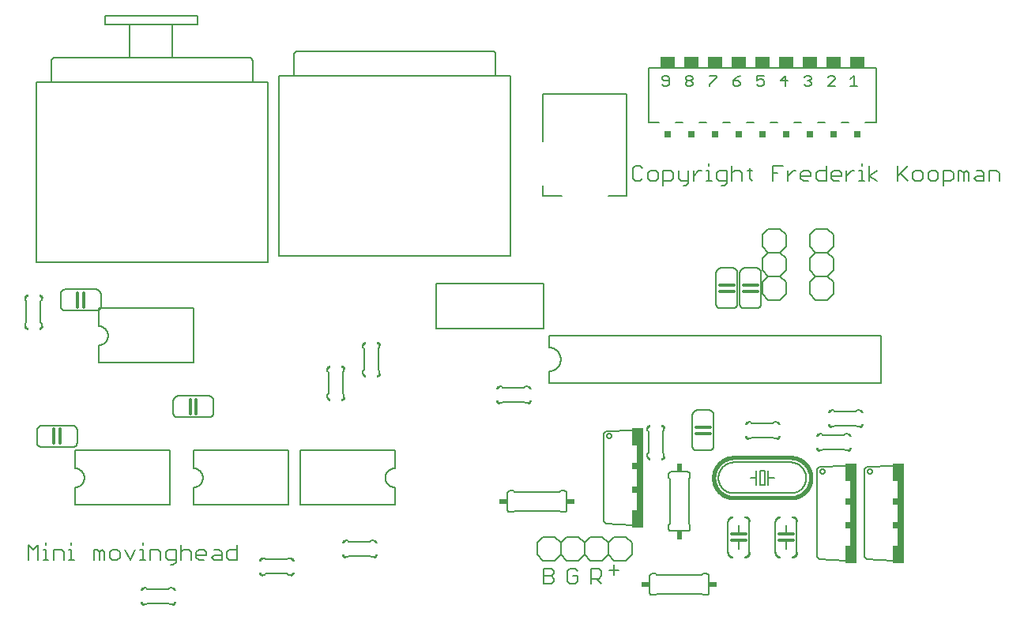
<source format=gto>
G75*
%MOIN*%
%OFA0B0*%
%FSLAX25Y25*%
%IPPOS*%
%LPD*%
%AMOC8*
5,1,8,0,0,1.08239X$1,22.5*
%
%ADD10C,0.00600*%
%ADD11C,0.01200*%
%ADD12C,0.00060*%
%ADD13C,0.00800*%
%ADD14C,0.01600*%
%ADD15C,0.00500*%
%ADD16R,0.03000X0.42000*%
%ADD17R,0.02000X0.07500*%
%ADD18R,0.02000X0.03000*%
%ADD19R,0.03400X0.02400*%
%ADD20R,0.02400X0.03400*%
%ADD21R,0.06000X0.04500*%
%ADD22R,0.03000X0.03000*%
D10*
X0032100Y0027100D02*
X0032100Y0033505D01*
X0034235Y0031370D01*
X0036370Y0033505D01*
X0036370Y0027100D01*
X0038545Y0027100D02*
X0040681Y0027100D01*
X0039613Y0027100D02*
X0039613Y0031370D01*
X0038545Y0031370D01*
X0039613Y0033505D02*
X0039613Y0034573D01*
X0042842Y0031370D02*
X0046045Y0031370D01*
X0047113Y0030303D01*
X0047113Y0027100D01*
X0049288Y0027100D02*
X0051423Y0027100D01*
X0050356Y0027100D02*
X0050356Y0031370D01*
X0049288Y0031370D01*
X0050356Y0033505D02*
X0050356Y0034573D01*
X0042842Y0031370D02*
X0042842Y0027100D01*
X0060030Y0027100D02*
X0060030Y0031370D01*
X0061098Y0031370D01*
X0062166Y0030303D01*
X0063233Y0031370D01*
X0064301Y0030303D01*
X0064301Y0027100D01*
X0062166Y0027100D02*
X0062166Y0030303D01*
X0066476Y0030303D02*
X0066476Y0028168D01*
X0067544Y0027100D01*
X0069679Y0027100D01*
X0070746Y0028168D01*
X0070746Y0030303D01*
X0069679Y0031370D01*
X0067544Y0031370D01*
X0066476Y0030303D01*
X0072921Y0031370D02*
X0075057Y0027100D01*
X0077192Y0031370D01*
X0079367Y0031370D02*
X0080435Y0031370D01*
X0080435Y0027100D01*
X0081502Y0027100D02*
X0079367Y0027100D01*
X0083664Y0027100D02*
X0083664Y0031370D01*
X0086867Y0031370D01*
X0087934Y0030303D01*
X0087934Y0027100D01*
X0090109Y0028168D02*
X0090109Y0030303D01*
X0091177Y0031370D01*
X0094380Y0031370D01*
X0094380Y0026032D01*
X0093312Y0024965D01*
X0092245Y0024965D01*
X0091177Y0027100D02*
X0094380Y0027100D01*
X0096555Y0027100D02*
X0096555Y0033505D01*
X0097623Y0031370D02*
X0099758Y0031370D01*
X0100825Y0030303D01*
X0100825Y0027100D01*
X0103000Y0028168D02*
X0103000Y0030303D01*
X0104068Y0031370D01*
X0106203Y0031370D01*
X0107271Y0030303D01*
X0107271Y0029235D01*
X0103000Y0029235D01*
X0103000Y0028168D02*
X0104068Y0027100D01*
X0106203Y0027100D01*
X0109446Y0028168D02*
X0110514Y0029235D01*
X0113716Y0029235D01*
X0113716Y0030303D02*
X0113716Y0027100D01*
X0110514Y0027100D01*
X0109446Y0028168D01*
X0112649Y0031370D02*
X0113716Y0030303D01*
X0112649Y0031370D02*
X0110514Y0031370D01*
X0115891Y0030303D02*
X0116959Y0031370D01*
X0120162Y0031370D01*
X0120162Y0033505D02*
X0120162Y0027100D01*
X0116959Y0027100D01*
X0115891Y0028168D01*
X0115891Y0030303D01*
X0130800Y0027800D02*
X0131800Y0027800D01*
X0132300Y0027300D01*
X0141300Y0027300D01*
X0141800Y0027800D01*
X0142800Y0027800D01*
X0141300Y0021300D02*
X0132300Y0021300D01*
X0131800Y0020800D01*
X0130800Y0020800D01*
X0141300Y0021300D02*
X0141800Y0020800D01*
X0142800Y0020800D01*
X0165800Y0028300D02*
X0166800Y0028300D01*
X0167300Y0028800D01*
X0176300Y0028800D01*
X0176800Y0028300D01*
X0177800Y0028300D01*
X0176300Y0034800D02*
X0167300Y0034800D01*
X0166800Y0035300D01*
X0165800Y0035300D01*
X0176300Y0034800D02*
X0176800Y0035300D01*
X0177800Y0035300D01*
X0186800Y0050300D02*
X0186800Y0057800D01*
X0186674Y0057802D01*
X0186549Y0057808D01*
X0186424Y0057818D01*
X0186299Y0057832D01*
X0186174Y0057849D01*
X0186050Y0057871D01*
X0185927Y0057896D01*
X0185805Y0057926D01*
X0185684Y0057959D01*
X0185564Y0057996D01*
X0185445Y0058036D01*
X0185328Y0058081D01*
X0185211Y0058129D01*
X0185097Y0058181D01*
X0184984Y0058236D01*
X0184873Y0058295D01*
X0184764Y0058357D01*
X0184657Y0058423D01*
X0184552Y0058492D01*
X0184449Y0058564D01*
X0184348Y0058639D01*
X0184250Y0058718D01*
X0184155Y0058800D01*
X0184062Y0058884D01*
X0183972Y0058972D01*
X0183884Y0059062D01*
X0183800Y0059155D01*
X0183718Y0059250D01*
X0183639Y0059348D01*
X0183564Y0059449D01*
X0183492Y0059552D01*
X0183423Y0059657D01*
X0183357Y0059764D01*
X0183295Y0059873D01*
X0183236Y0059984D01*
X0183181Y0060097D01*
X0183129Y0060211D01*
X0183081Y0060328D01*
X0183036Y0060445D01*
X0182996Y0060564D01*
X0182959Y0060684D01*
X0182926Y0060805D01*
X0182896Y0060927D01*
X0182871Y0061050D01*
X0182849Y0061174D01*
X0182832Y0061299D01*
X0182818Y0061424D01*
X0182808Y0061549D01*
X0182802Y0061674D01*
X0182800Y0061800D01*
X0182802Y0061926D01*
X0182808Y0062051D01*
X0182818Y0062176D01*
X0182832Y0062301D01*
X0182849Y0062426D01*
X0182871Y0062550D01*
X0182896Y0062673D01*
X0182926Y0062795D01*
X0182959Y0062916D01*
X0182996Y0063036D01*
X0183036Y0063155D01*
X0183081Y0063272D01*
X0183129Y0063389D01*
X0183181Y0063503D01*
X0183236Y0063616D01*
X0183295Y0063727D01*
X0183357Y0063836D01*
X0183423Y0063943D01*
X0183492Y0064048D01*
X0183564Y0064151D01*
X0183639Y0064252D01*
X0183718Y0064350D01*
X0183800Y0064445D01*
X0183884Y0064538D01*
X0183972Y0064628D01*
X0184062Y0064716D01*
X0184155Y0064800D01*
X0184250Y0064882D01*
X0184348Y0064961D01*
X0184449Y0065036D01*
X0184552Y0065108D01*
X0184657Y0065177D01*
X0184764Y0065243D01*
X0184873Y0065305D01*
X0184984Y0065364D01*
X0185097Y0065419D01*
X0185211Y0065471D01*
X0185328Y0065519D01*
X0185445Y0065564D01*
X0185564Y0065604D01*
X0185684Y0065641D01*
X0185805Y0065674D01*
X0185927Y0065704D01*
X0186050Y0065729D01*
X0186174Y0065751D01*
X0186299Y0065768D01*
X0186424Y0065782D01*
X0186549Y0065792D01*
X0186674Y0065798D01*
X0186800Y0065800D01*
X0186800Y0073300D01*
X0146800Y0073300D01*
X0146800Y0050300D01*
X0186800Y0050300D01*
X0141800Y0050300D02*
X0141800Y0073300D01*
X0101800Y0073300D01*
X0101800Y0065800D01*
X0101926Y0065798D01*
X0102051Y0065792D01*
X0102176Y0065782D01*
X0102301Y0065768D01*
X0102426Y0065751D01*
X0102550Y0065729D01*
X0102673Y0065704D01*
X0102795Y0065674D01*
X0102916Y0065641D01*
X0103036Y0065604D01*
X0103155Y0065564D01*
X0103272Y0065519D01*
X0103389Y0065471D01*
X0103503Y0065419D01*
X0103616Y0065364D01*
X0103727Y0065305D01*
X0103836Y0065243D01*
X0103943Y0065177D01*
X0104048Y0065108D01*
X0104151Y0065036D01*
X0104252Y0064961D01*
X0104350Y0064882D01*
X0104445Y0064800D01*
X0104538Y0064716D01*
X0104628Y0064628D01*
X0104716Y0064538D01*
X0104800Y0064445D01*
X0104882Y0064350D01*
X0104961Y0064252D01*
X0105036Y0064151D01*
X0105108Y0064048D01*
X0105177Y0063943D01*
X0105243Y0063836D01*
X0105305Y0063727D01*
X0105364Y0063616D01*
X0105419Y0063503D01*
X0105471Y0063389D01*
X0105519Y0063272D01*
X0105564Y0063155D01*
X0105604Y0063036D01*
X0105641Y0062916D01*
X0105674Y0062795D01*
X0105704Y0062673D01*
X0105729Y0062550D01*
X0105751Y0062426D01*
X0105768Y0062301D01*
X0105782Y0062176D01*
X0105792Y0062051D01*
X0105798Y0061926D01*
X0105800Y0061800D01*
X0105798Y0061674D01*
X0105792Y0061549D01*
X0105782Y0061424D01*
X0105768Y0061299D01*
X0105751Y0061174D01*
X0105729Y0061050D01*
X0105704Y0060927D01*
X0105674Y0060805D01*
X0105641Y0060684D01*
X0105604Y0060564D01*
X0105564Y0060445D01*
X0105519Y0060328D01*
X0105471Y0060211D01*
X0105419Y0060097D01*
X0105364Y0059984D01*
X0105305Y0059873D01*
X0105243Y0059764D01*
X0105177Y0059657D01*
X0105108Y0059552D01*
X0105036Y0059449D01*
X0104961Y0059348D01*
X0104882Y0059250D01*
X0104800Y0059155D01*
X0104716Y0059062D01*
X0104628Y0058972D01*
X0104538Y0058884D01*
X0104445Y0058800D01*
X0104350Y0058718D01*
X0104252Y0058639D01*
X0104151Y0058564D01*
X0104048Y0058492D01*
X0103943Y0058423D01*
X0103836Y0058357D01*
X0103727Y0058295D01*
X0103616Y0058236D01*
X0103503Y0058181D01*
X0103389Y0058129D01*
X0103272Y0058081D01*
X0103155Y0058036D01*
X0103036Y0057996D01*
X0102916Y0057959D01*
X0102795Y0057926D01*
X0102673Y0057896D01*
X0102550Y0057871D01*
X0102426Y0057849D01*
X0102301Y0057832D01*
X0102176Y0057818D01*
X0102051Y0057808D01*
X0101926Y0057802D01*
X0101800Y0057800D01*
X0101800Y0050300D01*
X0141800Y0050300D01*
X0097623Y0031370D02*
X0096555Y0030303D01*
X0091177Y0027100D02*
X0090109Y0028168D01*
X0080435Y0033505D02*
X0080435Y0034573D01*
X0091800Y0050300D02*
X0051800Y0050300D01*
X0051800Y0057800D01*
X0051926Y0057802D01*
X0052051Y0057808D01*
X0052176Y0057818D01*
X0052301Y0057832D01*
X0052426Y0057849D01*
X0052550Y0057871D01*
X0052673Y0057896D01*
X0052795Y0057926D01*
X0052916Y0057959D01*
X0053036Y0057996D01*
X0053155Y0058036D01*
X0053272Y0058081D01*
X0053389Y0058129D01*
X0053503Y0058181D01*
X0053616Y0058236D01*
X0053727Y0058295D01*
X0053836Y0058357D01*
X0053943Y0058423D01*
X0054048Y0058492D01*
X0054151Y0058564D01*
X0054252Y0058639D01*
X0054350Y0058718D01*
X0054445Y0058800D01*
X0054538Y0058884D01*
X0054628Y0058972D01*
X0054716Y0059062D01*
X0054800Y0059155D01*
X0054882Y0059250D01*
X0054961Y0059348D01*
X0055036Y0059449D01*
X0055108Y0059552D01*
X0055177Y0059657D01*
X0055243Y0059764D01*
X0055305Y0059873D01*
X0055364Y0059984D01*
X0055419Y0060097D01*
X0055471Y0060211D01*
X0055519Y0060328D01*
X0055564Y0060445D01*
X0055604Y0060564D01*
X0055641Y0060684D01*
X0055674Y0060805D01*
X0055704Y0060927D01*
X0055729Y0061050D01*
X0055751Y0061174D01*
X0055768Y0061299D01*
X0055782Y0061424D01*
X0055792Y0061549D01*
X0055798Y0061674D01*
X0055800Y0061800D01*
X0055798Y0061926D01*
X0055792Y0062051D01*
X0055782Y0062176D01*
X0055768Y0062301D01*
X0055751Y0062426D01*
X0055729Y0062550D01*
X0055704Y0062673D01*
X0055674Y0062795D01*
X0055641Y0062916D01*
X0055604Y0063036D01*
X0055564Y0063155D01*
X0055519Y0063272D01*
X0055471Y0063389D01*
X0055419Y0063503D01*
X0055364Y0063616D01*
X0055305Y0063727D01*
X0055243Y0063836D01*
X0055177Y0063943D01*
X0055108Y0064048D01*
X0055036Y0064151D01*
X0054961Y0064252D01*
X0054882Y0064350D01*
X0054800Y0064445D01*
X0054716Y0064538D01*
X0054628Y0064628D01*
X0054538Y0064716D01*
X0054445Y0064800D01*
X0054350Y0064882D01*
X0054252Y0064961D01*
X0054151Y0065036D01*
X0054048Y0065108D01*
X0053943Y0065177D01*
X0053836Y0065243D01*
X0053727Y0065305D01*
X0053616Y0065364D01*
X0053503Y0065419D01*
X0053389Y0065471D01*
X0053272Y0065519D01*
X0053155Y0065564D01*
X0053036Y0065604D01*
X0052916Y0065641D01*
X0052795Y0065674D01*
X0052673Y0065704D01*
X0052550Y0065729D01*
X0052426Y0065751D01*
X0052301Y0065768D01*
X0052176Y0065782D01*
X0052051Y0065792D01*
X0051926Y0065798D01*
X0051800Y0065800D01*
X0051800Y0073300D01*
X0091800Y0073300D01*
X0091800Y0050300D01*
X0050800Y0074800D02*
X0037800Y0074800D01*
X0037713Y0074802D01*
X0037626Y0074808D01*
X0037539Y0074817D01*
X0037453Y0074830D01*
X0037367Y0074847D01*
X0037282Y0074868D01*
X0037199Y0074893D01*
X0037116Y0074921D01*
X0037035Y0074952D01*
X0036955Y0074987D01*
X0036877Y0075026D01*
X0036800Y0075068D01*
X0036725Y0075113D01*
X0036653Y0075162D01*
X0036582Y0075213D01*
X0036514Y0075268D01*
X0036449Y0075325D01*
X0036386Y0075386D01*
X0036325Y0075449D01*
X0036268Y0075514D01*
X0036213Y0075582D01*
X0036162Y0075653D01*
X0036113Y0075725D01*
X0036068Y0075800D01*
X0036026Y0075877D01*
X0035987Y0075955D01*
X0035952Y0076035D01*
X0035921Y0076116D01*
X0035893Y0076199D01*
X0035868Y0076282D01*
X0035847Y0076367D01*
X0035830Y0076453D01*
X0035817Y0076539D01*
X0035808Y0076626D01*
X0035802Y0076713D01*
X0035800Y0076800D01*
X0035800Y0081800D01*
X0035802Y0081887D01*
X0035808Y0081974D01*
X0035817Y0082061D01*
X0035830Y0082147D01*
X0035847Y0082233D01*
X0035868Y0082318D01*
X0035893Y0082401D01*
X0035921Y0082484D01*
X0035952Y0082565D01*
X0035987Y0082645D01*
X0036026Y0082723D01*
X0036068Y0082800D01*
X0036113Y0082875D01*
X0036162Y0082947D01*
X0036213Y0083018D01*
X0036268Y0083086D01*
X0036325Y0083151D01*
X0036386Y0083214D01*
X0036449Y0083275D01*
X0036514Y0083332D01*
X0036582Y0083387D01*
X0036653Y0083438D01*
X0036725Y0083487D01*
X0036800Y0083532D01*
X0036877Y0083574D01*
X0036955Y0083613D01*
X0037035Y0083648D01*
X0037116Y0083679D01*
X0037199Y0083707D01*
X0037282Y0083732D01*
X0037367Y0083753D01*
X0037453Y0083770D01*
X0037539Y0083783D01*
X0037626Y0083792D01*
X0037713Y0083798D01*
X0037800Y0083800D01*
X0050800Y0083800D01*
X0050887Y0083798D01*
X0050974Y0083792D01*
X0051061Y0083783D01*
X0051147Y0083770D01*
X0051233Y0083753D01*
X0051318Y0083732D01*
X0051401Y0083707D01*
X0051484Y0083679D01*
X0051565Y0083648D01*
X0051645Y0083613D01*
X0051723Y0083574D01*
X0051800Y0083532D01*
X0051875Y0083487D01*
X0051947Y0083438D01*
X0052018Y0083387D01*
X0052086Y0083332D01*
X0052151Y0083275D01*
X0052214Y0083214D01*
X0052275Y0083151D01*
X0052332Y0083086D01*
X0052387Y0083018D01*
X0052438Y0082947D01*
X0052487Y0082875D01*
X0052532Y0082800D01*
X0052574Y0082723D01*
X0052613Y0082645D01*
X0052648Y0082565D01*
X0052679Y0082484D01*
X0052707Y0082401D01*
X0052732Y0082318D01*
X0052753Y0082233D01*
X0052770Y0082147D01*
X0052783Y0082061D01*
X0052792Y0081974D01*
X0052798Y0081887D01*
X0052800Y0081800D01*
X0052800Y0076800D01*
X0052798Y0076713D01*
X0052792Y0076626D01*
X0052783Y0076539D01*
X0052770Y0076453D01*
X0052753Y0076367D01*
X0052732Y0076282D01*
X0052707Y0076199D01*
X0052679Y0076116D01*
X0052648Y0076035D01*
X0052613Y0075955D01*
X0052574Y0075877D01*
X0052532Y0075800D01*
X0052487Y0075725D01*
X0052438Y0075653D01*
X0052387Y0075582D01*
X0052332Y0075514D01*
X0052275Y0075449D01*
X0052214Y0075386D01*
X0052151Y0075325D01*
X0052086Y0075268D01*
X0052018Y0075213D01*
X0051947Y0075162D01*
X0051875Y0075113D01*
X0051800Y0075068D01*
X0051723Y0075026D01*
X0051645Y0074987D01*
X0051565Y0074952D01*
X0051484Y0074921D01*
X0051401Y0074893D01*
X0051318Y0074868D01*
X0051233Y0074847D01*
X0051147Y0074830D01*
X0051061Y0074817D01*
X0050974Y0074808D01*
X0050887Y0074802D01*
X0050800Y0074800D01*
X0093300Y0089300D02*
X0093300Y0094300D01*
X0093302Y0094387D01*
X0093308Y0094474D01*
X0093317Y0094561D01*
X0093330Y0094647D01*
X0093347Y0094733D01*
X0093368Y0094818D01*
X0093393Y0094901D01*
X0093421Y0094984D01*
X0093452Y0095065D01*
X0093487Y0095145D01*
X0093526Y0095223D01*
X0093568Y0095300D01*
X0093613Y0095375D01*
X0093662Y0095447D01*
X0093713Y0095518D01*
X0093768Y0095586D01*
X0093825Y0095651D01*
X0093886Y0095714D01*
X0093949Y0095775D01*
X0094014Y0095832D01*
X0094082Y0095887D01*
X0094153Y0095938D01*
X0094225Y0095987D01*
X0094300Y0096032D01*
X0094377Y0096074D01*
X0094455Y0096113D01*
X0094535Y0096148D01*
X0094616Y0096179D01*
X0094699Y0096207D01*
X0094782Y0096232D01*
X0094867Y0096253D01*
X0094953Y0096270D01*
X0095039Y0096283D01*
X0095126Y0096292D01*
X0095213Y0096298D01*
X0095300Y0096300D01*
X0108300Y0096300D01*
X0108387Y0096298D01*
X0108474Y0096292D01*
X0108561Y0096283D01*
X0108647Y0096270D01*
X0108733Y0096253D01*
X0108818Y0096232D01*
X0108901Y0096207D01*
X0108984Y0096179D01*
X0109065Y0096148D01*
X0109145Y0096113D01*
X0109223Y0096074D01*
X0109300Y0096032D01*
X0109375Y0095987D01*
X0109447Y0095938D01*
X0109518Y0095887D01*
X0109586Y0095832D01*
X0109651Y0095775D01*
X0109714Y0095714D01*
X0109775Y0095651D01*
X0109832Y0095586D01*
X0109887Y0095518D01*
X0109938Y0095447D01*
X0109987Y0095375D01*
X0110032Y0095300D01*
X0110074Y0095223D01*
X0110113Y0095145D01*
X0110148Y0095065D01*
X0110179Y0094984D01*
X0110207Y0094901D01*
X0110232Y0094818D01*
X0110253Y0094733D01*
X0110270Y0094647D01*
X0110283Y0094561D01*
X0110292Y0094474D01*
X0110298Y0094387D01*
X0110300Y0094300D01*
X0110300Y0089300D01*
X0110298Y0089213D01*
X0110292Y0089126D01*
X0110283Y0089039D01*
X0110270Y0088953D01*
X0110253Y0088867D01*
X0110232Y0088782D01*
X0110207Y0088699D01*
X0110179Y0088616D01*
X0110148Y0088535D01*
X0110113Y0088455D01*
X0110074Y0088377D01*
X0110032Y0088300D01*
X0109987Y0088225D01*
X0109938Y0088153D01*
X0109887Y0088082D01*
X0109832Y0088014D01*
X0109775Y0087949D01*
X0109714Y0087886D01*
X0109651Y0087825D01*
X0109586Y0087768D01*
X0109518Y0087713D01*
X0109447Y0087662D01*
X0109375Y0087613D01*
X0109300Y0087568D01*
X0109223Y0087526D01*
X0109145Y0087487D01*
X0109065Y0087452D01*
X0108984Y0087421D01*
X0108901Y0087393D01*
X0108818Y0087368D01*
X0108733Y0087347D01*
X0108647Y0087330D01*
X0108561Y0087317D01*
X0108474Y0087308D01*
X0108387Y0087302D01*
X0108300Y0087300D01*
X0095300Y0087300D01*
X0095213Y0087302D01*
X0095126Y0087308D01*
X0095039Y0087317D01*
X0094953Y0087330D01*
X0094867Y0087347D01*
X0094782Y0087368D01*
X0094699Y0087393D01*
X0094616Y0087421D01*
X0094535Y0087452D01*
X0094455Y0087487D01*
X0094377Y0087526D01*
X0094300Y0087568D01*
X0094225Y0087613D01*
X0094153Y0087662D01*
X0094082Y0087713D01*
X0094014Y0087768D01*
X0093949Y0087825D01*
X0093886Y0087886D01*
X0093825Y0087949D01*
X0093768Y0088014D01*
X0093713Y0088082D01*
X0093662Y0088153D01*
X0093613Y0088225D01*
X0093568Y0088300D01*
X0093526Y0088377D01*
X0093487Y0088455D01*
X0093452Y0088535D01*
X0093421Y0088616D01*
X0093393Y0088699D01*
X0093368Y0088782D01*
X0093347Y0088867D01*
X0093330Y0088953D01*
X0093317Y0089039D01*
X0093308Y0089126D01*
X0093302Y0089213D01*
X0093300Y0089300D01*
X0101800Y0110300D02*
X0061800Y0110300D01*
X0061800Y0117800D01*
X0061926Y0117802D01*
X0062051Y0117808D01*
X0062176Y0117818D01*
X0062301Y0117832D01*
X0062426Y0117849D01*
X0062550Y0117871D01*
X0062673Y0117896D01*
X0062795Y0117926D01*
X0062916Y0117959D01*
X0063036Y0117996D01*
X0063155Y0118036D01*
X0063272Y0118081D01*
X0063389Y0118129D01*
X0063503Y0118181D01*
X0063616Y0118236D01*
X0063727Y0118295D01*
X0063836Y0118357D01*
X0063943Y0118423D01*
X0064048Y0118492D01*
X0064151Y0118564D01*
X0064252Y0118639D01*
X0064350Y0118718D01*
X0064445Y0118800D01*
X0064538Y0118884D01*
X0064628Y0118972D01*
X0064716Y0119062D01*
X0064800Y0119155D01*
X0064882Y0119250D01*
X0064961Y0119348D01*
X0065036Y0119449D01*
X0065108Y0119552D01*
X0065177Y0119657D01*
X0065243Y0119764D01*
X0065305Y0119873D01*
X0065364Y0119984D01*
X0065419Y0120097D01*
X0065471Y0120211D01*
X0065519Y0120328D01*
X0065564Y0120445D01*
X0065604Y0120564D01*
X0065641Y0120684D01*
X0065674Y0120805D01*
X0065704Y0120927D01*
X0065729Y0121050D01*
X0065751Y0121174D01*
X0065768Y0121299D01*
X0065782Y0121424D01*
X0065792Y0121549D01*
X0065798Y0121674D01*
X0065800Y0121800D01*
X0065798Y0121926D01*
X0065792Y0122051D01*
X0065782Y0122176D01*
X0065768Y0122301D01*
X0065751Y0122426D01*
X0065729Y0122550D01*
X0065704Y0122673D01*
X0065674Y0122795D01*
X0065641Y0122916D01*
X0065604Y0123036D01*
X0065564Y0123155D01*
X0065519Y0123272D01*
X0065471Y0123389D01*
X0065419Y0123503D01*
X0065364Y0123616D01*
X0065305Y0123727D01*
X0065243Y0123836D01*
X0065177Y0123943D01*
X0065108Y0124048D01*
X0065036Y0124151D01*
X0064961Y0124252D01*
X0064882Y0124350D01*
X0064800Y0124445D01*
X0064716Y0124538D01*
X0064628Y0124628D01*
X0064538Y0124716D01*
X0064445Y0124800D01*
X0064350Y0124882D01*
X0064252Y0124961D01*
X0064151Y0125036D01*
X0064048Y0125108D01*
X0063943Y0125177D01*
X0063836Y0125243D01*
X0063727Y0125305D01*
X0063616Y0125364D01*
X0063503Y0125419D01*
X0063389Y0125471D01*
X0063272Y0125519D01*
X0063155Y0125564D01*
X0063036Y0125604D01*
X0062916Y0125641D01*
X0062795Y0125674D01*
X0062673Y0125704D01*
X0062550Y0125729D01*
X0062426Y0125751D01*
X0062301Y0125768D01*
X0062176Y0125782D01*
X0062051Y0125792D01*
X0061926Y0125798D01*
X0061800Y0125800D01*
X0061800Y0133300D01*
X0101800Y0133300D01*
X0101800Y0110300D01*
X0060800Y0132300D02*
X0047800Y0132300D01*
X0047713Y0132302D01*
X0047626Y0132308D01*
X0047539Y0132317D01*
X0047453Y0132330D01*
X0047367Y0132347D01*
X0047282Y0132368D01*
X0047199Y0132393D01*
X0047116Y0132421D01*
X0047035Y0132452D01*
X0046955Y0132487D01*
X0046877Y0132526D01*
X0046800Y0132568D01*
X0046725Y0132613D01*
X0046653Y0132662D01*
X0046582Y0132713D01*
X0046514Y0132768D01*
X0046449Y0132825D01*
X0046386Y0132886D01*
X0046325Y0132949D01*
X0046268Y0133014D01*
X0046213Y0133082D01*
X0046162Y0133153D01*
X0046113Y0133225D01*
X0046068Y0133300D01*
X0046026Y0133377D01*
X0045987Y0133455D01*
X0045952Y0133535D01*
X0045921Y0133616D01*
X0045893Y0133699D01*
X0045868Y0133782D01*
X0045847Y0133867D01*
X0045830Y0133953D01*
X0045817Y0134039D01*
X0045808Y0134126D01*
X0045802Y0134213D01*
X0045800Y0134300D01*
X0045800Y0139300D01*
X0045802Y0139387D01*
X0045808Y0139474D01*
X0045817Y0139561D01*
X0045830Y0139647D01*
X0045847Y0139733D01*
X0045868Y0139818D01*
X0045893Y0139901D01*
X0045921Y0139984D01*
X0045952Y0140065D01*
X0045987Y0140145D01*
X0046026Y0140223D01*
X0046068Y0140300D01*
X0046113Y0140375D01*
X0046162Y0140447D01*
X0046213Y0140518D01*
X0046268Y0140586D01*
X0046325Y0140651D01*
X0046386Y0140714D01*
X0046449Y0140775D01*
X0046514Y0140832D01*
X0046582Y0140887D01*
X0046653Y0140938D01*
X0046725Y0140987D01*
X0046800Y0141032D01*
X0046877Y0141074D01*
X0046955Y0141113D01*
X0047035Y0141148D01*
X0047116Y0141179D01*
X0047199Y0141207D01*
X0047282Y0141232D01*
X0047367Y0141253D01*
X0047453Y0141270D01*
X0047539Y0141283D01*
X0047626Y0141292D01*
X0047713Y0141298D01*
X0047800Y0141300D01*
X0060800Y0141300D01*
X0060887Y0141298D01*
X0060974Y0141292D01*
X0061061Y0141283D01*
X0061147Y0141270D01*
X0061233Y0141253D01*
X0061318Y0141232D01*
X0061401Y0141207D01*
X0061484Y0141179D01*
X0061565Y0141148D01*
X0061645Y0141113D01*
X0061723Y0141074D01*
X0061800Y0141032D01*
X0061875Y0140987D01*
X0061947Y0140938D01*
X0062018Y0140887D01*
X0062086Y0140832D01*
X0062151Y0140775D01*
X0062214Y0140714D01*
X0062275Y0140651D01*
X0062332Y0140586D01*
X0062387Y0140518D01*
X0062438Y0140447D01*
X0062487Y0140375D01*
X0062532Y0140300D01*
X0062574Y0140223D01*
X0062613Y0140145D01*
X0062648Y0140065D01*
X0062679Y0139984D01*
X0062707Y0139901D01*
X0062732Y0139818D01*
X0062753Y0139733D01*
X0062770Y0139647D01*
X0062783Y0139561D01*
X0062792Y0139474D01*
X0062798Y0139387D01*
X0062800Y0139300D01*
X0062800Y0134300D01*
X0062798Y0134213D01*
X0062792Y0134126D01*
X0062783Y0134039D01*
X0062770Y0133953D01*
X0062753Y0133867D01*
X0062732Y0133782D01*
X0062707Y0133699D01*
X0062679Y0133616D01*
X0062648Y0133535D01*
X0062613Y0133455D01*
X0062574Y0133377D01*
X0062532Y0133300D01*
X0062487Y0133225D01*
X0062438Y0133153D01*
X0062387Y0133082D01*
X0062332Y0133014D01*
X0062275Y0132949D01*
X0062214Y0132886D01*
X0062151Y0132825D01*
X0062086Y0132768D01*
X0062018Y0132713D01*
X0061947Y0132662D01*
X0061875Y0132613D01*
X0061800Y0132568D01*
X0061723Y0132526D01*
X0061645Y0132487D01*
X0061565Y0132452D01*
X0061484Y0132421D01*
X0061401Y0132393D01*
X0061318Y0132368D01*
X0061233Y0132347D01*
X0061147Y0132330D01*
X0061061Y0132317D01*
X0060974Y0132308D01*
X0060887Y0132302D01*
X0060800Y0132300D01*
X0037800Y0136800D02*
X0037300Y0136300D01*
X0037300Y0127300D01*
X0037800Y0126800D01*
X0037800Y0125800D01*
X0031300Y0127300D02*
X0031300Y0136300D01*
X0030800Y0136800D01*
X0030800Y0137800D01*
X0037800Y0137800D02*
X0037800Y0136800D01*
X0031300Y0127300D02*
X0030800Y0126800D01*
X0030800Y0125800D01*
X0158300Y0107800D02*
X0158300Y0106800D01*
X0158800Y0106300D01*
X0158800Y0097300D01*
X0158300Y0096800D01*
X0158300Y0095800D01*
X0164800Y0097300D02*
X0164800Y0106300D01*
X0165300Y0106800D01*
X0165300Y0107800D01*
X0173300Y0106800D02*
X0173300Y0105800D01*
X0173300Y0106800D02*
X0173800Y0107300D01*
X0173800Y0116300D01*
X0173300Y0116800D01*
X0173300Y0117800D01*
X0179800Y0116300D02*
X0179800Y0107300D01*
X0180300Y0106800D01*
X0180300Y0105800D01*
X0165300Y0096800D02*
X0164800Y0097300D01*
X0165300Y0096800D02*
X0165300Y0095800D01*
X0179800Y0116300D02*
X0180300Y0116800D01*
X0180300Y0117800D01*
X0230800Y0100300D02*
X0231800Y0100300D01*
X0232300Y0099800D01*
X0241300Y0099800D01*
X0241800Y0100300D01*
X0242800Y0100300D01*
X0241300Y0093800D02*
X0232300Y0093800D01*
X0231800Y0093300D01*
X0230800Y0093300D01*
X0241300Y0093800D02*
X0241800Y0093300D01*
X0242800Y0093300D01*
X0251800Y0101800D02*
X0251800Y0106800D01*
X0251940Y0106802D01*
X0252080Y0106808D01*
X0252220Y0106818D01*
X0252360Y0106831D01*
X0252499Y0106849D01*
X0252638Y0106871D01*
X0252775Y0106896D01*
X0252913Y0106925D01*
X0253049Y0106958D01*
X0253184Y0106995D01*
X0253318Y0107036D01*
X0253451Y0107081D01*
X0253583Y0107129D01*
X0253713Y0107181D01*
X0253842Y0107236D01*
X0253969Y0107295D01*
X0254095Y0107358D01*
X0254219Y0107424D01*
X0254340Y0107493D01*
X0254460Y0107566D01*
X0254578Y0107643D01*
X0254693Y0107722D01*
X0254807Y0107805D01*
X0254917Y0107891D01*
X0255026Y0107980D01*
X0255132Y0108072D01*
X0255235Y0108167D01*
X0255336Y0108264D01*
X0255433Y0108365D01*
X0255528Y0108468D01*
X0255620Y0108574D01*
X0255709Y0108683D01*
X0255795Y0108793D01*
X0255878Y0108907D01*
X0255957Y0109022D01*
X0256034Y0109140D01*
X0256107Y0109260D01*
X0256176Y0109381D01*
X0256242Y0109505D01*
X0256305Y0109631D01*
X0256364Y0109758D01*
X0256419Y0109887D01*
X0256471Y0110017D01*
X0256519Y0110149D01*
X0256564Y0110282D01*
X0256605Y0110416D01*
X0256642Y0110551D01*
X0256675Y0110687D01*
X0256704Y0110825D01*
X0256729Y0110962D01*
X0256751Y0111101D01*
X0256769Y0111240D01*
X0256782Y0111380D01*
X0256792Y0111520D01*
X0256798Y0111660D01*
X0256800Y0111800D01*
X0256798Y0111940D01*
X0256792Y0112080D01*
X0256782Y0112220D01*
X0256769Y0112360D01*
X0256751Y0112499D01*
X0256729Y0112638D01*
X0256704Y0112775D01*
X0256675Y0112913D01*
X0256642Y0113049D01*
X0256605Y0113184D01*
X0256564Y0113318D01*
X0256519Y0113451D01*
X0256471Y0113583D01*
X0256419Y0113713D01*
X0256364Y0113842D01*
X0256305Y0113969D01*
X0256242Y0114095D01*
X0256176Y0114219D01*
X0256107Y0114340D01*
X0256034Y0114460D01*
X0255957Y0114578D01*
X0255878Y0114693D01*
X0255795Y0114807D01*
X0255709Y0114917D01*
X0255620Y0115026D01*
X0255528Y0115132D01*
X0255433Y0115235D01*
X0255336Y0115336D01*
X0255235Y0115433D01*
X0255132Y0115528D01*
X0255026Y0115620D01*
X0254917Y0115709D01*
X0254807Y0115795D01*
X0254693Y0115878D01*
X0254578Y0115957D01*
X0254460Y0116034D01*
X0254340Y0116107D01*
X0254219Y0116176D01*
X0254095Y0116242D01*
X0253969Y0116305D01*
X0253842Y0116364D01*
X0253713Y0116419D01*
X0253583Y0116471D01*
X0253451Y0116519D01*
X0253318Y0116564D01*
X0253184Y0116605D01*
X0253049Y0116642D01*
X0252913Y0116675D01*
X0252775Y0116704D01*
X0252638Y0116729D01*
X0252499Y0116751D01*
X0252360Y0116769D01*
X0252220Y0116782D01*
X0252080Y0116792D01*
X0251940Y0116798D01*
X0251800Y0116800D01*
X0251800Y0121800D01*
X0391800Y0121800D01*
X0391800Y0101800D01*
X0252300Y0101800D01*
X0293300Y0082800D02*
X0293300Y0081800D01*
X0293800Y0081300D01*
X0293800Y0072300D01*
X0293300Y0071800D01*
X0293300Y0070800D01*
X0299800Y0072300D02*
X0300300Y0071800D01*
X0300300Y0070800D01*
X0299800Y0072300D02*
X0299800Y0081300D01*
X0300300Y0081800D01*
X0300300Y0082800D01*
X0312300Y0088300D02*
X0312300Y0075300D01*
X0312302Y0075213D01*
X0312308Y0075126D01*
X0312317Y0075039D01*
X0312330Y0074953D01*
X0312347Y0074867D01*
X0312368Y0074782D01*
X0312393Y0074699D01*
X0312421Y0074616D01*
X0312452Y0074535D01*
X0312487Y0074455D01*
X0312526Y0074377D01*
X0312568Y0074300D01*
X0312613Y0074225D01*
X0312662Y0074153D01*
X0312713Y0074082D01*
X0312768Y0074014D01*
X0312825Y0073949D01*
X0312886Y0073886D01*
X0312949Y0073825D01*
X0313014Y0073768D01*
X0313082Y0073713D01*
X0313153Y0073662D01*
X0313225Y0073613D01*
X0313300Y0073568D01*
X0313377Y0073526D01*
X0313455Y0073487D01*
X0313535Y0073452D01*
X0313616Y0073421D01*
X0313699Y0073393D01*
X0313782Y0073368D01*
X0313867Y0073347D01*
X0313953Y0073330D01*
X0314039Y0073317D01*
X0314126Y0073308D01*
X0314213Y0073302D01*
X0314300Y0073300D01*
X0319300Y0073300D01*
X0319387Y0073302D01*
X0319474Y0073308D01*
X0319561Y0073317D01*
X0319647Y0073330D01*
X0319733Y0073347D01*
X0319818Y0073368D01*
X0319901Y0073393D01*
X0319984Y0073421D01*
X0320065Y0073452D01*
X0320145Y0073487D01*
X0320223Y0073526D01*
X0320300Y0073568D01*
X0320375Y0073613D01*
X0320447Y0073662D01*
X0320518Y0073713D01*
X0320586Y0073768D01*
X0320651Y0073825D01*
X0320714Y0073886D01*
X0320775Y0073949D01*
X0320832Y0074014D01*
X0320887Y0074082D01*
X0320938Y0074153D01*
X0320987Y0074225D01*
X0321032Y0074300D01*
X0321074Y0074377D01*
X0321113Y0074455D01*
X0321148Y0074535D01*
X0321179Y0074616D01*
X0321207Y0074699D01*
X0321232Y0074782D01*
X0321253Y0074867D01*
X0321270Y0074953D01*
X0321283Y0075039D01*
X0321292Y0075126D01*
X0321298Y0075213D01*
X0321300Y0075300D01*
X0321300Y0088300D01*
X0321298Y0088387D01*
X0321292Y0088474D01*
X0321283Y0088561D01*
X0321270Y0088647D01*
X0321253Y0088733D01*
X0321232Y0088818D01*
X0321207Y0088901D01*
X0321179Y0088984D01*
X0321148Y0089065D01*
X0321113Y0089145D01*
X0321074Y0089223D01*
X0321032Y0089300D01*
X0320987Y0089375D01*
X0320938Y0089447D01*
X0320887Y0089518D01*
X0320832Y0089586D01*
X0320775Y0089651D01*
X0320714Y0089714D01*
X0320651Y0089775D01*
X0320586Y0089832D01*
X0320518Y0089887D01*
X0320447Y0089938D01*
X0320375Y0089987D01*
X0320300Y0090032D01*
X0320223Y0090074D01*
X0320145Y0090113D01*
X0320065Y0090148D01*
X0319984Y0090179D01*
X0319901Y0090207D01*
X0319818Y0090232D01*
X0319733Y0090253D01*
X0319647Y0090270D01*
X0319561Y0090283D01*
X0319474Y0090292D01*
X0319387Y0090298D01*
X0319300Y0090300D01*
X0314300Y0090300D01*
X0314213Y0090298D01*
X0314126Y0090292D01*
X0314039Y0090283D01*
X0313953Y0090270D01*
X0313867Y0090253D01*
X0313782Y0090232D01*
X0313699Y0090207D01*
X0313616Y0090179D01*
X0313535Y0090148D01*
X0313455Y0090113D01*
X0313377Y0090074D01*
X0313300Y0090032D01*
X0313225Y0089987D01*
X0313153Y0089938D01*
X0313082Y0089887D01*
X0313014Y0089832D01*
X0312949Y0089775D01*
X0312886Y0089714D01*
X0312825Y0089651D01*
X0312768Y0089586D01*
X0312713Y0089518D01*
X0312662Y0089447D01*
X0312613Y0089375D01*
X0312568Y0089300D01*
X0312526Y0089223D01*
X0312487Y0089145D01*
X0312452Y0089065D01*
X0312421Y0088984D01*
X0312393Y0088901D01*
X0312368Y0088818D01*
X0312347Y0088733D01*
X0312330Y0088647D01*
X0312317Y0088561D01*
X0312308Y0088474D01*
X0312302Y0088387D01*
X0312300Y0088300D01*
X0335800Y0085300D02*
X0336800Y0085300D01*
X0337300Y0084800D01*
X0346300Y0084800D01*
X0346800Y0085300D01*
X0347800Y0085300D01*
X0346300Y0078800D02*
X0337300Y0078800D01*
X0336800Y0078300D01*
X0335800Y0078300D01*
X0346300Y0078800D02*
X0346800Y0078300D01*
X0347800Y0078300D01*
X0353800Y0068300D02*
X0329800Y0068300D01*
X0339300Y0064800D02*
X0339300Y0061800D01*
X0336800Y0061800D01*
X0339300Y0061800D02*
X0339300Y0058800D01*
X0340800Y0058800D02*
X0340800Y0064800D01*
X0342800Y0064800D01*
X0342800Y0058800D01*
X0340800Y0058800D01*
X0344300Y0058800D02*
X0344300Y0061800D01*
X0346800Y0061800D01*
X0344300Y0061800D02*
X0344300Y0064800D01*
X0353800Y0068300D02*
X0353960Y0068298D01*
X0354119Y0068292D01*
X0354278Y0068282D01*
X0354437Y0068269D01*
X0354596Y0068251D01*
X0354754Y0068230D01*
X0354911Y0068204D01*
X0355068Y0068175D01*
X0355224Y0068142D01*
X0355379Y0068105D01*
X0355534Y0068065D01*
X0355687Y0068020D01*
X0355839Y0067972D01*
X0355990Y0067920D01*
X0356139Y0067864D01*
X0356287Y0067805D01*
X0356434Y0067742D01*
X0356579Y0067676D01*
X0356722Y0067606D01*
X0356864Y0067532D01*
X0357004Y0067456D01*
X0357142Y0067375D01*
X0357277Y0067292D01*
X0357411Y0067205D01*
X0357543Y0067114D01*
X0357672Y0067021D01*
X0357799Y0066924D01*
X0357924Y0066825D01*
X0358046Y0066722D01*
X0358165Y0066616D01*
X0358282Y0066508D01*
X0358396Y0066396D01*
X0358508Y0066282D01*
X0358616Y0066165D01*
X0358722Y0066046D01*
X0358825Y0065924D01*
X0358924Y0065799D01*
X0359021Y0065672D01*
X0359114Y0065543D01*
X0359205Y0065411D01*
X0359292Y0065277D01*
X0359375Y0065142D01*
X0359456Y0065004D01*
X0359532Y0064864D01*
X0359606Y0064722D01*
X0359676Y0064579D01*
X0359742Y0064434D01*
X0359805Y0064287D01*
X0359864Y0064139D01*
X0359920Y0063990D01*
X0359972Y0063839D01*
X0360020Y0063687D01*
X0360065Y0063534D01*
X0360105Y0063379D01*
X0360142Y0063224D01*
X0360175Y0063068D01*
X0360204Y0062911D01*
X0360230Y0062754D01*
X0360251Y0062596D01*
X0360269Y0062437D01*
X0360282Y0062278D01*
X0360292Y0062119D01*
X0360298Y0061960D01*
X0360300Y0061800D01*
X0360298Y0061640D01*
X0360292Y0061481D01*
X0360282Y0061322D01*
X0360269Y0061163D01*
X0360251Y0061004D01*
X0360230Y0060846D01*
X0360204Y0060689D01*
X0360175Y0060532D01*
X0360142Y0060376D01*
X0360105Y0060221D01*
X0360065Y0060066D01*
X0360020Y0059913D01*
X0359972Y0059761D01*
X0359920Y0059610D01*
X0359864Y0059461D01*
X0359805Y0059313D01*
X0359742Y0059166D01*
X0359676Y0059021D01*
X0359606Y0058878D01*
X0359532Y0058736D01*
X0359456Y0058596D01*
X0359375Y0058458D01*
X0359292Y0058323D01*
X0359205Y0058189D01*
X0359114Y0058057D01*
X0359021Y0057928D01*
X0358924Y0057801D01*
X0358825Y0057676D01*
X0358722Y0057554D01*
X0358616Y0057435D01*
X0358508Y0057318D01*
X0358396Y0057204D01*
X0358282Y0057092D01*
X0358165Y0056984D01*
X0358046Y0056878D01*
X0357924Y0056775D01*
X0357799Y0056676D01*
X0357672Y0056579D01*
X0357543Y0056486D01*
X0357411Y0056395D01*
X0357277Y0056308D01*
X0357142Y0056225D01*
X0357004Y0056144D01*
X0356864Y0056068D01*
X0356722Y0055994D01*
X0356579Y0055924D01*
X0356434Y0055858D01*
X0356287Y0055795D01*
X0356139Y0055736D01*
X0355990Y0055680D01*
X0355839Y0055628D01*
X0355687Y0055580D01*
X0355534Y0055535D01*
X0355379Y0055495D01*
X0355224Y0055458D01*
X0355068Y0055425D01*
X0354911Y0055396D01*
X0354754Y0055370D01*
X0354596Y0055349D01*
X0354437Y0055331D01*
X0354278Y0055318D01*
X0354119Y0055308D01*
X0353960Y0055302D01*
X0353800Y0055300D01*
X0329800Y0055300D01*
X0329640Y0055302D01*
X0329481Y0055308D01*
X0329322Y0055318D01*
X0329163Y0055331D01*
X0329004Y0055349D01*
X0328846Y0055370D01*
X0328689Y0055396D01*
X0328532Y0055425D01*
X0328376Y0055458D01*
X0328221Y0055495D01*
X0328066Y0055535D01*
X0327913Y0055580D01*
X0327761Y0055628D01*
X0327610Y0055680D01*
X0327461Y0055736D01*
X0327313Y0055795D01*
X0327166Y0055858D01*
X0327021Y0055924D01*
X0326878Y0055994D01*
X0326736Y0056068D01*
X0326596Y0056144D01*
X0326458Y0056225D01*
X0326323Y0056308D01*
X0326189Y0056395D01*
X0326057Y0056486D01*
X0325928Y0056579D01*
X0325801Y0056676D01*
X0325676Y0056775D01*
X0325554Y0056878D01*
X0325435Y0056984D01*
X0325318Y0057092D01*
X0325204Y0057204D01*
X0325092Y0057318D01*
X0324984Y0057435D01*
X0324878Y0057554D01*
X0324775Y0057676D01*
X0324676Y0057801D01*
X0324579Y0057928D01*
X0324486Y0058057D01*
X0324395Y0058189D01*
X0324308Y0058323D01*
X0324225Y0058458D01*
X0324144Y0058596D01*
X0324068Y0058736D01*
X0323994Y0058878D01*
X0323924Y0059021D01*
X0323858Y0059166D01*
X0323795Y0059313D01*
X0323736Y0059461D01*
X0323680Y0059610D01*
X0323628Y0059761D01*
X0323580Y0059913D01*
X0323535Y0060066D01*
X0323495Y0060221D01*
X0323458Y0060376D01*
X0323425Y0060532D01*
X0323396Y0060689D01*
X0323370Y0060846D01*
X0323349Y0061004D01*
X0323331Y0061163D01*
X0323318Y0061322D01*
X0323308Y0061481D01*
X0323302Y0061640D01*
X0323300Y0061800D01*
X0323302Y0061960D01*
X0323308Y0062119D01*
X0323318Y0062278D01*
X0323331Y0062437D01*
X0323349Y0062596D01*
X0323370Y0062754D01*
X0323396Y0062911D01*
X0323425Y0063068D01*
X0323458Y0063224D01*
X0323495Y0063379D01*
X0323535Y0063534D01*
X0323580Y0063687D01*
X0323628Y0063839D01*
X0323680Y0063990D01*
X0323736Y0064139D01*
X0323795Y0064287D01*
X0323858Y0064434D01*
X0323924Y0064579D01*
X0323994Y0064722D01*
X0324068Y0064864D01*
X0324144Y0065004D01*
X0324225Y0065142D01*
X0324308Y0065277D01*
X0324395Y0065411D01*
X0324486Y0065543D01*
X0324579Y0065672D01*
X0324676Y0065799D01*
X0324775Y0065924D01*
X0324878Y0066046D01*
X0324984Y0066165D01*
X0325092Y0066282D01*
X0325204Y0066396D01*
X0325318Y0066508D01*
X0325435Y0066616D01*
X0325554Y0066722D01*
X0325676Y0066825D01*
X0325801Y0066924D01*
X0325928Y0067021D01*
X0326057Y0067114D01*
X0326189Y0067205D01*
X0326323Y0067292D01*
X0326458Y0067375D01*
X0326596Y0067456D01*
X0326736Y0067532D01*
X0326878Y0067606D01*
X0327021Y0067676D01*
X0327166Y0067742D01*
X0327313Y0067805D01*
X0327461Y0067864D01*
X0327610Y0067920D01*
X0327761Y0067972D01*
X0327913Y0068020D01*
X0328066Y0068065D01*
X0328221Y0068105D01*
X0328376Y0068142D01*
X0328532Y0068175D01*
X0328689Y0068204D01*
X0328846Y0068230D01*
X0329004Y0068251D01*
X0329163Y0068269D01*
X0329322Y0068282D01*
X0329481Y0068292D01*
X0329640Y0068298D01*
X0329800Y0068300D01*
X0311300Y0063300D02*
X0311300Y0061800D01*
X0310800Y0061300D01*
X0310800Y0042300D01*
X0311300Y0041800D01*
X0311300Y0040300D01*
X0311298Y0040240D01*
X0311293Y0040179D01*
X0311284Y0040120D01*
X0311271Y0040061D01*
X0311255Y0040002D01*
X0311235Y0039945D01*
X0311212Y0039890D01*
X0311185Y0039835D01*
X0311156Y0039783D01*
X0311123Y0039732D01*
X0311087Y0039683D01*
X0311049Y0039637D01*
X0311007Y0039593D01*
X0310963Y0039551D01*
X0310917Y0039513D01*
X0310868Y0039477D01*
X0310817Y0039444D01*
X0310765Y0039415D01*
X0310710Y0039388D01*
X0310655Y0039365D01*
X0310598Y0039345D01*
X0310539Y0039329D01*
X0310480Y0039316D01*
X0310421Y0039307D01*
X0310360Y0039302D01*
X0310300Y0039300D01*
X0303300Y0039300D01*
X0303240Y0039302D01*
X0303179Y0039307D01*
X0303120Y0039316D01*
X0303061Y0039329D01*
X0303002Y0039345D01*
X0302945Y0039365D01*
X0302890Y0039388D01*
X0302835Y0039415D01*
X0302783Y0039444D01*
X0302732Y0039477D01*
X0302683Y0039513D01*
X0302637Y0039551D01*
X0302593Y0039593D01*
X0302551Y0039637D01*
X0302513Y0039683D01*
X0302477Y0039732D01*
X0302444Y0039783D01*
X0302415Y0039835D01*
X0302388Y0039890D01*
X0302365Y0039945D01*
X0302345Y0040002D01*
X0302329Y0040061D01*
X0302316Y0040120D01*
X0302307Y0040179D01*
X0302302Y0040240D01*
X0302300Y0040300D01*
X0302300Y0041800D01*
X0302800Y0042300D01*
X0302800Y0061300D01*
X0302300Y0061800D01*
X0302300Y0063300D01*
X0302302Y0063360D01*
X0302307Y0063421D01*
X0302316Y0063480D01*
X0302329Y0063539D01*
X0302345Y0063598D01*
X0302365Y0063655D01*
X0302388Y0063710D01*
X0302415Y0063765D01*
X0302444Y0063817D01*
X0302477Y0063868D01*
X0302513Y0063917D01*
X0302551Y0063963D01*
X0302593Y0064007D01*
X0302637Y0064049D01*
X0302683Y0064087D01*
X0302732Y0064123D01*
X0302783Y0064156D01*
X0302835Y0064185D01*
X0302890Y0064212D01*
X0302945Y0064235D01*
X0303002Y0064255D01*
X0303061Y0064271D01*
X0303120Y0064284D01*
X0303179Y0064293D01*
X0303240Y0064298D01*
X0303300Y0064300D01*
X0310300Y0064300D01*
X0310360Y0064298D01*
X0310421Y0064293D01*
X0310480Y0064284D01*
X0310539Y0064271D01*
X0310598Y0064255D01*
X0310655Y0064235D01*
X0310710Y0064212D01*
X0310765Y0064185D01*
X0310817Y0064156D01*
X0310868Y0064123D01*
X0310917Y0064087D01*
X0310963Y0064049D01*
X0311007Y0064007D01*
X0311049Y0063963D01*
X0311087Y0063917D01*
X0311123Y0063868D01*
X0311156Y0063817D01*
X0311185Y0063765D01*
X0311212Y0063710D01*
X0311235Y0063655D01*
X0311255Y0063598D01*
X0311271Y0063539D01*
X0311284Y0063480D01*
X0311293Y0063421D01*
X0311298Y0063360D01*
X0311300Y0063300D01*
X0327300Y0043300D02*
X0327300Y0030300D01*
X0331800Y0031800D02*
X0331800Y0035600D01*
X0331800Y0038100D02*
X0331800Y0041800D01*
X0336300Y0043300D02*
X0336300Y0030300D01*
X0347300Y0030300D02*
X0347300Y0043300D01*
X0351800Y0041800D02*
X0351800Y0038100D01*
X0351800Y0035600D02*
X0351800Y0031800D01*
X0356300Y0030300D02*
X0356300Y0043300D01*
X0318300Y0021300D02*
X0316800Y0021300D01*
X0316300Y0020800D01*
X0297300Y0020800D01*
X0296800Y0021300D01*
X0295300Y0021300D01*
X0295240Y0021298D01*
X0295179Y0021293D01*
X0295120Y0021284D01*
X0295061Y0021271D01*
X0295002Y0021255D01*
X0294945Y0021235D01*
X0294890Y0021212D01*
X0294835Y0021185D01*
X0294783Y0021156D01*
X0294732Y0021123D01*
X0294683Y0021087D01*
X0294637Y0021049D01*
X0294593Y0021007D01*
X0294551Y0020963D01*
X0294513Y0020917D01*
X0294477Y0020868D01*
X0294444Y0020817D01*
X0294415Y0020765D01*
X0294388Y0020710D01*
X0294365Y0020655D01*
X0294345Y0020598D01*
X0294329Y0020539D01*
X0294316Y0020480D01*
X0294307Y0020421D01*
X0294302Y0020360D01*
X0294300Y0020300D01*
X0294300Y0013300D01*
X0294302Y0013240D01*
X0294307Y0013179D01*
X0294316Y0013120D01*
X0294329Y0013061D01*
X0294345Y0013002D01*
X0294365Y0012945D01*
X0294388Y0012890D01*
X0294415Y0012835D01*
X0294444Y0012783D01*
X0294477Y0012732D01*
X0294513Y0012683D01*
X0294551Y0012637D01*
X0294593Y0012593D01*
X0294637Y0012551D01*
X0294683Y0012513D01*
X0294732Y0012477D01*
X0294783Y0012444D01*
X0294835Y0012415D01*
X0294890Y0012388D01*
X0294945Y0012365D01*
X0295002Y0012345D01*
X0295061Y0012329D01*
X0295120Y0012316D01*
X0295179Y0012307D01*
X0295240Y0012302D01*
X0295300Y0012300D01*
X0296800Y0012300D01*
X0297300Y0012800D01*
X0316300Y0012800D01*
X0316800Y0012300D01*
X0318300Y0012300D01*
X0318360Y0012302D01*
X0318421Y0012307D01*
X0318480Y0012316D01*
X0318539Y0012329D01*
X0318598Y0012345D01*
X0318655Y0012365D01*
X0318710Y0012388D01*
X0318765Y0012415D01*
X0318817Y0012444D01*
X0318868Y0012477D01*
X0318917Y0012513D01*
X0318963Y0012551D01*
X0319007Y0012593D01*
X0319049Y0012637D01*
X0319087Y0012683D01*
X0319123Y0012732D01*
X0319156Y0012783D01*
X0319185Y0012835D01*
X0319212Y0012890D01*
X0319235Y0012945D01*
X0319255Y0013002D01*
X0319271Y0013061D01*
X0319284Y0013120D01*
X0319293Y0013179D01*
X0319298Y0013240D01*
X0319300Y0013300D01*
X0319300Y0020300D01*
X0319298Y0020360D01*
X0319293Y0020421D01*
X0319284Y0020480D01*
X0319271Y0020539D01*
X0319255Y0020598D01*
X0319235Y0020655D01*
X0319212Y0020710D01*
X0319185Y0020765D01*
X0319156Y0020817D01*
X0319123Y0020868D01*
X0319087Y0020917D01*
X0319049Y0020963D01*
X0319007Y0021007D01*
X0318963Y0021049D01*
X0318917Y0021087D01*
X0318868Y0021123D01*
X0318817Y0021156D01*
X0318765Y0021185D01*
X0318710Y0021212D01*
X0318655Y0021235D01*
X0318598Y0021255D01*
X0318539Y0021271D01*
X0318480Y0021284D01*
X0318421Y0021293D01*
X0318360Y0021298D01*
X0318300Y0021300D01*
X0286800Y0029300D02*
X0284300Y0026800D01*
X0279300Y0026800D01*
X0276800Y0029300D01*
X0274300Y0026800D01*
X0269300Y0026800D01*
X0266800Y0029300D01*
X0266800Y0034300D01*
X0269300Y0036800D01*
X0274300Y0036800D01*
X0276800Y0034300D01*
X0279300Y0036800D01*
X0284300Y0036800D01*
X0286800Y0034300D01*
X0286800Y0029300D01*
X0279235Y0024938D02*
X0279235Y0020668D01*
X0277100Y0022803D02*
X0281370Y0022803D01*
X0273870Y0022438D02*
X0273870Y0020303D01*
X0272803Y0019235D01*
X0269600Y0019235D01*
X0269600Y0017100D02*
X0269600Y0023505D01*
X0272803Y0023505D01*
X0273870Y0022438D01*
X0271735Y0019235D02*
X0273870Y0017100D01*
X0263870Y0018168D02*
X0263870Y0020303D01*
X0261735Y0020303D01*
X0259600Y0022438D02*
X0259600Y0018168D01*
X0260668Y0017100D01*
X0262803Y0017100D01*
X0263870Y0018168D01*
X0263870Y0022438D02*
X0262803Y0023505D01*
X0260668Y0023505D01*
X0259600Y0022438D01*
X0259300Y0026800D02*
X0256800Y0029300D01*
X0254300Y0026800D01*
X0249300Y0026800D01*
X0246800Y0029300D01*
X0246800Y0034300D01*
X0249300Y0036800D01*
X0254300Y0036800D01*
X0256800Y0034300D01*
X0259300Y0036800D01*
X0264300Y0036800D01*
X0266800Y0034300D01*
X0266800Y0029300D02*
X0264300Y0026800D01*
X0259300Y0026800D01*
X0256800Y0029300D02*
X0256800Y0034300D01*
X0252803Y0023505D02*
X0249600Y0023505D01*
X0249600Y0017100D01*
X0252803Y0017100D01*
X0253870Y0018168D01*
X0253870Y0019235D01*
X0252803Y0020303D01*
X0249600Y0020303D01*
X0252803Y0020303D02*
X0253870Y0021370D01*
X0253870Y0022438D01*
X0252803Y0023505D01*
X0276800Y0029300D02*
X0276800Y0034300D01*
X0259300Y0048300D02*
X0259300Y0055300D01*
X0259298Y0055360D01*
X0259293Y0055421D01*
X0259284Y0055480D01*
X0259271Y0055539D01*
X0259255Y0055598D01*
X0259235Y0055655D01*
X0259212Y0055710D01*
X0259185Y0055765D01*
X0259156Y0055817D01*
X0259123Y0055868D01*
X0259087Y0055917D01*
X0259049Y0055963D01*
X0259007Y0056007D01*
X0258963Y0056049D01*
X0258917Y0056087D01*
X0258868Y0056123D01*
X0258817Y0056156D01*
X0258765Y0056185D01*
X0258710Y0056212D01*
X0258655Y0056235D01*
X0258598Y0056255D01*
X0258539Y0056271D01*
X0258480Y0056284D01*
X0258421Y0056293D01*
X0258360Y0056298D01*
X0258300Y0056300D01*
X0256800Y0056300D01*
X0256300Y0055800D01*
X0237300Y0055800D01*
X0236800Y0056300D01*
X0235300Y0056300D01*
X0235240Y0056298D01*
X0235179Y0056293D01*
X0235120Y0056284D01*
X0235061Y0056271D01*
X0235002Y0056255D01*
X0234945Y0056235D01*
X0234890Y0056212D01*
X0234835Y0056185D01*
X0234783Y0056156D01*
X0234732Y0056123D01*
X0234683Y0056087D01*
X0234637Y0056049D01*
X0234593Y0056007D01*
X0234551Y0055963D01*
X0234513Y0055917D01*
X0234477Y0055868D01*
X0234444Y0055817D01*
X0234415Y0055765D01*
X0234388Y0055710D01*
X0234365Y0055655D01*
X0234345Y0055598D01*
X0234329Y0055539D01*
X0234316Y0055480D01*
X0234307Y0055421D01*
X0234302Y0055360D01*
X0234300Y0055300D01*
X0234300Y0048300D01*
X0234302Y0048240D01*
X0234307Y0048179D01*
X0234316Y0048120D01*
X0234329Y0048061D01*
X0234345Y0048002D01*
X0234365Y0047945D01*
X0234388Y0047890D01*
X0234415Y0047835D01*
X0234444Y0047783D01*
X0234477Y0047732D01*
X0234513Y0047683D01*
X0234551Y0047637D01*
X0234593Y0047593D01*
X0234637Y0047551D01*
X0234683Y0047513D01*
X0234732Y0047477D01*
X0234783Y0047444D01*
X0234835Y0047415D01*
X0234890Y0047388D01*
X0234945Y0047365D01*
X0235002Y0047345D01*
X0235061Y0047329D01*
X0235120Y0047316D01*
X0235179Y0047307D01*
X0235240Y0047302D01*
X0235300Y0047300D01*
X0236800Y0047300D01*
X0237300Y0047800D01*
X0256300Y0047800D01*
X0256800Y0047300D01*
X0258300Y0047300D01*
X0258360Y0047302D01*
X0258421Y0047307D01*
X0258480Y0047316D01*
X0258539Y0047329D01*
X0258598Y0047345D01*
X0258655Y0047365D01*
X0258710Y0047388D01*
X0258765Y0047415D01*
X0258817Y0047444D01*
X0258868Y0047477D01*
X0258917Y0047513D01*
X0258963Y0047551D01*
X0259007Y0047593D01*
X0259049Y0047637D01*
X0259087Y0047683D01*
X0259123Y0047732D01*
X0259156Y0047783D01*
X0259185Y0047835D01*
X0259212Y0047890D01*
X0259235Y0047945D01*
X0259255Y0048002D01*
X0259271Y0048061D01*
X0259284Y0048120D01*
X0259293Y0048179D01*
X0259298Y0048240D01*
X0259300Y0048300D01*
X0365800Y0073300D02*
X0366800Y0073300D01*
X0367300Y0073800D01*
X0376300Y0073800D01*
X0376800Y0073300D01*
X0377800Y0073300D01*
X0376300Y0079800D02*
X0367300Y0079800D01*
X0366800Y0080300D01*
X0365800Y0080300D01*
X0370800Y0083300D02*
X0371800Y0083300D01*
X0372300Y0083800D01*
X0381300Y0083800D01*
X0381800Y0083300D01*
X0382800Y0083300D01*
X0377800Y0080300D02*
X0376800Y0080300D01*
X0376300Y0079800D01*
X0372300Y0089800D02*
X0381300Y0089800D01*
X0381800Y0090300D01*
X0382800Y0090300D01*
X0372300Y0089800D02*
X0371800Y0090300D01*
X0370800Y0090300D01*
X0339300Y0133300D02*
X0334300Y0133300D01*
X0334213Y0133302D01*
X0334126Y0133308D01*
X0334039Y0133317D01*
X0333953Y0133330D01*
X0333867Y0133347D01*
X0333782Y0133368D01*
X0333699Y0133393D01*
X0333616Y0133421D01*
X0333535Y0133452D01*
X0333455Y0133487D01*
X0333377Y0133526D01*
X0333300Y0133568D01*
X0333225Y0133613D01*
X0333153Y0133662D01*
X0333082Y0133713D01*
X0333014Y0133768D01*
X0332949Y0133825D01*
X0332886Y0133886D01*
X0332825Y0133949D01*
X0332768Y0134014D01*
X0332713Y0134082D01*
X0332662Y0134153D01*
X0332613Y0134225D01*
X0332568Y0134300D01*
X0332526Y0134377D01*
X0332487Y0134455D01*
X0332452Y0134535D01*
X0332421Y0134616D01*
X0332393Y0134699D01*
X0332368Y0134782D01*
X0332347Y0134867D01*
X0332330Y0134953D01*
X0332317Y0135039D01*
X0332308Y0135126D01*
X0332302Y0135213D01*
X0332300Y0135300D01*
X0332300Y0148300D01*
X0331300Y0148300D02*
X0331300Y0135300D01*
X0331298Y0135213D01*
X0331292Y0135126D01*
X0331283Y0135039D01*
X0331270Y0134953D01*
X0331253Y0134867D01*
X0331232Y0134782D01*
X0331207Y0134699D01*
X0331179Y0134616D01*
X0331148Y0134535D01*
X0331113Y0134455D01*
X0331074Y0134377D01*
X0331032Y0134300D01*
X0330987Y0134225D01*
X0330938Y0134153D01*
X0330887Y0134082D01*
X0330832Y0134014D01*
X0330775Y0133949D01*
X0330714Y0133886D01*
X0330651Y0133825D01*
X0330586Y0133768D01*
X0330518Y0133713D01*
X0330447Y0133662D01*
X0330375Y0133613D01*
X0330300Y0133568D01*
X0330223Y0133526D01*
X0330145Y0133487D01*
X0330065Y0133452D01*
X0329984Y0133421D01*
X0329901Y0133393D01*
X0329818Y0133368D01*
X0329733Y0133347D01*
X0329647Y0133330D01*
X0329561Y0133317D01*
X0329474Y0133308D01*
X0329387Y0133302D01*
X0329300Y0133300D01*
X0324300Y0133300D01*
X0324213Y0133302D01*
X0324126Y0133308D01*
X0324039Y0133317D01*
X0323953Y0133330D01*
X0323867Y0133347D01*
X0323782Y0133368D01*
X0323699Y0133393D01*
X0323616Y0133421D01*
X0323535Y0133452D01*
X0323455Y0133487D01*
X0323377Y0133526D01*
X0323300Y0133568D01*
X0323225Y0133613D01*
X0323153Y0133662D01*
X0323082Y0133713D01*
X0323014Y0133768D01*
X0322949Y0133825D01*
X0322886Y0133886D01*
X0322825Y0133949D01*
X0322768Y0134014D01*
X0322713Y0134082D01*
X0322662Y0134153D01*
X0322613Y0134225D01*
X0322568Y0134300D01*
X0322526Y0134377D01*
X0322487Y0134455D01*
X0322452Y0134535D01*
X0322421Y0134616D01*
X0322393Y0134699D01*
X0322368Y0134782D01*
X0322347Y0134867D01*
X0322330Y0134953D01*
X0322317Y0135039D01*
X0322308Y0135126D01*
X0322302Y0135213D01*
X0322300Y0135300D01*
X0322300Y0148300D01*
X0322302Y0148387D01*
X0322308Y0148474D01*
X0322317Y0148561D01*
X0322330Y0148647D01*
X0322347Y0148733D01*
X0322368Y0148818D01*
X0322393Y0148901D01*
X0322421Y0148984D01*
X0322452Y0149065D01*
X0322487Y0149145D01*
X0322526Y0149223D01*
X0322568Y0149300D01*
X0322613Y0149375D01*
X0322662Y0149447D01*
X0322713Y0149518D01*
X0322768Y0149586D01*
X0322825Y0149651D01*
X0322886Y0149714D01*
X0322949Y0149775D01*
X0323014Y0149832D01*
X0323082Y0149887D01*
X0323153Y0149938D01*
X0323225Y0149987D01*
X0323300Y0150032D01*
X0323377Y0150074D01*
X0323455Y0150113D01*
X0323535Y0150148D01*
X0323616Y0150179D01*
X0323699Y0150207D01*
X0323782Y0150232D01*
X0323867Y0150253D01*
X0323953Y0150270D01*
X0324039Y0150283D01*
X0324126Y0150292D01*
X0324213Y0150298D01*
X0324300Y0150300D01*
X0329300Y0150300D01*
X0329387Y0150298D01*
X0329474Y0150292D01*
X0329561Y0150283D01*
X0329647Y0150270D01*
X0329733Y0150253D01*
X0329818Y0150232D01*
X0329901Y0150207D01*
X0329984Y0150179D01*
X0330065Y0150148D01*
X0330145Y0150113D01*
X0330223Y0150074D01*
X0330300Y0150032D01*
X0330375Y0149987D01*
X0330447Y0149938D01*
X0330518Y0149887D01*
X0330586Y0149832D01*
X0330651Y0149775D01*
X0330714Y0149714D01*
X0330775Y0149651D01*
X0330832Y0149586D01*
X0330887Y0149518D01*
X0330938Y0149447D01*
X0330987Y0149375D01*
X0331032Y0149300D01*
X0331074Y0149223D01*
X0331113Y0149145D01*
X0331148Y0149065D01*
X0331179Y0148984D01*
X0331207Y0148901D01*
X0331232Y0148818D01*
X0331253Y0148733D01*
X0331270Y0148647D01*
X0331283Y0148561D01*
X0331292Y0148474D01*
X0331298Y0148387D01*
X0331300Y0148300D01*
X0332300Y0148300D02*
X0332302Y0148387D01*
X0332308Y0148474D01*
X0332317Y0148561D01*
X0332330Y0148647D01*
X0332347Y0148733D01*
X0332368Y0148818D01*
X0332393Y0148901D01*
X0332421Y0148984D01*
X0332452Y0149065D01*
X0332487Y0149145D01*
X0332526Y0149223D01*
X0332568Y0149300D01*
X0332613Y0149375D01*
X0332662Y0149447D01*
X0332713Y0149518D01*
X0332768Y0149586D01*
X0332825Y0149651D01*
X0332886Y0149714D01*
X0332949Y0149775D01*
X0333014Y0149832D01*
X0333082Y0149887D01*
X0333153Y0149938D01*
X0333225Y0149987D01*
X0333300Y0150032D01*
X0333377Y0150074D01*
X0333455Y0150113D01*
X0333535Y0150148D01*
X0333616Y0150179D01*
X0333699Y0150207D01*
X0333782Y0150232D01*
X0333867Y0150253D01*
X0333953Y0150270D01*
X0334039Y0150283D01*
X0334126Y0150292D01*
X0334213Y0150298D01*
X0334300Y0150300D01*
X0339300Y0150300D01*
X0339387Y0150298D01*
X0339474Y0150292D01*
X0339561Y0150283D01*
X0339647Y0150270D01*
X0339733Y0150253D01*
X0339818Y0150232D01*
X0339901Y0150207D01*
X0339984Y0150179D01*
X0340065Y0150148D01*
X0340145Y0150113D01*
X0340223Y0150074D01*
X0340300Y0150032D01*
X0340375Y0149987D01*
X0340447Y0149938D01*
X0340518Y0149887D01*
X0340586Y0149832D01*
X0340651Y0149775D01*
X0340714Y0149714D01*
X0340775Y0149651D01*
X0340832Y0149586D01*
X0340887Y0149518D01*
X0340938Y0149447D01*
X0340987Y0149375D01*
X0341032Y0149300D01*
X0341074Y0149223D01*
X0341113Y0149145D01*
X0341148Y0149065D01*
X0341179Y0148984D01*
X0341207Y0148901D01*
X0341232Y0148818D01*
X0341253Y0148733D01*
X0341270Y0148647D01*
X0341283Y0148561D01*
X0341292Y0148474D01*
X0341298Y0148387D01*
X0341300Y0148300D01*
X0341300Y0135300D01*
X0341298Y0135213D01*
X0341292Y0135126D01*
X0341283Y0135039D01*
X0341270Y0134953D01*
X0341253Y0134867D01*
X0341232Y0134782D01*
X0341207Y0134699D01*
X0341179Y0134616D01*
X0341148Y0134535D01*
X0341113Y0134455D01*
X0341074Y0134377D01*
X0341032Y0134300D01*
X0340987Y0134225D01*
X0340938Y0134153D01*
X0340887Y0134082D01*
X0340832Y0134014D01*
X0340775Y0133949D01*
X0340714Y0133886D01*
X0340651Y0133825D01*
X0340586Y0133768D01*
X0340518Y0133713D01*
X0340447Y0133662D01*
X0340375Y0133613D01*
X0340300Y0133568D01*
X0340223Y0133526D01*
X0340145Y0133487D01*
X0340065Y0133452D01*
X0339984Y0133421D01*
X0339901Y0133393D01*
X0339818Y0133368D01*
X0339733Y0133347D01*
X0339647Y0133330D01*
X0339561Y0133317D01*
X0339474Y0133308D01*
X0339387Y0133302D01*
X0339300Y0133300D01*
X0344300Y0136800D02*
X0341800Y0139300D01*
X0341800Y0144300D01*
X0344300Y0146800D01*
X0341800Y0149300D01*
X0341800Y0154300D01*
X0344300Y0156800D01*
X0341800Y0159300D01*
X0341800Y0164300D01*
X0344300Y0166800D01*
X0349300Y0166800D01*
X0351800Y0164300D01*
X0351800Y0159300D01*
X0349300Y0156800D01*
X0351800Y0154300D01*
X0351800Y0149300D01*
X0349300Y0146800D01*
X0351800Y0144300D01*
X0351800Y0139300D01*
X0349300Y0136800D01*
X0344300Y0136800D01*
X0361800Y0139300D02*
X0361800Y0144300D01*
X0364300Y0146800D01*
X0361800Y0149300D01*
X0361800Y0154300D01*
X0364300Y0156800D01*
X0361800Y0159300D01*
X0361800Y0164300D01*
X0364300Y0166800D01*
X0369300Y0166800D01*
X0371800Y0164300D01*
X0371800Y0159300D01*
X0369300Y0156800D01*
X0371800Y0154300D01*
X0371800Y0149300D01*
X0369300Y0146800D01*
X0371800Y0144300D01*
X0371800Y0139300D01*
X0369300Y0136800D01*
X0364300Y0136800D01*
X0361800Y0139300D01*
X0364300Y0146800D02*
X0369300Y0146800D01*
X0369300Y0156800D02*
X0364300Y0156800D01*
X0349300Y0156800D02*
X0344300Y0156800D01*
X0344300Y0146800D02*
X0349300Y0146800D01*
X0325753Y0184965D02*
X0326821Y0186032D01*
X0326821Y0191370D01*
X0323618Y0191370D01*
X0322550Y0190303D01*
X0322550Y0188168D01*
X0323618Y0187100D01*
X0326821Y0187100D01*
X0328996Y0187100D02*
X0328996Y0193505D01*
X0330063Y0191370D02*
X0332198Y0191370D01*
X0333266Y0190303D01*
X0333266Y0187100D01*
X0336509Y0188168D02*
X0337576Y0187100D01*
X0336509Y0188168D02*
X0336509Y0192438D01*
X0337576Y0191370D02*
X0335441Y0191370D01*
X0330063Y0191370D02*
X0328996Y0190303D01*
X0325753Y0184965D02*
X0324685Y0184965D01*
X0320388Y0187100D02*
X0318253Y0187100D01*
X0319321Y0187100D02*
X0319321Y0191370D01*
X0318253Y0191370D01*
X0316085Y0191370D02*
X0315017Y0191370D01*
X0312882Y0189235D01*
X0312882Y0187100D02*
X0312882Y0191370D01*
X0310707Y0191370D02*
X0310707Y0186032D01*
X0309639Y0184965D01*
X0308572Y0184965D01*
X0307504Y0187100D02*
X0310707Y0187100D01*
X0307504Y0187100D02*
X0306436Y0188168D01*
X0306436Y0191370D01*
X0304261Y0190303D02*
X0304261Y0188168D01*
X0303194Y0187100D01*
X0299991Y0187100D01*
X0299991Y0184965D02*
X0299991Y0191370D01*
X0303194Y0191370D01*
X0304261Y0190303D01*
X0297816Y0190303D02*
X0297816Y0188168D01*
X0296748Y0187100D01*
X0294613Y0187100D01*
X0293545Y0188168D01*
X0293545Y0190303D01*
X0294613Y0191370D01*
X0296748Y0191370D01*
X0297816Y0190303D01*
X0291370Y0192438D02*
X0290303Y0193505D01*
X0288168Y0193505D01*
X0287100Y0192438D01*
X0287100Y0188168D01*
X0288168Y0187100D01*
X0290303Y0187100D01*
X0291370Y0188168D01*
X0319321Y0193505D02*
X0319321Y0194573D01*
X0346184Y0193505D02*
X0346184Y0187100D01*
X0346184Y0190303D02*
X0348319Y0190303D01*
X0346184Y0193505D02*
X0350454Y0193505D01*
X0352629Y0191370D02*
X0352629Y0187100D01*
X0352629Y0189235D02*
X0354764Y0191370D01*
X0355832Y0191370D01*
X0358000Y0190303D02*
X0359068Y0191370D01*
X0361203Y0191370D01*
X0362271Y0190303D01*
X0362271Y0189235D01*
X0358000Y0189235D01*
X0358000Y0188168D02*
X0358000Y0190303D01*
X0358000Y0188168D02*
X0359068Y0187100D01*
X0361203Y0187100D01*
X0364446Y0188168D02*
X0364446Y0190303D01*
X0365514Y0191370D01*
X0368716Y0191370D01*
X0368716Y0193505D02*
X0368716Y0187100D01*
X0365514Y0187100D01*
X0364446Y0188168D01*
X0370891Y0188168D02*
X0370891Y0190303D01*
X0371959Y0191370D01*
X0374094Y0191370D01*
X0375162Y0190303D01*
X0375162Y0189235D01*
X0370891Y0189235D01*
X0370891Y0188168D02*
X0371959Y0187100D01*
X0374094Y0187100D01*
X0377337Y0187100D02*
X0377337Y0191370D01*
X0377337Y0189235D02*
X0379472Y0191370D01*
X0380540Y0191370D01*
X0382708Y0191370D02*
X0383776Y0191370D01*
X0383776Y0187100D01*
X0384843Y0187100D02*
X0382708Y0187100D01*
X0387005Y0187100D02*
X0387005Y0193505D01*
X0383776Y0193505D02*
X0383776Y0194573D01*
X0387005Y0189235D02*
X0390208Y0191370D01*
X0387005Y0189235D02*
X0390208Y0187100D01*
X0398822Y0187100D02*
X0398822Y0193505D01*
X0399890Y0190303D02*
X0403092Y0187100D01*
X0405267Y0188168D02*
X0406335Y0187100D01*
X0408470Y0187100D01*
X0409538Y0188168D01*
X0409538Y0190303D01*
X0408470Y0191370D01*
X0406335Y0191370D01*
X0405267Y0190303D01*
X0405267Y0188168D01*
X0403092Y0193505D02*
X0398822Y0189235D01*
X0411713Y0188168D02*
X0412781Y0187100D01*
X0414916Y0187100D01*
X0415983Y0188168D01*
X0415983Y0190303D01*
X0414916Y0191370D01*
X0412781Y0191370D01*
X0411713Y0190303D01*
X0411713Y0188168D01*
X0418158Y0187100D02*
X0421361Y0187100D01*
X0422429Y0188168D01*
X0422429Y0190303D01*
X0421361Y0191370D01*
X0418158Y0191370D01*
X0418158Y0184965D01*
X0424604Y0187100D02*
X0424604Y0191370D01*
X0425672Y0191370D01*
X0426739Y0190303D01*
X0427807Y0191370D01*
X0428874Y0190303D01*
X0428874Y0187100D01*
X0426739Y0187100D02*
X0426739Y0190303D01*
X0431049Y0188168D02*
X0432117Y0189235D01*
X0435320Y0189235D01*
X0435320Y0190303D02*
X0435320Y0187100D01*
X0432117Y0187100D01*
X0431049Y0188168D01*
X0434252Y0191370D02*
X0435320Y0190303D01*
X0434252Y0191370D02*
X0432117Y0191370D01*
X0437495Y0191370D02*
X0440698Y0191370D01*
X0441765Y0190303D01*
X0441765Y0187100D01*
X0437495Y0187100D02*
X0437495Y0191370D01*
X0389800Y0211800D02*
X0385300Y0211800D01*
X0389800Y0211800D02*
X0389800Y0234800D01*
X0293800Y0234800D01*
X0293800Y0211800D01*
X0298300Y0211800D01*
X0305300Y0211800D02*
X0308300Y0211800D01*
X0315300Y0211800D02*
X0318300Y0211800D01*
X0325300Y0211800D02*
X0328300Y0211800D01*
X0335300Y0211800D02*
X0338300Y0211800D01*
X0345300Y0211800D02*
X0348300Y0211800D01*
X0355300Y0211800D02*
X0358300Y0211800D01*
X0365300Y0211800D02*
X0368300Y0211800D01*
X0375300Y0211800D02*
X0378300Y0211800D01*
X0092800Y0015300D02*
X0091800Y0015300D01*
X0091300Y0014800D01*
X0082300Y0014800D01*
X0081800Y0015300D01*
X0080800Y0015300D01*
X0082300Y0008800D02*
X0091300Y0008800D01*
X0091800Y0008300D01*
X0092800Y0008300D01*
X0082300Y0008800D02*
X0081800Y0008300D01*
X0080800Y0008300D01*
D11*
X0045500Y0076300D02*
X0045500Y0082300D01*
X0043000Y0082300D02*
X0043000Y0076300D01*
X0100500Y0088800D02*
X0100500Y0094800D01*
X0103000Y0094800D02*
X0103000Y0088800D01*
X0055500Y0133800D02*
X0055500Y0139800D01*
X0053000Y0139800D02*
X0053000Y0133800D01*
X0313800Y0083000D02*
X0319800Y0083000D01*
X0319800Y0080500D02*
X0313800Y0080500D01*
X0328800Y0038100D02*
X0331800Y0038100D01*
X0334800Y0038100D01*
X0334800Y0035600D02*
X0331800Y0035600D01*
X0328800Y0035600D01*
X0348800Y0035600D02*
X0351800Y0035600D01*
X0354800Y0035600D01*
X0354800Y0038100D02*
X0351800Y0038100D01*
X0348800Y0038100D01*
X0339800Y0140500D02*
X0333800Y0140500D01*
X0333800Y0143000D02*
X0339800Y0143000D01*
X0329800Y0143000D02*
X0323800Y0143000D01*
X0323800Y0140500D02*
X0329800Y0140500D01*
D12*
X0244069Y0099329D02*
X0243529Y0099329D01*
X0243529Y0099330D02*
X0243525Y0099382D01*
X0243518Y0099433D01*
X0243507Y0099483D01*
X0243492Y0099533D01*
X0243474Y0099581D01*
X0243452Y0099628D01*
X0243427Y0099674D01*
X0243399Y0099717D01*
X0243368Y0099758D01*
X0243334Y0099798D01*
X0243298Y0099834D01*
X0243258Y0099868D01*
X0243217Y0099899D01*
X0243174Y0099927D01*
X0243128Y0099952D01*
X0243081Y0099974D01*
X0243033Y0099992D01*
X0242983Y0100007D01*
X0242933Y0100018D01*
X0242882Y0100025D01*
X0242830Y0100029D01*
X0242829Y0100569D01*
X0242830Y0100570D01*
X0242899Y0100566D01*
X0242968Y0100559D01*
X0243036Y0100548D01*
X0243103Y0100533D01*
X0243170Y0100515D01*
X0243236Y0100493D01*
X0243300Y0100468D01*
X0243363Y0100439D01*
X0243424Y0100406D01*
X0243483Y0100371D01*
X0243540Y0100332D01*
X0243595Y0100290D01*
X0243648Y0100246D01*
X0243698Y0100198D01*
X0243746Y0100148D01*
X0243790Y0100095D01*
X0243832Y0100040D01*
X0243871Y0099983D01*
X0243906Y0099924D01*
X0243939Y0099863D01*
X0243968Y0099800D01*
X0243993Y0099736D01*
X0244015Y0099670D01*
X0244033Y0099603D01*
X0244048Y0099536D01*
X0244059Y0099468D01*
X0244066Y0099399D01*
X0244070Y0099330D01*
X0244014Y0099330D01*
X0244010Y0099398D01*
X0244003Y0099466D01*
X0243991Y0099534D01*
X0243976Y0099600D01*
X0243957Y0099666D01*
X0243935Y0099731D01*
X0243909Y0099794D01*
X0243879Y0099856D01*
X0243846Y0099916D01*
X0243810Y0099974D01*
X0243770Y0100029D01*
X0243728Y0100083D01*
X0243682Y0100134D01*
X0243634Y0100182D01*
X0243583Y0100228D01*
X0243529Y0100270D01*
X0243474Y0100310D01*
X0243416Y0100346D01*
X0243356Y0100379D01*
X0243294Y0100409D01*
X0243231Y0100435D01*
X0243166Y0100457D01*
X0243100Y0100476D01*
X0243034Y0100491D01*
X0242966Y0100503D01*
X0242898Y0100510D01*
X0242830Y0100514D01*
X0242830Y0100458D01*
X0242898Y0100454D01*
X0242965Y0100446D01*
X0243031Y0100435D01*
X0243097Y0100419D01*
X0243162Y0100400D01*
X0243226Y0100377D01*
X0243288Y0100350D01*
X0243348Y0100320D01*
X0243407Y0100286D01*
X0243464Y0100249D01*
X0243518Y0100209D01*
X0243570Y0100165D01*
X0243619Y0100119D01*
X0243665Y0100070D01*
X0243709Y0100018D01*
X0243749Y0099964D01*
X0243786Y0099907D01*
X0243820Y0099848D01*
X0243850Y0099788D01*
X0243877Y0099726D01*
X0243900Y0099662D01*
X0243919Y0099597D01*
X0243935Y0099531D01*
X0243946Y0099465D01*
X0243954Y0099398D01*
X0243958Y0099330D01*
X0243902Y0099330D01*
X0243898Y0099394D01*
X0243891Y0099458D01*
X0243880Y0099521D01*
X0243865Y0099584D01*
X0243846Y0099645D01*
X0243825Y0099706D01*
X0243799Y0099765D01*
X0243770Y0099822D01*
X0243738Y0099878D01*
X0243703Y0099932D01*
X0243665Y0099983D01*
X0243623Y0100032D01*
X0243579Y0100079D01*
X0243532Y0100123D01*
X0243483Y0100165D01*
X0243432Y0100203D01*
X0243378Y0100238D01*
X0243322Y0100270D01*
X0243265Y0100299D01*
X0243206Y0100325D01*
X0243145Y0100346D01*
X0243084Y0100365D01*
X0243021Y0100380D01*
X0242958Y0100391D01*
X0242894Y0100398D01*
X0242830Y0100402D01*
X0242830Y0100346D01*
X0242893Y0100342D01*
X0242956Y0100334D01*
X0243018Y0100323D01*
X0243080Y0100308D01*
X0243140Y0100289D01*
X0243200Y0100267D01*
X0243257Y0100241D01*
X0243313Y0100211D01*
X0243368Y0100179D01*
X0243420Y0100143D01*
X0243470Y0100104D01*
X0243517Y0100062D01*
X0243562Y0100017D01*
X0243604Y0099970D01*
X0243643Y0099920D01*
X0243679Y0099868D01*
X0243711Y0099813D01*
X0243741Y0099757D01*
X0243767Y0099700D01*
X0243789Y0099640D01*
X0243808Y0099580D01*
X0243823Y0099518D01*
X0243834Y0099456D01*
X0243842Y0099393D01*
X0243846Y0099330D01*
X0243790Y0099330D01*
X0243786Y0099392D01*
X0243778Y0099454D01*
X0243766Y0099515D01*
X0243751Y0099575D01*
X0243732Y0099635D01*
X0243709Y0099693D01*
X0243682Y0099749D01*
X0243652Y0099804D01*
X0243619Y0099856D01*
X0243582Y0099907D01*
X0243543Y0099955D01*
X0243500Y0100000D01*
X0243455Y0100043D01*
X0243407Y0100082D01*
X0243356Y0100119D01*
X0243304Y0100152D01*
X0243249Y0100182D01*
X0243193Y0100209D01*
X0243135Y0100232D01*
X0243075Y0100251D01*
X0243015Y0100266D01*
X0242954Y0100278D01*
X0242892Y0100286D01*
X0242830Y0100290D01*
X0242830Y0100234D01*
X0242888Y0100230D01*
X0242947Y0100222D01*
X0243004Y0100211D01*
X0243061Y0100197D01*
X0243117Y0100179D01*
X0243171Y0100157D01*
X0243224Y0100132D01*
X0243276Y0100104D01*
X0243325Y0100072D01*
X0243373Y0100038D01*
X0243418Y0100001D01*
X0243460Y0099960D01*
X0243501Y0099918D01*
X0243538Y0099873D01*
X0243572Y0099825D01*
X0243604Y0099776D01*
X0243632Y0099724D01*
X0243657Y0099671D01*
X0243679Y0099617D01*
X0243697Y0099561D01*
X0243711Y0099504D01*
X0243722Y0099447D01*
X0243730Y0099388D01*
X0243734Y0099330D01*
X0243677Y0099330D01*
X0243674Y0099387D01*
X0243666Y0099444D01*
X0243655Y0099500D01*
X0243640Y0099556D01*
X0243621Y0099610D01*
X0243599Y0099663D01*
X0243574Y0099714D01*
X0243545Y0099764D01*
X0243514Y0099812D01*
X0243479Y0099857D01*
X0243441Y0099900D01*
X0243400Y0099941D01*
X0243357Y0099979D01*
X0243312Y0100014D01*
X0243264Y0100045D01*
X0243214Y0100074D01*
X0243163Y0100099D01*
X0243110Y0100121D01*
X0243056Y0100140D01*
X0243000Y0100155D01*
X0242944Y0100166D01*
X0242887Y0100174D01*
X0242830Y0100177D01*
X0242830Y0100121D01*
X0242886Y0100118D01*
X0242941Y0100110D01*
X0242996Y0100098D01*
X0243050Y0100083D01*
X0243103Y0100064D01*
X0243154Y0100042D01*
X0243203Y0100016D01*
X0243251Y0099987D01*
X0243297Y0099955D01*
X0243340Y0099919D01*
X0243381Y0099881D01*
X0243419Y0099840D01*
X0243455Y0099797D01*
X0243487Y0099751D01*
X0243516Y0099703D01*
X0243542Y0099654D01*
X0243564Y0099603D01*
X0243583Y0099550D01*
X0243598Y0099496D01*
X0243610Y0099441D01*
X0243618Y0099386D01*
X0243621Y0099330D01*
X0243565Y0099330D01*
X0243561Y0099384D01*
X0243553Y0099438D01*
X0243542Y0099491D01*
X0243526Y0099543D01*
X0243507Y0099594D01*
X0243484Y0099644D01*
X0243458Y0099692D01*
X0243429Y0099737D01*
X0243396Y0099781D01*
X0243361Y0099822D01*
X0243322Y0099861D01*
X0243281Y0099896D01*
X0243237Y0099929D01*
X0243192Y0099958D01*
X0243144Y0099984D01*
X0243094Y0100007D01*
X0243043Y0100026D01*
X0242991Y0100042D01*
X0242938Y0100053D01*
X0242884Y0100061D01*
X0242830Y0100065D01*
X0242829Y0093031D02*
X0242829Y0093571D01*
X0242830Y0093571D02*
X0242882Y0093575D01*
X0242933Y0093582D01*
X0242983Y0093593D01*
X0243033Y0093608D01*
X0243081Y0093626D01*
X0243128Y0093648D01*
X0243174Y0093673D01*
X0243217Y0093701D01*
X0243258Y0093732D01*
X0243298Y0093766D01*
X0243334Y0093802D01*
X0243368Y0093842D01*
X0243399Y0093883D01*
X0243427Y0093926D01*
X0243452Y0093972D01*
X0243474Y0094019D01*
X0243492Y0094067D01*
X0243507Y0094117D01*
X0243518Y0094167D01*
X0243525Y0094218D01*
X0243529Y0094270D01*
X0244069Y0094271D01*
X0244070Y0094270D01*
X0244066Y0094201D01*
X0244059Y0094132D01*
X0244048Y0094064D01*
X0244033Y0093997D01*
X0244015Y0093930D01*
X0243993Y0093864D01*
X0243968Y0093800D01*
X0243939Y0093737D01*
X0243906Y0093676D01*
X0243871Y0093617D01*
X0243832Y0093560D01*
X0243790Y0093505D01*
X0243746Y0093452D01*
X0243698Y0093402D01*
X0243648Y0093354D01*
X0243595Y0093310D01*
X0243540Y0093268D01*
X0243483Y0093229D01*
X0243424Y0093194D01*
X0243363Y0093161D01*
X0243300Y0093132D01*
X0243236Y0093107D01*
X0243170Y0093085D01*
X0243103Y0093067D01*
X0243036Y0093052D01*
X0242968Y0093041D01*
X0242899Y0093034D01*
X0242830Y0093030D01*
X0242830Y0093086D01*
X0242898Y0093090D01*
X0242966Y0093097D01*
X0243034Y0093109D01*
X0243100Y0093124D01*
X0243166Y0093143D01*
X0243231Y0093165D01*
X0243294Y0093191D01*
X0243356Y0093221D01*
X0243416Y0093254D01*
X0243474Y0093290D01*
X0243529Y0093330D01*
X0243583Y0093372D01*
X0243634Y0093418D01*
X0243682Y0093466D01*
X0243728Y0093517D01*
X0243770Y0093571D01*
X0243810Y0093626D01*
X0243846Y0093684D01*
X0243879Y0093744D01*
X0243909Y0093806D01*
X0243935Y0093869D01*
X0243957Y0093934D01*
X0243976Y0094000D01*
X0243991Y0094066D01*
X0244003Y0094134D01*
X0244010Y0094202D01*
X0244014Y0094270D01*
X0243958Y0094270D01*
X0243954Y0094202D01*
X0243946Y0094135D01*
X0243935Y0094069D01*
X0243919Y0094003D01*
X0243900Y0093938D01*
X0243877Y0093874D01*
X0243850Y0093812D01*
X0243820Y0093752D01*
X0243786Y0093693D01*
X0243749Y0093636D01*
X0243709Y0093582D01*
X0243665Y0093530D01*
X0243619Y0093481D01*
X0243570Y0093435D01*
X0243518Y0093391D01*
X0243464Y0093351D01*
X0243407Y0093314D01*
X0243348Y0093280D01*
X0243288Y0093250D01*
X0243226Y0093223D01*
X0243162Y0093200D01*
X0243097Y0093181D01*
X0243031Y0093165D01*
X0242965Y0093154D01*
X0242898Y0093146D01*
X0242830Y0093142D01*
X0242830Y0093198D01*
X0242894Y0093202D01*
X0242958Y0093209D01*
X0243021Y0093220D01*
X0243084Y0093235D01*
X0243145Y0093254D01*
X0243206Y0093275D01*
X0243265Y0093301D01*
X0243322Y0093330D01*
X0243378Y0093362D01*
X0243432Y0093397D01*
X0243483Y0093435D01*
X0243532Y0093477D01*
X0243579Y0093521D01*
X0243623Y0093568D01*
X0243665Y0093617D01*
X0243703Y0093668D01*
X0243738Y0093722D01*
X0243770Y0093778D01*
X0243799Y0093835D01*
X0243825Y0093894D01*
X0243846Y0093955D01*
X0243865Y0094016D01*
X0243880Y0094079D01*
X0243891Y0094142D01*
X0243898Y0094206D01*
X0243902Y0094270D01*
X0243846Y0094270D01*
X0243842Y0094207D01*
X0243834Y0094144D01*
X0243823Y0094082D01*
X0243808Y0094020D01*
X0243789Y0093960D01*
X0243767Y0093900D01*
X0243741Y0093843D01*
X0243711Y0093787D01*
X0243679Y0093732D01*
X0243643Y0093680D01*
X0243604Y0093630D01*
X0243562Y0093583D01*
X0243517Y0093538D01*
X0243470Y0093496D01*
X0243420Y0093457D01*
X0243368Y0093421D01*
X0243313Y0093389D01*
X0243257Y0093359D01*
X0243200Y0093333D01*
X0243140Y0093311D01*
X0243080Y0093292D01*
X0243018Y0093277D01*
X0242956Y0093266D01*
X0242893Y0093258D01*
X0242830Y0093254D01*
X0242830Y0093310D01*
X0242892Y0093314D01*
X0242954Y0093322D01*
X0243015Y0093334D01*
X0243075Y0093349D01*
X0243135Y0093368D01*
X0243193Y0093391D01*
X0243249Y0093418D01*
X0243304Y0093448D01*
X0243356Y0093481D01*
X0243407Y0093518D01*
X0243455Y0093557D01*
X0243500Y0093600D01*
X0243543Y0093645D01*
X0243582Y0093693D01*
X0243619Y0093744D01*
X0243652Y0093796D01*
X0243682Y0093851D01*
X0243709Y0093907D01*
X0243732Y0093965D01*
X0243751Y0094025D01*
X0243766Y0094085D01*
X0243778Y0094146D01*
X0243786Y0094208D01*
X0243790Y0094270D01*
X0243734Y0094270D01*
X0243730Y0094212D01*
X0243722Y0094153D01*
X0243711Y0094096D01*
X0243697Y0094039D01*
X0243679Y0093983D01*
X0243657Y0093929D01*
X0243632Y0093876D01*
X0243604Y0093824D01*
X0243572Y0093775D01*
X0243538Y0093727D01*
X0243501Y0093682D01*
X0243460Y0093640D01*
X0243418Y0093599D01*
X0243373Y0093562D01*
X0243325Y0093528D01*
X0243276Y0093496D01*
X0243224Y0093468D01*
X0243171Y0093443D01*
X0243117Y0093421D01*
X0243061Y0093403D01*
X0243004Y0093389D01*
X0242947Y0093378D01*
X0242888Y0093370D01*
X0242830Y0093366D01*
X0242830Y0093423D01*
X0242887Y0093426D01*
X0242944Y0093434D01*
X0243000Y0093445D01*
X0243056Y0093460D01*
X0243110Y0093479D01*
X0243163Y0093501D01*
X0243214Y0093526D01*
X0243264Y0093555D01*
X0243312Y0093586D01*
X0243357Y0093621D01*
X0243400Y0093659D01*
X0243441Y0093700D01*
X0243479Y0093743D01*
X0243514Y0093788D01*
X0243545Y0093836D01*
X0243574Y0093886D01*
X0243599Y0093937D01*
X0243621Y0093990D01*
X0243640Y0094044D01*
X0243655Y0094100D01*
X0243666Y0094156D01*
X0243674Y0094213D01*
X0243677Y0094270D01*
X0243621Y0094270D01*
X0243618Y0094214D01*
X0243610Y0094159D01*
X0243598Y0094104D01*
X0243583Y0094050D01*
X0243564Y0093997D01*
X0243542Y0093946D01*
X0243516Y0093897D01*
X0243487Y0093849D01*
X0243455Y0093803D01*
X0243419Y0093760D01*
X0243381Y0093719D01*
X0243340Y0093681D01*
X0243297Y0093645D01*
X0243251Y0093613D01*
X0243203Y0093584D01*
X0243154Y0093558D01*
X0243103Y0093536D01*
X0243050Y0093517D01*
X0242996Y0093502D01*
X0242941Y0093490D01*
X0242886Y0093482D01*
X0242830Y0093479D01*
X0242830Y0093535D01*
X0242884Y0093539D01*
X0242938Y0093547D01*
X0242991Y0093558D01*
X0243043Y0093574D01*
X0243094Y0093593D01*
X0243144Y0093616D01*
X0243192Y0093642D01*
X0243237Y0093671D01*
X0243281Y0093704D01*
X0243322Y0093739D01*
X0243361Y0093778D01*
X0243396Y0093819D01*
X0243429Y0093863D01*
X0243458Y0093908D01*
X0243484Y0093956D01*
X0243507Y0094006D01*
X0243526Y0094057D01*
X0243542Y0094109D01*
X0243553Y0094162D01*
X0243561Y0094216D01*
X0243565Y0094270D01*
X0229531Y0094271D02*
X0230071Y0094271D01*
X0230071Y0094270D02*
X0230075Y0094218D01*
X0230082Y0094167D01*
X0230093Y0094117D01*
X0230108Y0094067D01*
X0230126Y0094019D01*
X0230148Y0093972D01*
X0230173Y0093926D01*
X0230201Y0093883D01*
X0230232Y0093842D01*
X0230266Y0093802D01*
X0230302Y0093766D01*
X0230342Y0093732D01*
X0230383Y0093701D01*
X0230426Y0093673D01*
X0230472Y0093648D01*
X0230519Y0093626D01*
X0230567Y0093608D01*
X0230617Y0093593D01*
X0230667Y0093582D01*
X0230718Y0093575D01*
X0230770Y0093571D01*
X0230771Y0093031D01*
X0230770Y0093030D01*
X0230701Y0093034D01*
X0230632Y0093041D01*
X0230564Y0093052D01*
X0230497Y0093067D01*
X0230430Y0093085D01*
X0230364Y0093107D01*
X0230300Y0093132D01*
X0230237Y0093161D01*
X0230176Y0093194D01*
X0230117Y0093229D01*
X0230060Y0093268D01*
X0230005Y0093310D01*
X0229952Y0093354D01*
X0229902Y0093402D01*
X0229854Y0093452D01*
X0229810Y0093505D01*
X0229768Y0093560D01*
X0229729Y0093617D01*
X0229694Y0093676D01*
X0229661Y0093737D01*
X0229632Y0093800D01*
X0229607Y0093864D01*
X0229585Y0093930D01*
X0229567Y0093997D01*
X0229552Y0094064D01*
X0229541Y0094132D01*
X0229534Y0094201D01*
X0229530Y0094270D01*
X0229586Y0094270D01*
X0229590Y0094202D01*
X0229597Y0094134D01*
X0229609Y0094066D01*
X0229624Y0094000D01*
X0229643Y0093934D01*
X0229665Y0093869D01*
X0229691Y0093806D01*
X0229721Y0093744D01*
X0229754Y0093684D01*
X0229790Y0093626D01*
X0229830Y0093571D01*
X0229872Y0093517D01*
X0229918Y0093466D01*
X0229966Y0093418D01*
X0230017Y0093372D01*
X0230071Y0093330D01*
X0230126Y0093290D01*
X0230184Y0093254D01*
X0230244Y0093221D01*
X0230306Y0093191D01*
X0230369Y0093165D01*
X0230434Y0093143D01*
X0230500Y0093124D01*
X0230566Y0093109D01*
X0230634Y0093097D01*
X0230702Y0093090D01*
X0230770Y0093086D01*
X0230770Y0093142D01*
X0230702Y0093146D01*
X0230635Y0093154D01*
X0230569Y0093165D01*
X0230503Y0093181D01*
X0230438Y0093200D01*
X0230374Y0093223D01*
X0230312Y0093250D01*
X0230252Y0093280D01*
X0230193Y0093314D01*
X0230136Y0093351D01*
X0230082Y0093391D01*
X0230030Y0093435D01*
X0229981Y0093481D01*
X0229935Y0093530D01*
X0229891Y0093582D01*
X0229851Y0093636D01*
X0229814Y0093693D01*
X0229780Y0093752D01*
X0229750Y0093812D01*
X0229723Y0093874D01*
X0229700Y0093938D01*
X0229681Y0094003D01*
X0229665Y0094069D01*
X0229654Y0094135D01*
X0229646Y0094202D01*
X0229642Y0094270D01*
X0229698Y0094270D01*
X0229702Y0094206D01*
X0229709Y0094142D01*
X0229720Y0094079D01*
X0229735Y0094016D01*
X0229754Y0093955D01*
X0229775Y0093894D01*
X0229801Y0093835D01*
X0229830Y0093778D01*
X0229862Y0093722D01*
X0229897Y0093668D01*
X0229935Y0093617D01*
X0229977Y0093568D01*
X0230021Y0093521D01*
X0230068Y0093477D01*
X0230117Y0093435D01*
X0230168Y0093397D01*
X0230222Y0093362D01*
X0230278Y0093330D01*
X0230335Y0093301D01*
X0230394Y0093275D01*
X0230455Y0093254D01*
X0230516Y0093235D01*
X0230579Y0093220D01*
X0230642Y0093209D01*
X0230706Y0093202D01*
X0230770Y0093198D01*
X0230770Y0093254D01*
X0230707Y0093258D01*
X0230644Y0093266D01*
X0230582Y0093277D01*
X0230520Y0093292D01*
X0230460Y0093311D01*
X0230400Y0093333D01*
X0230343Y0093359D01*
X0230287Y0093389D01*
X0230232Y0093421D01*
X0230180Y0093457D01*
X0230130Y0093496D01*
X0230083Y0093538D01*
X0230038Y0093583D01*
X0229996Y0093630D01*
X0229957Y0093680D01*
X0229921Y0093732D01*
X0229889Y0093787D01*
X0229859Y0093843D01*
X0229833Y0093900D01*
X0229811Y0093960D01*
X0229792Y0094020D01*
X0229777Y0094082D01*
X0229766Y0094144D01*
X0229758Y0094207D01*
X0229754Y0094270D01*
X0229810Y0094270D01*
X0229814Y0094208D01*
X0229822Y0094146D01*
X0229834Y0094085D01*
X0229849Y0094025D01*
X0229868Y0093965D01*
X0229891Y0093907D01*
X0229918Y0093851D01*
X0229948Y0093796D01*
X0229981Y0093744D01*
X0230018Y0093693D01*
X0230057Y0093645D01*
X0230100Y0093600D01*
X0230145Y0093557D01*
X0230193Y0093518D01*
X0230244Y0093481D01*
X0230296Y0093448D01*
X0230351Y0093418D01*
X0230407Y0093391D01*
X0230465Y0093368D01*
X0230525Y0093349D01*
X0230585Y0093334D01*
X0230646Y0093322D01*
X0230708Y0093314D01*
X0230770Y0093310D01*
X0230770Y0093366D01*
X0230712Y0093370D01*
X0230653Y0093378D01*
X0230596Y0093389D01*
X0230539Y0093403D01*
X0230483Y0093421D01*
X0230429Y0093443D01*
X0230376Y0093468D01*
X0230324Y0093496D01*
X0230275Y0093528D01*
X0230227Y0093562D01*
X0230182Y0093599D01*
X0230140Y0093640D01*
X0230099Y0093682D01*
X0230062Y0093727D01*
X0230028Y0093775D01*
X0229996Y0093824D01*
X0229968Y0093876D01*
X0229943Y0093929D01*
X0229921Y0093983D01*
X0229903Y0094039D01*
X0229889Y0094096D01*
X0229878Y0094153D01*
X0229870Y0094212D01*
X0229866Y0094270D01*
X0229923Y0094270D01*
X0229926Y0094213D01*
X0229934Y0094156D01*
X0229945Y0094100D01*
X0229960Y0094044D01*
X0229979Y0093990D01*
X0230001Y0093937D01*
X0230026Y0093886D01*
X0230055Y0093836D01*
X0230086Y0093788D01*
X0230121Y0093743D01*
X0230159Y0093700D01*
X0230200Y0093659D01*
X0230243Y0093621D01*
X0230288Y0093586D01*
X0230336Y0093555D01*
X0230386Y0093526D01*
X0230437Y0093501D01*
X0230490Y0093479D01*
X0230544Y0093460D01*
X0230600Y0093445D01*
X0230656Y0093434D01*
X0230713Y0093426D01*
X0230770Y0093423D01*
X0230770Y0093479D01*
X0230714Y0093482D01*
X0230659Y0093490D01*
X0230604Y0093502D01*
X0230550Y0093517D01*
X0230497Y0093536D01*
X0230446Y0093558D01*
X0230397Y0093584D01*
X0230349Y0093613D01*
X0230303Y0093645D01*
X0230260Y0093681D01*
X0230219Y0093719D01*
X0230181Y0093760D01*
X0230145Y0093803D01*
X0230113Y0093849D01*
X0230084Y0093897D01*
X0230058Y0093946D01*
X0230036Y0093997D01*
X0230017Y0094050D01*
X0230002Y0094104D01*
X0229990Y0094159D01*
X0229982Y0094214D01*
X0229979Y0094270D01*
X0230035Y0094270D01*
X0230039Y0094216D01*
X0230047Y0094162D01*
X0230058Y0094109D01*
X0230074Y0094057D01*
X0230093Y0094006D01*
X0230116Y0093956D01*
X0230142Y0093908D01*
X0230171Y0093863D01*
X0230204Y0093819D01*
X0230239Y0093778D01*
X0230278Y0093739D01*
X0230319Y0093704D01*
X0230363Y0093671D01*
X0230408Y0093642D01*
X0230456Y0093616D01*
X0230506Y0093593D01*
X0230557Y0093574D01*
X0230609Y0093558D01*
X0230662Y0093547D01*
X0230716Y0093539D01*
X0230770Y0093535D01*
X0230771Y0100569D02*
X0230771Y0100029D01*
X0230770Y0100029D02*
X0230718Y0100025D01*
X0230667Y0100018D01*
X0230617Y0100007D01*
X0230567Y0099992D01*
X0230519Y0099974D01*
X0230472Y0099952D01*
X0230426Y0099927D01*
X0230383Y0099899D01*
X0230342Y0099868D01*
X0230302Y0099834D01*
X0230266Y0099798D01*
X0230232Y0099758D01*
X0230201Y0099717D01*
X0230173Y0099674D01*
X0230148Y0099628D01*
X0230126Y0099581D01*
X0230108Y0099533D01*
X0230093Y0099483D01*
X0230082Y0099433D01*
X0230075Y0099382D01*
X0230071Y0099330D01*
X0229531Y0099329D01*
X0229530Y0099330D01*
X0229534Y0099399D01*
X0229541Y0099468D01*
X0229552Y0099536D01*
X0229567Y0099603D01*
X0229585Y0099670D01*
X0229607Y0099736D01*
X0229632Y0099800D01*
X0229661Y0099863D01*
X0229694Y0099924D01*
X0229729Y0099983D01*
X0229768Y0100040D01*
X0229810Y0100095D01*
X0229854Y0100148D01*
X0229902Y0100198D01*
X0229952Y0100246D01*
X0230005Y0100290D01*
X0230060Y0100332D01*
X0230117Y0100371D01*
X0230176Y0100406D01*
X0230237Y0100439D01*
X0230300Y0100468D01*
X0230364Y0100493D01*
X0230430Y0100515D01*
X0230497Y0100533D01*
X0230564Y0100548D01*
X0230632Y0100559D01*
X0230701Y0100566D01*
X0230770Y0100570D01*
X0230770Y0100514D01*
X0230702Y0100510D01*
X0230634Y0100503D01*
X0230566Y0100491D01*
X0230500Y0100476D01*
X0230434Y0100457D01*
X0230369Y0100435D01*
X0230306Y0100409D01*
X0230244Y0100379D01*
X0230184Y0100346D01*
X0230126Y0100310D01*
X0230071Y0100270D01*
X0230017Y0100228D01*
X0229966Y0100182D01*
X0229918Y0100134D01*
X0229872Y0100083D01*
X0229830Y0100029D01*
X0229790Y0099974D01*
X0229754Y0099916D01*
X0229721Y0099856D01*
X0229691Y0099794D01*
X0229665Y0099731D01*
X0229643Y0099666D01*
X0229624Y0099600D01*
X0229609Y0099534D01*
X0229597Y0099466D01*
X0229590Y0099398D01*
X0229586Y0099330D01*
X0229642Y0099330D01*
X0229646Y0099398D01*
X0229654Y0099465D01*
X0229665Y0099531D01*
X0229681Y0099597D01*
X0229700Y0099662D01*
X0229723Y0099726D01*
X0229750Y0099788D01*
X0229780Y0099848D01*
X0229814Y0099907D01*
X0229851Y0099964D01*
X0229891Y0100018D01*
X0229935Y0100070D01*
X0229981Y0100119D01*
X0230030Y0100165D01*
X0230082Y0100209D01*
X0230136Y0100249D01*
X0230193Y0100286D01*
X0230252Y0100320D01*
X0230312Y0100350D01*
X0230374Y0100377D01*
X0230438Y0100400D01*
X0230503Y0100419D01*
X0230569Y0100435D01*
X0230635Y0100446D01*
X0230702Y0100454D01*
X0230770Y0100458D01*
X0230770Y0100402D01*
X0230706Y0100398D01*
X0230642Y0100391D01*
X0230579Y0100380D01*
X0230516Y0100365D01*
X0230455Y0100346D01*
X0230394Y0100325D01*
X0230335Y0100299D01*
X0230278Y0100270D01*
X0230222Y0100238D01*
X0230168Y0100203D01*
X0230117Y0100165D01*
X0230068Y0100123D01*
X0230021Y0100079D01*
X0229977Y0100032D01*
X0229935Y0099983D01*
X0229897Y0099932D01*
X0229862Y0099878D01*
X0229830Y0099822D01*
X0229801Y0099765D01*
X0229775Y0099706D01*
X0229754Y0099645D01*
X0229735Y0099584D01*
X0229720Y0099521D01*
X0229709Y0099458D01*
X0229702Y0099394D01*
X0229698Y0099330D01*
X0229754Y0099330D01*
X0229758Y0099393D01*
X0229766Y0099456D01*
X0229777Y0099518D01*
X0229792Y0099580D01*
X0229811Y0099640D01*
X0229833Y0099700D01*
X0229859Y0099757D01*
X0229889Y0099813D01*
X0229921Y0099868D01*
X0229957Y0099920D01*
X0229996Y0099970D01*
X0230038Y0100017D01*
X0230083Y0100062D01*
X0230130Y0100104D01*
X0230180Y0100143D01*
X0230232Y0100179D01*
X0230287Y0100211D01*
X0230343Y0100241D01*
X0230400Y0100267D01*
X0230460Y0100289D01*
X0230520Y0100308D01*
X0230582Y0100323D01*
X0230644Y0100334D01*
X0230707Y0100342D01*
X0230770Y0100346D01*
X0230770Y0100290D01*
X0230708Y0100286D01*
X0230646Y0100278D01*
X0230585Y0100266D01*
X0230525Y0100251D01*
X0230465Y0100232D01*
X0230407Y0100209D01*
X0230351Y0100182D01*
X0230296Y0100152D01*
X0230244Y0100119D01*
X0230193Y0100082D01*
X0230145Y0100043D01*
X0230100Y0100000D01*
X0230057Y0099955D01*
X0230018Y0099907D01*
X0229981Y0099856D01*
X0229948Y0099804D01*
X0229918Y0099749D01*
X0229891Y0099693D01*
X0229868Y0099635D01*
X0229849Y0099575D01*
X0229834Y0099515D01*
X0229822Y0099454D01*
X0229814Y0099392D01*
X0229810Y0099330D01*
X0229866Y0099330D01*
X0229870Y0099388D01*
X0229878Y0099447D01*
X0229889Y0099504D01*
X0229903Y0099561D01*
X0229921Y0099617D01*
X0229943Y0099671D01*
X0229968Y0099724D01*
X0229996Y0099776D01*
X0230028Y0099825D01*
X0230062Y0099873D01*
X0230099Y0099918D01*
X0230140Y0099960D01*
X0230182Y0100001D01*
X0230227Y0100038D01*
X0230275Y0100072D01*
X0230324Y0100104D01*
X0230376Y0100132D01*
X0230429Y0100157D01*
X0230483Y0100179D01*
X0230539Y0100197D01*
X0230596Y0100211D01*
X0230653Y0100222D01*
X0230712Y0100230D01*
X0230770Y0100234D01*
X0230770Y0100177D01*
X0230713Y0100174D01*
X0230656Y0100166D01*
X0230600Y0100155D01*
X0230544Y0100140D01*
X0230490Y0100121D01*
X0230437Y0100099D01*
X0230386Y0100074D01*
X0230336Y0100045D01*
X0230288Y0100014D01*
X0230243Y0099979D01*
X0230200Y0099941D01*
X0230159Y0099900D01*
X0230121Y0099857D01*
X0230086Y0099812D01*
X0230055Y0099764D01*
X0230026Y0099714D01*
X0230001Y0099663D01*
X0229979Y0099610D01*
X0229960Y0099556D01*
X0229945Y0099500D01*
X0229934Y0099444D01*
X0229926Y0099387D01*
X0229923Y0099330D01*
X0229979Y0099330D01*
X0229982Y0099386D01*
X0229990Y0099441D01*
X0230002Y0099496D01*
X0230017Y0099550D01*
X0230036Y0099603D01*
X0230058Y0099654D01*
X0230084Y0099703D01*
X0230113Y0099751D01*
X0230145Y0099797D01*
X0230181Y0099840D01*
X0230219Y0099881D01*
X0230260Y0099919D01*
X0230303Y0099955D01*
X0230349Y0099987D01*
X0230397Y0100016D01*
X0230446Y0100042D01*
X0230497Y0100064D01*
X0230550Y0100083D01*
X0230604Y0100098D01*
X0230659Y0100110D01*
X0230714Y0100118D01*
X0230770Y0100121D01*
X0230770Y0100065D01*
X0230716Y0100061D01*
X0230662Y0100053D01*
X0230609Y0100042D01*
X0230557Y0100026D01*
X0230506Y0100007D01*
X0230456Y0099984D01*
X0230408Y0099958D01*
X0230363Y0099929D01*
X0230319Y0099896D01*
X0230278Y0099861D01*
X0230239Y0099822D01*
X0230204Y0099781D01*
X0230171Y0099737D01*
X0230142Y0099692D01*
X0230116Y0099644D01*
X0230093Y0099594D01*
X0230074Y0099543D01*
X0230058Y0099491D01*
X0230047Y0099438D01*
X0230039Y0099384D01*
X0230035Y0099330D01*
X0179329Y0104531D02*
X0179329Y0105071D01*
X0179330Y0105071D02*
X0179382Y0105075D01*
X0179433Y0105082D01*
X0179483Y0105093D01*
X0179533Y0105108D01*
X0179581Y0105126D01*
X0179628Y0105148D01*
X0179674Y0105173D01*
X0179717Y0105201D01*
X0179758Y0105232D01*
X0179798Y0105266D01*
X0179834Y0105302D01*
X0179868Y0105342D01*
X0179899Y0105383D01*
X0179927Y0105426D01*
X0179952Y0105472D01*
X0179974Y0105519D01*
X0179992Y0105567D01*
X0180007Y0105617D01*
X0180018Y0105667D01*
X0180025Y0105718D01*
X0180029Y0105770D01*
X0180569Y0105771D01*
X0180570Y0105770D01*
X0180566Y0105701D01*
X0180559Y0105632D01*
X0180548Y0105564D01*
X0180533Y0105497D01*
X0180515Y0105430D01*
X0180493Y0105364D01*
X0180468Y0105300D01*
X0180439Y0105237D01*
X0180406Y0105176D01*
X0180371Y0105117D01*
X0180332Y0105060D01*
X0180290Y0105005D01*
X0180246Y0104952D01*
X0180198Y0104902D01*
X0180148Y0104854D01*
X0180095Y0104810D01*
X0180040Y0104768D01*
X0179983Y0104729D01*
X0179924Y0104694D01*
X0179863Y0104661D01*
X0179800Y0104632D01*
X0179736Y0104607D01*
X0179670Y0104585D01*
X0179603Y0104567D01*
X0179536Y0104552D01*
X0179468Y0104541D01*
X0179399Y0104534D01*
X0179330Y0104530D01*
X0179330Y0104586D01*
X0179398Y0104590D01*
X0179466Y0104597D01*
X0179534Y0104609D01*
X0179600Y0104624D01*
X0179666Y0104643D01*
X0179731Y0104665D01*
X0179794Y0104691D01*
X0179856Y0104721D01*
X0179916Y0104754D01*
X0179974Y0104790D01*
X0180029Y0104830D01*
X0180083Y0104872D01*
X0180134Y0104918D01*
X0180182Y0104966D01*
X0180228Y0105017D01*
X0180270Y0105071D01*
X0180310Y0105126D01*
X0180346Y0105184D01*
X0180379Y0105244D01*
X0180409Y0105306D01*
X0180435Y0105369D01*
X0180457Y0105434D01*
X0180476Y0105500D01*
X0180491Y0105566D01*
X0180503Y0105634D01*
X0180510Y0105702D01*
X0180514Y0105770D01*
X0180458Y0105770D01*
X0180454Y0105702D01*
X0180446Y0105635D01*
X0180435Y0105569D01*
X0180419Y0105503D01*
X0180400Y0105438D01*
X0180377Y0105374D01*
X0180350Y0105312D01*
X0180320Y0105252D01*
X0180286Y0105193D01*
X0180249Y0105136D01*
X0180209Y0105082D01*
X0180165Y0105030D01*
X0180119Y0104981D01*
X0180070Y0104935D01*
X0180018Y0104891D01*
X0179964Y0104851D01*
X0179907Y0104814D01*
X0179848Y0104780D01*
X0179788Y0104750D01*
X0179726Y0104723D01*
X0179662Y0104700D01*
X0179597Y0104681D01*
X0179531Y0104665D01*
X0179465Y0104654D01*
X0179398Y0104646D01*
X0179330Y0104642D01*
X0179330Y0104698D01*
X0179394Y0104702D01*
X0179458Y0104709D01*
X0179521Y0104720D01*
X0179584Y0104735D01*
X0179645Y0104754D01*
X0179706Y0104775D01*
X0179765Y0104801D01*
X0179822Y0104830D01*
X0179878Y0104862D01*
X0179932Y0104897D01*
X0179983Y0104935D01*
X0180032Y0104977D01*
X0180079Y0105021D01*
X0180123Y0105068D01*
X0180165Y0105117D01*
X0180203Y0105168D01*
X0180238Y0105222D01*
X0180270Y0105278D01*
X0180299Y0105335D01*
X0180325Y0105394D01*
X0180346Y0105455D01*
X0180365Y0105516D01*
X0180380Y0105579D01*
X0180391Y0105642D01*
X0180398Y0105706D01*
X0180402Y0105770D01*
X0180346Y0105770D01*
X0180342Y0105707D01*
X0180334Y0105644D01*
X0180323Y0105582D01*
X0180308Y0105520D01*
X0180289Y0105460D01*
X0180267Y0105400D01*
X0180241Y0105343D01*
X0180211Y0105287D01*
X0180179Y0105232D01*
X0180143Y0105180D01*
X0180104Y0105130D01*
X0180062Y0105083D01*
X0180017Y0105038D01*
X0179970Y0104996D01*
X0179920Y0104957D01*
X0179868Y0104921D01*
X0179813Y0104889D01*
X0179757Y0104859D01*
X0179700Y0104833D01*
X0179640Y0104811D01*
X0179580Y0104792D01*
X0179518Y0104777D01*
X0179456Y0104766D01*
X0179393Y0104758D01*
X0179330Y0104754D01*
X0179330Y0104810D01*
X0179392Y0104814D01*
X0179454Y0104822D01*
X0179515Y0104834D01*
X0179575Y0104849D01*
X0179635Y0104868D01*
X0179693Y0104891D01*
X0179749Y0104918D01*
X0179804Y0104948D01*
X0179856Y0104981D01*
X0179907Y0105018D01*
X0179955Y0105057D01*
X0180000Y0105100D01*
X0180043Y0105145D01*
X0180082Y0105193D01*
X0180119Y0105244D01*
X0180152Y0105296D01*
X0180182Y0105351D01*
X0180209Y0105407D01*
X0180232Y0105465D01*
X0180251Y0105525D01*
X0180266Y0105585D01*
X0180278Y0105646D01*
X0180286Y0105708D01*
X0180290Y0105770D01*
X0180234Y0105770D01*
X0180230Y0105712D01*
X0180222Y0105653D01*
X0180211Y0105596D01*
X0180197Y0105539D01*
X0180179Y0105483D01*
X0180157Y0105429D01*
X0180132Y0105376D01*
X0180104Y0105324D01*
X0180072Y0105275D01*
X0180038Y0105227D01*
X0180001Y0105182D01*
X0179960Y0105140D01*
X0179918Y0105099D01*
X0179873Y0105062D01*
X0179825Y0105028D01*
X0179776Y0104996D01*
X0179724Y0104968D01*
X0179671Y0104943D01*
X0179617Y0104921D01*
X0179561Y0104903D01*
X0179504Y0104889D01*
X0179447Y0104878D01*
X0179388Y0104870D01*
X0179330Y0104866D01*
X0179330Y0104923D01*
X0179387Y0104926D01*
X0179444Y0104934D01*
X0179500Y0104945D01*
X0179556Y0104960D01*
X0179610Y0104979D01*
X0179663Y0105001D01*
X0179714Y0105026D01*
X0179764Y0105055D01*
X0179812Y0105086D01*
X0179857Y0105121D01*
X0179900Y0105159D01*
X0179941Y0105200D01*
X0179979Y0105243D01*
X0180014Y0105288D01*
X0180045Y0105336D01*
X0180074Y0105386D01*
X0180099Y0105437D01*
X0180121Y0105490D01*
X0180140Y0105544D01*
X0180155Y0105600D01*
X0180166Y0105656D01*
X0180174Y0105713D01*
X0180177Y0105770D01*
X0180121Y0105770D01*
X0180118Y0105714D01*
X0180110Y0105659D01*
X0180098Y0105604D01*
X0180083Y0105550D01*
X0180064Y0105497D01*
X0180042Y0105446D01*
X0180016Y0105397D01*
X0179987Y0105349D01*
X0179955Y0105303D01*
X0179919Y0105260D01*
X0179881Y0105219D01*
X0179840Y0105181D01*
X0179797Y0105145D01*
X0179751Y0105113D01*
X0179703Y0105084D01*
X0179654Y0105058D01*
X0179603Y0105036D01*
X0179550Y0105017D01*
X0179496Y0105002D01*
X0179441Y0104990D01*
X0179386Y0104982D01*
X0179330Y0104979D01*
X0179330Y0105035D01*
X0179384Y0105039D01*
X0179438Y0105047D01*
X0179491Y0105058D01*
X0179543Y0105074D01*
X0179594Y0105093D01*
X0179644Y0105116D01*
X0179692Y0105142D01*
X0179737Y0105171D01*
X0179781Y0105204D01*
X0179822Y0105239D01*
X0179861Y0105278D01*
X0179896Y0105319D01*
X0179929Y0105363D01*
X0179958Y0105408D01*
X0179984Y0105456D01*
X0180007Y0105506D01*
X0180026Y0105557D01*
X0180042Y0105609D01*
X0180053Y0105662D01*
X0180061Y0105716D01*
X0180065Y0105770D01*
X0173031Y0105771D02*
X0173571Y0105771D01*
X0173571Y0105770D02*
X0173575Y0105718D01*
X0173582Y0105667D01*
X0173593Y0105617D01*
X0173608Y0105567D01*
X0173626Y0105519D01*
X0173648Y0105472D01*
X0173673Y0105426D01*
X0173701Y0105383D01*
X0173732Y0105342D01*
X0173766Y0105302D01*
X0173802Y0105266D01*
X0173842Y0105232D01*
X0173883Y0105201D01*
X0173926Y0105173D01*
X0173972Y0105148D01*
X0174019Y0105126D01*
X0174067Y0105108D01*
X0174117Y0105093D01*
X0174167Y0105082D01*
X0174218Y0105075D01*
X0174270Y0105071D01*
X0174271Y0104531D01*
X0174270Y0104530D01*
X0174201Y0104534D01*
X0174132Y0104541D01*
X0174064Y0104552D01*
X0173997Y0104567D01*
X0173930Y0104585D01*
X0173864Y0104607D01*
X0173800Y0104632D01*
X0173737Y0104661D01*
X0173676Y0104694D01*
X0173617Y0104729D01*
X0173560Y0104768D01*
X0173505Y0104810D01*
X0173452Y0104854D01*
X0173402Y0104902D01*
X0173354Y0104952D01*
X0173310Y0105005D01*
X0173268Y0105060D01*
X0173229Y0105117D01*
X0173194Y0105176D01*
X0173161Y0105237D01*
X0173132Y0105300D01*
X0173107Y0105364D01*
X0173085Y0105430D01*
X0173067Y0105497D01*
X0173052Y0105564D01*
X0173041Y0105632D01*
X0173034Y0105701D01*
X0173030Y0105770D01*
X0173086Y0105770D01*
X0173090Y0105702D01*
X0173097Y0105634D01*
X0173109Y0105566D01*
X0173124Y0105500D01*
X0173143Y0105434D01*
X0173165Y0105369D01*
X0173191Y0105306D01*
X0173221Y0105244D01*
X0173254Y0105184D01*
X0173290Y0105126D01*
X0173330Y0105071D01*
X0173372Y0105017D01*
X0173418Y0104966D01*
X0173466Y0104918D01*
X0173517Y0104872D01*
X0173571Y0104830D01*
X0173626Y0104790D01*
X0173684Y0104754D01*
X0173744Y0104721D01*
X0173806Y0104691D01*
X0173869Y0104665D01*
X0173934Y0104643D01*
X0174000Y0104624D01*
X0174066Y0104609D01*
X0174134Y0104597D01*
X0174202Y0104590D01*
X0174270Y0104586D01*
X0174270Y0104642D01*
X0174202Y0104646D01*
X0174135Y0104654D01*
X0174069Y0104665D01*
X0174003Y0104681D01*
X0173938Y0104700D01*
X0173874Y0104723D01*
X0173812Y0104750D01*
X0173752Y0104780D01*
X0173693Y0104814D01*
X0173636Y0104851D01*
X0173582Y0104891D01*
X0173530Y0104935D01*
X0173481Y0104981D01*
X0173435Y0105030D01*
X0173391Y0105082D01*
X0173351Y0105136D01*
X0173314Y0105193D01*
X0173280Y0105252D01*
X0173250Y0105312D01*
X0173223Y0105374D01*
X0173200Y0105438D01*
X0173181Y0105503D01*
X0173165Y0105569D01*
X0173154Y0105635D01*
X0173146Y0105702D01*
X0173142Y0105770D01*
X0173198Y0105770D01*
X0173202Y0105706D01*
X0173209Y0105642D01*
X0173220Y0105579D01*
X0173235Y0105516D01*
X0173254Y0105455D01*
X0173275Y0105394D01*
X0173301Y0105335D01*
X0173330Y0105278D01*
X0173362Y0105222D01*
X0173397Y0105168D01*
X0173435Y0105117D01*
X0173477Y0105068D01*
X0173521Y0105021D01*
X0173568Y0104977D01*
X0173617Y0104935D01*
X0173668Y0104897D01*
X0173722Y0104862D01*
X0173778Y0104830D01*
X0173835Y0104801D01*
X0173894Y0104775D01*
X0173955Y0104754D01*
X0174016Y0104735D01*
X0174079Y0104720D01*
X0174142Y0104709D01*
X0174206Y0104702D01*
X0174270Y0104698D01*
X0174270Y0104754D01*
X0174207Y0104758D01*
X0174144Y0104766D01*
X0174082Y0104777D01*
X0174020Y0104792D01*
X0173960Y0104811D01*
X0173900Y0104833D01*
X0173843Y0104859D01*
X0173787Y0104889D01*
X0173732Y0104921D01*
X0173680Y0104957D01*
X0173630Y0104996D01*
X0173583Y0105038D01*
X0173538Y0105083D01*
X0173496Y0105130D01*
X0173457Y0105180D01*
X0173421Y0105232D01*
X0173389Y0105287D01*
X0173359Y0105343D01*
X0173333Y0105400D01*
X0173311Y0105460D01*
X0173292Y0105520D01*
X0173277Y0105582D01*
X0173266Y0105644D01*
X0173258Y0105707D01*
X0173254Y0105770D01*
X0173310Y0105770D01*
X0173314Y0105708D01*
X0173322Y0105646D01*
X0173334Y0105585D01*
X0173349Y0105525D01*
X0173368Y0105465D01*
X0173391Y0105407D01*
X0173418Y0105351D01*
X0173448Y0105296D01*
X0173481Y0105244D01*
X0173518Y0105193D01*
X0173557Y0105145D01*
X0173600Y0105100D01*
X0173645Y0105057D01*
X0173693Y0105018D01*
X0173744Y0104981D01*
X0173796Y0104948D01*
X0173851Y0104918D01*
X0173907Y0104891D01*
X0173965Y0104868D01*
X0174025Y0104849D01*
X0174085Y0104834D01*
X0174146Y0104822D01*
X0174208Y0104814D01*
X0174270Y0104810D01*
X0174270Y0104866D01*
X0174212Y0104870D01*
X0174153Y0104878D01*
X0174096Y0104889D01*
X0174039Y0104903D01*
X0173983Y0104921D01*
X0173929Y0104943D01*
X0173876Y0104968D01*
X0173824Y0104996D01*
X0173775Y0105028D01*
X0173727Y0105062D01*
X0173682Y0105099D01*
X0173640Y0105140D01*
X0173599Y0105182D01*
X0173562Y0105227D01*
X0173528Y0105275D01*
X0173496Y0105324D01*
X0173468Y0105376D01*
X0173443Y0105429D01*
X0173421Y0105483D01*
X0173403Y0105539D01*
X0173389Y0105596D01*
X0173378Y0105653D01*
X0173370Y0105712D01*
X0173366Y0105770D01*
X0173423Y0105770D01*
X0173426Y0105713D01*
X0173434Y0105656D01*
X0173445Y0105600D01*
X0173460Y0105544D01*
X0173479Y0105490D01*
X0173501Y0105437D01*
X0173526Y0105386D01*
X0173555Y0105336D01*
X0173586Y0105288D01*
X0173621Y0105243D01*
X0173659Y0105200D01*
X0173700Y0105159D01*
X0173743Y0105121D01*
X0173788Y0105086D01*
X0173836Y0105055D01*
X0173886Y0105026D01*
X0173937Y0105001D01*
X0173990Y0104979D01*
X0174044Y0104960D01*
X0174100Y0104945D01*
X0174156Y0104934D01*
X0174213Y0104926D01*
X0174270Y0104923D01*
X0174270Y0104979D01*
X0174214Y0104982D01*
X0174159Y0104990D01*
X0174104Y0105002D01*
X0174050Y0105017D01*
X0173997Y0105036D01*
X0173946Y0105058D01*
X0173897Y0105084D01*
X0173849Y0105113D01*
X0173803Y0105145D01*
X0173760Y0105181D01*
X0173719Y0105219D01*
X0173681Y0105260D01*
X0173645Y0105303D01*
X0173613Y0105349D01*
X0173584Y0105397D01*
X0173558Y0105446D01*
X0173536Y0105497D01*
X0173517Y0105550D01*
X0173502Y0105604D01*
X0173490Y0105659D01*
X0173482Y0105714D01*
X0173479Y0105770D01*
X0173535Y0105770D01*
X0173539Y0105716D01*
X0173547Y0105662D01*
X0173558Y0105609D01*
X0173574Y0105557D01*
X0173593Y0105506D01*
X0173616Y0105456D01*
X0173642Y0105408D01*
X0173671Y0105363D01*
X0173704Y0105319D01*
X0173739Y0105278D01*
X0173778Y0105239D01*
X0173819Y0105204D01*
X0173863Y0105171D01*
X0173908Y0105142D01*
X0173956Y0105116D01*
X0174006Y0105093D01*
X0174057Y0105074D01*
X0174109Y0105058D01*
X0174162Y0105047D01*
X0174216Y0105039D01*
X0174270Y0105035D01*
X0165569Y0107829D02*
X0165029Y0107829D01*
X0165029Y0107830D02*
X0165025Y0107882D01*
X0165018Y0107933D01*
X0165007Y0107983D01*
X0164992Y0108033D01*
X0164974Y0108081D01*
X0164952Y0108128D01*
X0164927Y0108174D01*
X0164899Y0108217D01*
X0164868Y0108258D01*
X0164834Y0108298D01*
X0164798Y0108334D01*
X0164758Y0108368D01*
X0164717Y0108399D01*
X0164674Y0108427D01*
X0164628Y0108452D01*
X0164581Y0108474D01*
X0164533Y0108492D01*
X0164483Y0108507D01*
X0164433Y0108518D01*
X0164382Y0108525D01*
X0164330Y0108529D01*
X0164329Y0109069D01*
X0164330Y0109070D01*
X0164399Y0109066D01*
X0164468Y0109059D01*
X0164536Y0109048D01*
X0164603Y0109033D01*
X0164670Y0109015D01*
X0164736Y0108993D01*
X0164800Y0108968D01*
X0164863Y0108939D01*
X0164924Y0108906D01*
X0164983Y0108871D01*
X0165040Y0108832D01*
X0165095Y0108790D01*
X0165148Y0108746D01*
X0165198Y0108698D01*
X0165246Y0108648D01*
X0165290Y0108595D01*
X0165332Y0108540D01*
X0165371Y0108483D01*
X0165406Y0108424D01*
X0165439Y0108363D01*
X0165468Y0108300D01*
X0165493Y0108236D01*
X0165515Y0108170D01*
X0165533Y0108103D01*
X0165548Y0108036D01*
X0165559Y0107968D01*
X0165566Y0107899D01*
X0165570Y0107830D01*
X0165514Y0107830D01*
X0165510Y0107898D01*
X0165503Y0107966D01*
X0165491Y0108034D01*
X0165476Y0108100D01*
X0165457Y0108166D01*
X0165435Y0108231D01*
X0165409Y0108294D01*
X0165379Y0108356D01*
X0165346Y0108416D01*
X0165310Y0108474D01*
X0165270Y0108529D01*
X0165228Y0108583D01*
X0165182Y0108634D01*
X0165134Y0108682D01*
X0165083Y0108728D01*
X0165029Y0108770D01*
X0164974Y0108810D01*
X0164916Y0108846D01*
X0164856Y0108879D01*
X0164794Y0108909D01*
X0164731Y0108935D01*
X0164666Y0108957D01*
X0164600Y0108976D01*
X0164534Y0108991D01*
X0164466Y0109003D01*
X0164398Y0109010D01*
X0164330Y0109014D01*
X0164330Y0108958D01*
X0164398Y0108954D01*
X0164465Y0108946D01*
X0164531Y0108935D01*
X0164597Y0108919D01*
X0164662Y0108900D01*
X0164726Y0108877D01*
X0164788Y0108850D01*
X0164848Y0108820D01*
X0164907Y0108786D01*
X0164964Y0108749D01*
X0165018Y0108709D01*
X0165070Y0108665D01*
X0165119Y0108619D01*
X0165165Y0108570D01*
X0165209Y0108518D01*
X0165249Y0108464D01*
X0165286Y0108407D01*
X0165320Y0108348D01*
X0165350Y0108288D01*
X0165377Y0108226D01*
X0165400Y0108162D01*
X0165419Y0108097D01*
X0165435Y0108031D01*
X0165446Y0107965D01*
X0165454Y0107898D01*
X0165458Y0107830D01*
X0165402Y0107830D01*
X0165398Y0107894D01*
X0165391Y0107958D01*
X0165380Y0108021D01*
X0165365Y0108084D01*
X0165346Y0108145D01*
X0165325Y0108206D01*
X0165299Y0108265D01*
X0165270Y0108322D01*
X0165238Y0108378D01*
X0165203Y0108432D01*
X0165165Y0108483D01*
X0165123Y0108532D01*
X0165079Y0108579D01*
X0165032Y0108623D01*
X0164983Y0108665D01*
X0164932Y0108703D01*
X0164878Y0108738D01*
X0164822Y0108770D01*
X0164765Y0108799D01*
X0164706Y0108825D01*
X0164645Y0108846D01*
X0164584Y0108865D01*
X0164521Y0108880D01*
X0164458Y0108891D01*
X0164394Y0108898D01*
X0164330Y0108902D01*
X0164330Y0108846D01*
X0164393Y0108842D01*
X0164456Y0108834D01*
X0164518Y0108823D01*
X0164580Y0108808D01*
X0164640Y0108789D01*
X0164700Y0108767D01*
X0164757Y0108741D01*
X0164813Y0108711D01*
X0164868Y0108679D01*
X0164920Y0108643D01*
X0164970Y0108604D01*
X0165017Y0108562D01*
X0165062Y0108517D01*
X0165104Y0108470D01*
X0165143Y0108420D01*
X0165179Y0108368D01*
X0165211Y0108313D01*
X0165241Y0108257D01*
X0165267Y0108200D01*
X0165289Y0108140D01*
X0165308Y0108080D01*
X0165323Y0108018D01*
X0165334Y0107956D01*
X0165342Y0107893D01*
X0165346Y0107830D01*
X0165290Y0107830D01*
X0165286Y0107892D01*
X0165278Y0107954D01*
X0165266Y0108015D01*
X0165251Y0108075D01*
X0165232Y0108135D01*
X0165209Y0108193D01*
X0165182Y0108249D01*
X0165152Y0108304D01*
X0165119Y0108356D01*
X0165082Y0108407D01*
X0165043Y0108455D01*
X0165000Y0108500D01*
X0164955Y0108543D01*
X0164907Y0108582D01*
X0164856Y0108619D01*
X0164804Y0108652D01*
X0164749Y0108682D01*
X0164693Y0108709D01*
X0164635Y0108732D01*
X0164575Y0108751D01*
X0164515Y0108766D01*
X0164454Y0108778D01*
X0164392Y0108786D01*
X0164330Y0108790D01*
X0164330Y0108734D01*
X0164388Y0108730D01*
X0164447Y0108722D01*
X0164504Y0108711D01*
X0164561Y0108697D01*
X0164617Y0108679D01*
X0164671Y0108657D01*
X0164724Y0108632D01*
X0164776Y0108604D01*
X0164825Y0108572D01*
X0164873Y0108538D01*
X0164918Y0108501D01*
X0164960Y0108460D01*
X0165001Y0108418D01*
X0165038Y0108373D01*
X0165072Y0108325D01*
X0165104Y0108276D01*
X0165132Y0108224D01*
X0165157Y0108171D01*
X0165179Y0108117D01*
X0165197Y0108061D01*
X0165211Y0108004D01*
X0165222Y0107947D01*
X0165230Y0107888D01*
X0165234Y0107830D01*
X0165177Y0107830D01*
X0165174Y0107887D01*
X0165166Y0107944D01*
X0165155Y0108000D01*
X0165140Y0108056D01*
X0165121Y0108110D01*
X0165099Y0108163D01*
X0165074Y0108214D01*
X0165045Y0108264D01*
X0165014Y0108312D01*
X0164979Y0108357D01*
X0164941Y0108400D01*
X0164900Y0108441D01*
X0164857Y0108479D01*
X0164812Y0108514D01*
X0164764Y0108545D01*
X0164714Y0108574D01*
X0164663Y0108599D01*
X0164610Y0108621D01*
X0164556Y0108640D01*
X0164500Y0108655D01*
X0164444Y0108666D01*
X0164387Y0108674D01*
X0164330Y0108677D01*
X0164330Y0108621D01*
X0164386Y0108618D01*
X0164441Y0108610D01*
X0164496Y0108598D01*
X0164550Y0108583D01*
X0164603Y0108564D01*
X0164654Y0108542D01*
X0164703Y0108516D01*
X0164751Y0108487D01*
X0164797Y0108455D01*
X0164840Y0108419D01*
X0164881Y0108381D01*
X0164919Y0108340D01*
X0164955Y0108297D01*
X0164987Y0108251D01*
X0165016Y0108203D01*
X0165042Y0108154D01*
X0165064Y0108103D01*
X0165083Y0108050D01*
X0165098Y0107996D01*
X0165110Y0107941D01*
X0165118Y0107886D01*
X0165121Y0107830D01*
X0165065Y0107830D01*
X0165061Y0107884D01*
X0165053Y0107938D01*
X0165042Y0107991D01*
X0165026Y0108043D01*
X0165007Y0108094D01*
X0164984Y0108144D01*
X0164958Y0108192D01*
X0164929Y0108237D01*
X0164896Y0108281D01*
X0164861Y0108322D01*
X0164822Y0108361D01*
X0164781Y0108396D01*
X0164737Y0108429D01*
X0164692Y0108458D01*
X0164644Y0108484D01*
X0164594Y0108507D01*
X0164543Y0108526D01*
X0164491Y0108542D01*
X0164438Y0108553D01*
X0164384Y0108561D01*
X0164330Y0108565D01*
X0159271Y0109069D02*
X0159271Y0108529D01*
X0159270Y0108529D02*
X0159218Y0108525D01*
X0159167Y0108518D01*
X0159117Y0108507D01*
X0159067Y0108492D01*
X0159019Y0108474D01*
X0158972Y0108452D01*
X0158926Y0108427D01*
X0158883Y0108399D01*
X0158842Y0108368D01*
X0158802Y0108334D01*
X0158766Y0108298D01*
X0158732Y0108258D01*
X0158701Y0108217D01*
X0158673Y0108174D01*
X0158648Y0108128D01*
X0158626Y0108081D01*
X0158608Y0108033D01*
X0158593Y0107983D01*
X0158582Y0107933D01*
X0158575Y0107882D01*
X0158571Y0107830D01*
X0158031Y0107829D01*
X0158030Y0107830D01*
X0158034Y0107899D01*
X0158041Y0107968D01*
X0158052Y0108036D01*
X0158067Y0108103D01*
X0158085Y0108170D01*
X0158107Y0108236D01*
X0158132Y0108300D01*
X0158161Y0108363D01*
X0158194Y0108424D01*
X0158229Y0108483D01*
X0158268Y0108540D01*
X0158310Y0108595D01*
X0158354Y0108648D01*
X0158402Y0108698D01*
X0158452Y0108746D01*
X0158505Y0108790D01*
X0158560Y0108832D01*
X0158617Y0108871D01*
X0158676Y0108906D01*
X0158737Y0108939D01*
X0158800Y0108968D01*
X0158864Y0108993D01*
X0158930Y0109015D01*
X0158997Y0109033D01*
X0159064Y0109048D01*
X0159132Y0109059D01*
X0159201Y0109066D01*
X0159270Y0109070D01*
X0159270Y0109014D01*
X0159202Y0109010D01*
X0159134Y0109003D01*
X0159066Y0108991D01*
X0159000Y0108976D01*
X0158934Y0108957D01*
X0158869Y0108935D01*
X0158806Y0108909D01*
X0158744Y0108879D01*
X0158684Y0108846D01*
X0158626Y0108810D01*
X0158571Y0108770D01*
X0158517Y0108728D01*
X0158466Y0108682D01*
X0158418Y0108634D01*
X0158372Y0108583D01*
X0158330Y0108529D01*
X0158290Y0108474D01*
X0158254Y0108416D01*
X0158221Y0108356D01*
X0158191Y0108294D01*
X0158165Y0108231D01*
X0158143Y0108166D01*
X0158124Y0108100D01*
X0158109Y0108034D01*
X0158097Y0107966D01*
X0158090Y0107898D01*
X0158086Y0107830D01*
X0158142Y0107830D01*
X0158146Y0107898D01*
X0158154Y0107965D01*
X0158165Y0108031D01*
X0158181Y0108097D01*
X0158200Y0108162D01*
X0158223Y0108226D01*
X0158250Y0108288D01*
X0158280Y0108348D01*
X0158314Y0108407D01*
X0158351Y0108464D01*
X0158391Y0108518D01*
X0158435Y0108570D01*
X0158481Y0108619D01*
X0158530Y0108665D01*
X0158582Y0108709D01*
X0158636Y0108749D01*
X0158693Y0108786D01*
X0158752Y0108820D01*
X0158812Y0108850D01*
X0158874Y0108877D01*
X0158938Y0108900D01*
X0159003Y0108919D01*
X0159069Y0108935D01*
X0159135Y0108946D01*
X0159202Y0108954D01*
X0159270Y0108958D01*
X0159270Y0108902D01*
X0159206Y0108898D01*
X0159142Y0108891D01*
X0159079Y0108880D01*
X0159016Y0108865D01*
X0158955Y0108846D01*
X0158894Y0108825D01*
X0158835Y0108799D01*
X0158778Y0108770D01*
X0158722Y0108738D01*
X0158668Y0108703D01*
X0158617Y0108665D01*
X0158568Y0108623D01*
X0158521Y0108579D01*
X0158477Y0108532D01*
X0158435Y0108483D01*
X0158397Y0108432D01*
X0158362Y0108378D01*
X0158330Y0108322D01*
X0158301Y0108265D01*
X0158275Y0108206D01*
X0158254Y0108145D01*
X0158235Y0108084D01*
X0158220Y0108021D01*
X0158209Y0107958D01*
X0158202Y0107894D01*
X0158198Y0107830D01*
X0158254Y0107830D01*
X0158258Y0107893D01*
X0158266Y0107956D01*
X0158277Y0108018D01*
X0158292Y0108080D01*
X0158311Y0108140D01*
X0158333Y0108200D01*
X0158359Y0108257D01*
X0158389Y0108313D01*
X0158421Y0108368D01*
X0158457Y0108420D01*
X0158496Y0108470D01*
X0158538Y0108517D01*
X0158583Y0108562D01*
X0158630Y0108604D01*
X0158680Y0108643D01*
X0158732Y0108679D01*
X0158787Y0108711D01*
X0158843Y0108741D01*
X0158900Y0108767D01*
X0158960Y0108789D01*
X0159020Y0108808D01*
X0159082Y0108823D01*
X0159144Y0108834D01*
X0159207Y0108842D01*
X0159270Y0108846D01*
X0159270Y0108790D01*
X0159208Y0108786D01*
X0159146Y0108778D01*
X0159085Y0108766D01*
X0159025Y0108751D01*
X0158965Y0108732D01*
X0158907Y0108709D01*
X0158851Y0108682D01*
X0158796Y0108652D01*
X0158744Y0108619D01*
X0158693Y0108582D01*
X0158645Y0108543D01*
X0158600Y0108500D01*
X0158557Y0108455D01*
X0158518Y0108407D01*
X0158481Y0108356D01*
X0158448Y0108304D01*
X0158418Y0108249D01*
X0158391Y0108193D01*
X0158368Y0108135D01*
X0158349Y0108075D01*
X0158334Y0108015D01*
X0158322Y0107954D01*
X0158314Y0107892D01*
X0158310Y0107830D01*
X0158366Y0107830D01*
X0158370Y0107888D01*
X0158378Y0107947D01*
X0158389Y0108004D01*
X0158403Y0108061D01*
X0158421Y0108117D01*
X0158443Y0108171D01*
X0158468Y0108224D01*
X0158496Y0108276D01*
X0158528Y0108325D01*
X0158562Y0108373D01*
X0158599Y0108418D01*
X0158640Y0108460D01*
X0158682Y0108501D01*
X0158727Y0108538D01*
X0158775Y0108572D01*
X0158824Y0108604D01*
X0158876Y0108632D01*
X0158929Y0108657D01*
X0158983Y0108679D01*
X0159039Y0108697D01*
X0159096Y0108711D01*
X0159153Y0108722D01*
X0159212Y0108730D01*
X0159270Y0108734D01*
X0159270Y0108677D01*
X0159213Y0108674D01*
X0159156Y0108666D01*
X0159100Y0108655D01*
X0159044Y0108640D01*
X0158990Y0108621D01*
X0158937Y0108599D01*
X0158886Y0108574D01*
X0158836Y0108545D01*
X0158788Y0108514D01*
X0158743Y0108479D01*
X0158700Y0108441D01*
X0158659Y0108400D01*
X0158621Y0108357D01*
X0158586Y0108312D01*
X0158555Y0108264D01*
X0158526Y0108214D01*
X0158501Y0108163D01*
X0158479Y0108110D01*
X0158460Y0108056D01*
X0158445Y0108000D01*
X0158434Y0107944D01*
X0158426Y0107887D01*
X0158423Y0107830D01*
X0158479Y0107830D01*
X0158482Y0107886D01*
X0158490Y0107941D01*
X0158502Y0107996D01*
X0158517Y0108050D01*
X0158536Y0108103D01*
X0158558Y0108154D01*
X0158584Y0108203D01*
X0158613Y0108251D01*
X0158645Y0108297D01*
X0158681Y0108340D01*
X0158719Y0108381D01*
X0158760Y0108419D01*
X0158803Y0108455D01*
X0158849Y0108487D01*
X0158897Y0108516D01*
X0158946Y0108542D01*
X0158997Y0108564D01*
X0159050Y0108583D01*
X0159104Y0108598D01*
X0159159Y0108610D01*
X0159214Y0108618D01*
X0159270Y0108621D01*
X0159270Y0108565D01*
X0159216Y0108561D01*
X0159162Y0108553D01*
X0159109Y0108542D01*
X0159057Y0108526D01*
X0159006Y0108507D01*
X0158956Y0108484D01*
X0158908Y0108458D01*
X0158863Y0108429D01*
X0158819Y0108396D01*
X0158778Y0108361D01*
X0158739Y0108322D01*
X0158704Y0108281D01*
X0158671Y0108237D01*
X0158642Y0108192D01*
X0158616Y0108144D01*
X0158593Y0108094D01*
X0158574Y0108043D01*
X0158558Y0107991D01*
X0158547Y0107938D01*
X0158539Y0107884D01*
X0158535Y0107830D01*
X0158031Y0095771D02*
X0158571Y0095771D01*
X0158571Y0095770D02*
X0158575Y0095718D01*
X0158582Y0095667D01*
X0158593Y0095617D01*
X0158608Y0095567D01*
X0158626Y0095519D01*
X0158648Y0095472D01*
X0158673Y0095426D01*
X0158701Y0095383D01*
X0158732Y0095342D01*
X0158766Y0095302D01*
X0158802Y0095266D01*
X0158842Y0095232D01*
X0158883Y0095201D01*
X0158926Y0095173D01*
X0158972Y0095148D01*
X0159019Y0095126D01*
X0159067Y0095108D01*
X0159117Y0095093D01*
X0159167Y0095082D01*
X0159218Y0095075D01*
X0159270Y0095071D01*
X0159271Y0094531D01*
X0159270Y0094530D01*
X0159201Y0094534D01*
X0159132Y0094541D01*
X0159064Y0094552D01*
X0158997Y0094567D01*
X0158930Y0094585D01*
X0158864Y0094607D01*
X0158800Y0094632D01*
X0158737Y0094661D01*
X0158676Y0094694D01*
X0158617Y0094729D01*
X0158560Y0094768D01*
X0158505Y0094810D01*
X0158452Y0094854D01*
X0158402Y0094902D01*
X0158354Y0094952D01*
X0158310Y0095005D01*
X0158268Y0095060D01*
X0158229Y0095117D01*
X0158194Y0095176D01*
X0158161Y0095237D01*
X0158132Y0095300D01*
X0158107Y0095364D01*
X0158085Y0095430D01*
X0158067Y0095497D01*
X0158052Y0095564D01*
X0158041Y0095632D01*
X0158034Y0095701D01*
X0158030Y0095770D01*
X0158086Y0095770D01*
X0158090Y0095702D01*
X0158097Y0095634D01*
X0158109Y0095566D01*
X0158124Y0095500D01*
X0158143Y0095434D01*
X0158165Y0095369D01*
X0158191Y0095306D01*
X0158221Y0095244D01*
X0158254Y0095184D01*
X0158290Y0095126D01*
X0158330Y0095071D01*
X0158372Y0095017D01*
X0158418Y0094966D01*
X0158466Y0094918D01*
X0158517Y0094872D01*
X0158571Y0094830D01*
X0158626Y0094790D01*
X0158684Y0094754D01*
X0158744Y0094721D01*
X0158806Y0094691D01*
X0158869Y0094665D01*
X0158934Y0094643D01*
X0159000Y0094624D01*
X0159066Y0094609D01*
X0159134Y0094597D01*
X0159202Y0094590D01*
X0159270Y0094586D01*
X0159270Y0094642D01*
X0159202Y0094646D01*
X0159135Y0094654D01*
X0159069Y0094665D01*
X0159003Y0094681D01*
X0158938Y0094700D01*
X0158874Y0094723D01*
X0158812Y0094750D01*
X0158752Y0094780D01*
X0158693Y0094814D01*
X0158636Y0094851D01*
X0158582Y0094891D01*
X0158530Y0094935D01*
X0158481Y0094981D01*
X0158435Y0095030D01*
X0158391Y0095082D01*
X0158351Y0095136D01*
X0158314Y0095193D01*
X0158280Y0095252D01*
X0158250Y0095312D01*
X0158223Y0095374D01*
X0158200Y0095438D01*
X0158181Y0095503D01*
X0158165Y0095569D01*
X0158154Y0095635D01*
X0158146Y0095702D01*
X0158142Y0095770D01*
X0158198Y0095770D01*
X0158202Y0095706D01*
X0158209Y0095642D01*
X0158220Y0095579D01*
X0158235Y0095516D01*
X0158254Y0095455D01*
X0158275Y0095394D01*
X0158301Y0095335D01*
X0158330Y0095278D01*
X0158362Y0095222D01*
X0158397Y0095168D01*
X0158435Y0095117D01*
X0158477Y0095068D01*
X0158521Y0095021D01*
X0158568Y0094977D01*
X0158617Y0094935D01*
X0158668Y0094897D01*
X0158722Y0094862D01*
X0158778Y0094830D01*
X0158835Y0094801D01*
X0158894Y0094775D01*
X0158955Y0094754D01*
X0159016Y0094735D01*
X0159079Y0094720D01*
X0159142Y0094709D01*
X0159206Y0094702D01*
X0159270Y0094698D01*
X0159270Y0094754D01*
X0159207Y0094758D01*
X0159144Y0094766D01*
X0159082Y0094777D01*
X0159020Y0094792D01*
X0158960Y0094811D01*
X0158900Y0094833D01*
X0158843Y0094859D01*
X0158787Y0094889D01*
X0158732Y0094921D01*
X0158680Y0094957D01*
X0158630Y0094996D01*
X0158583Y0095038D01*
X0158538Y0095083D01*
X0158496Y0095130D01*
X0158457Y0095180D01*
X0158421Y0095232D01*
X0158389Y0095287D01*
X0158359Y0095343D01*
X0158333Y0095400D01*
X0158311Y0095460D01*
X0158292Y0095520D01*
X0158277Y0095582D01*
X0158266Y0095644D01*
X0158258Y0095707D01*
X0158254Y0095770D01*
X0158310Y0095770D01*
X0158314Y0095708D01*
X0158322Y0095646D01*
X0158334Y0095585D01*
X0158349Y0095525D01*
X0158368Y0095465D01*
X0158391Y0095407D01*
X0158418Y0095351D01*
X0158448Y0095296D01*
X0158481Y0095244D01*
X0158518Y0095193D01*
X0158557Y0095145D01*
X0158600Y0095100D01*
X0158645Y0095057D01*
X0158693Y0095018D01*
X0158744Y0094981D01*
X0158796Y0094948D01*
X0158851Y0094918D01*
X0158907Y0094891D01*
X0158965Y0094868D01*
X0159025Y0094849D01*
X0159085Y0094834D01*
X0159146Y0094822D01*
X0159208Y0094814D01*
X0159270Y0094810D01*
X0159270Y0094866D01*
X0159212Y0094870D01*
X0159153Y0094878D01*
X0159096Y0094889D01*
X0159039Y0094903D01*
X0158983Y0094921D01*
X0158929Y0094943D01*
X0158876Y0094968D01*
X0158824Y0094996D01*
X0158775Y0095028D01*
X0158727Y0095062D01*
X0158682Y0095099D01*
X0158640Y0095140D01*
X0158599Y0095182D01*
X0158562Y0095227D01*
X0158528Y0095275D01*
X0158496Y0095324D01*
X0158468Y0095376D01*
X0158443Y0095429D01*
X0158421Y0095483D01*
X0158403Y0095539D01*
X0158389Y0095596D01*
X0158378Y0095653D01*
X0158370Y0095712D01*
X0158366Y0095770D01*
X0158423Y0095770D01*
X0158426Y0095713D01*
X0158434Y0095656D01*
X0158445Y0095600D01*
X0158460Y0095544D01*
X0158479Y0095490D01*
X0158501Y0095437D01*
X0158526Y0095386D01*
X0158555Y0095336D01*
X0158586Y0095288D01*
X0158621Y0095243D01*
X0158659Y0095200D01*
X0158700Y0095159D01*
X0158743Y0095121D01*
X0158788Y0095086D01*
X0158836Y0095055D01*
X0158886Y0095026D01*
X0158937Y0095001D01*
X0158990Y0094979D01*
X0159044Y0094960D01*
X0159100Y0094945D01*
X0159156Y0094934D01*
X0159213Y0094926D01*
X0159270Y0094923D01*
X0159270Y0094979D01*
X0159214Y0094982D01*
X0159159Y0094990D01*
X0159104Y0095002D01*
X0159050Y0095017D01*
X0158997Y0095036D01*
X0158946Y0095058D01*
X0158897Y0095084D01*
X0158849Y0095113D01*
X0158803Y0095145D01*
X0158760Y0095181D01*
X0158719Y0095219D01*
X0158681Y0095260D01*
X0158645Y0095303D01*
X0158613Y0095349D01*
X0158584Y0095397D01*
X0158558Y0095446D01*
X0158536Y0095497D01*
X0158517Y0095550D01*
X0158502Y0095604D01*
X0158490Y0095659D01*
X0158482Y0095714D01*
X0158479Y0095770D01*
X0158535Y0095770D01*
X0158539Y0095716D01*
X0158547Y0095662D01*
X0158558Y0095609D01*
X0158574Y0095557D01*
X0158593Y0095506D01*
X0158616Y0095456D01*
X0158642Y0095408D01*
X0158671Y0095363D01*
X0158704Y0095319D01*
X0158739Y0095278D01*
X0158778Y0095239D01*
X0158819Y0095204D01*
X0158863Y0095171D01*
X0158908Y0095142D01*
X0158956Y0095116D01*
X0159006Y0095093D01*
X0159057Y0095074D01*
X0159109Y0095058D01*
X0159162Y0095047D01*
X0159216Y0095039D01*
X0159270Y0095035D01*
X0164329Y0094531D02*
X0164329Y0095071D01*
X0164330Y0095071D02*
X0164382Y0095075D01*
X0164433Y0095082D01*
X0164483Y0095093D01*
X0164533Y0095108D01*
X0164581Y0095126D01*
X0164628Y0095148D01*
X0164674Y0095173D01*
X0164717Y0095201D01*
X0164758Y0095232D01*
X0164798Y0095266D01*
X0164834Y0095302D01*
X0164868Y0095342D01*
X0164899Y0095383D01*
X0164927Y0095426D01*
X0164952Y0095472D01*
X0164974Y0095519D01*
X0164992Y0095567D01*
X0165007Y0095617D01*
X0165018Y0095667D01*
X0165025Y0095718D01*
X0165029Y0095770D01*
X0165569Y0095771D01*
X0165570Y0095770D01*
X0165566Y0095701D01*
X0165559Y0095632D01*
X0165548Y0095564D01*
X0165533Y0095497D01*
X0165515Y0095430D01*
X0165493Y0095364D01*
X0165468Y0095300D01*
X0165439Y0095237D01*
X0165406Y0095176D01*
X0165371Y0095117D01*
X0165332Y0095060D01*
X0165290Y0095005D01*
X0165246Y0094952D01*
X0165198Y0094902D01*
X0165148Y0094854D01*
X0165095Y0094810D01*
X0165040Y0094768D01*
X0164983Y0094729D01*
X0164924Y0094694D01*
X0164863Y0094661D01*
X0164800Y0094632D01*
X0164736Y0094607D01*
X0164670Y0094585D01*
X0164603Y0094567D01*
X0164536Y0094552D01*
X0164468Y0094541D01*
X0164399Y0094534D01*
X0164330Y0094530D01*
X0164330Y0094586D01*
X0164398Y0094590D01*
X0164466Y0094597D01*
X0164534Y0094609D01*
X0164600Y0094624D01*
X0164666Y0094643D01*
X0164731Y0094665D01*
X0164794Y0094691D01*
X0164856Y0094721D01*
X0164916Y0094754D01*
X0164974Y0094790D01*
X0165029Y0094830D01*
X0165083Y0094872D01*
X0165134Y0094918D01*
X0165182Y0094966D01*
X0165228Y0095017D01*
X0165270Y0095071D01*
X0165310Y0095126D01*
X0165346Y0095184D01*
X0165379Y0095244D01*
X0165409Y0095306D01*
X0165435Y0095369D01*
X0165457Y0095434D01*
X0165476Y0095500D01*
X0165491Y0095566D01*
X0165503Y0095634D01*
X0165510Y0095702D01*
X0165514Y0095770D01*
X0165458Y0095770D01*
X0165454Y0095702D01*
X0165446Y0095635D01*
X0165435Y0095569D01*
X0165419Y0095503D01*
X0165400Y0095438D01*
X0165377Y0095374D01*
X0165350Y0095312D01*
X0165320Y0095252D01*
X0165286Y0095193D01*
X0165249Y0095136D01*
X0165209Y0095082D01*
X0165165Y0095030D01*
X0165119Y0094981D01*
X0165070Y0094935D01*
X0165018Y0094891D01*
X0164964Y0094851D01*
X0164907Y0094814D01*
X0164848Y0094780D01*
X0164788Y0094750D01*
X0164726Y0094723D01*
X0164662Y0094700D01*
X0164597Y0094681D01*
X0164531Y0094665D01*
X0164465Y0094654D01*
X0164398Y0094646D01*
X0164330Y0094642D01*
X0164330Y0094698D01*
X0164394Y0094702D01*
X0164458Y0094709D01*
X0164521Y0094720D01*
X0164584Y0094735D01*
X0164645Y0094754D01*
X0164706Y0094775D01*
X0164765Y0094801D01*
X0164822Y0094830D01*
X0164878Y0094862D01*
X0164932Y0094897D01*
X0164983Y0094935D01*
X0165032Y0094977D01*
X0165079Y0095021D01*
X0165123Y0095068D01*
X0165165Y0095117D01*
X0165203Y0095168D01*
X0165238Y0095222D01*
X0165270Y0095278D01*
X0165299Y0095335D01*
X0165325Y0095394D01*
X0165346Y0095455D01*
X0165365Y0095516D01*
X0165380Y0095579D01*
X0165391Y0095642D01*
X0165398Y0095706D01*
X0165402Y0095770D01*
X0165346Y0095770D01*
X0165342Y0095707D01*
X0165334Y0095644D01*
X0165323Y0095582D01*
X0165308Y0095520D01*
X0165289Y0095460D01*
X0165267Y0095400D01*
X0165241Y0095343D01*
X0165211Y0095287D01*
X0165179Y0095232D01*
X0165143Y0095180D01*
X0165104Y0095130D01*
X0165062Y0095083D01*
X0165017Y0095038D01*
X0164970Y0094996D01*
X0164920Y0094957D01*
X0164868Y0094921D01*
X0164813Y0094889D01*
X0164757Y0094859D01*
X0164700Y0094833D01*
X0164640Y0094811D01*
X0164580Y0094792D01*
X0164518Y0094777D01*
X0164456Y0094766D01*
X0164393Y0094758D01*
X0164330Y0094754D01*
X0164330Y0094810D01*
X0164392Y0094814D01*
X0164454Y0094822D01*
X0164515Y0094834D01*
X0164575Y0094849D01*
X0164635Y0094868D01*
X0164693Y0094891D01*
X0164749Y0094918D01*
X0164804Y0094948D01*
X0164856Y0094981D01*
X0164907Y0095018D01*
X0164955Y0095057D01*
X0165000Y0095100D01*
X0165043Y0095145D01*
X0165082Y0095193D01*
X0165119Y0095244D01*
X0165152Y0095296D01*
X0165182Y0095351D01*
X0165209Y0095407D01*
X0165232Y0095465D01*
X0165251Y0095525D01*
X0165266Y0095585D01*
X0165278Y0095646D01*
X0165286Y0095708D01*
X0165290Y0095770D01*
X0165234Y0095770D01*
X0165230Y0095712D01*
X0165222Y0095653D01*
X0165211Y0095596D01*
X0165197Y0095539D01*
X0165179Y0095483D01*
X0165157Y0095429D01*
X0165132Y0095376D01*
X0165104Y0095324D01*
X0165072Y0095275D01*
X0165038Y0095227D01*
X0165001Y0095182D01*
X0164960Y0095140D01*
X0164918Y0095099D01*
X0164873Y0095062D01*
X0164825Y0095028D01*
X0164776Y0094996D01*
X0164724Y0094968D01*
X0164671Y0094943D01*
X0164617Y0094921D01*
X0164561Y0094903D01*
X0164504Y0094889D01*
X0164447Y0094878D01*
X0164388Y0094870D01*
X0164330Y0094866D01*
X0164330Y0094923D01*
X0164387Y0094926D01*
X0164444Y0094934D01*
X0164500Y0094945D01*
X0164556Y0094960D01*
X0164610Y0094979D01*
X0164663Y0095001D01*
X0164714Y0095026D01*
X0164764Y0095055D01*
X0164812Y0095086D01*
X0164857Y0095121D01*
X0164900Y0095159D01*
X0164941Y0095200D01*
X0164979Y0095243D01*
X0165014Y0095288D01*
X0165045Y0095336D01*
X0165074Y0095386D01*
X0165099Y0095437D01*
X0165121Y0095490D01*
X0165140Y0095544D01*
X0165155Y0095600D01*
X0165166Y0095656D01*
X0165174Y0095713D01*
X0165177Y0095770D01*
X0165121Y0095770D01*
X0165118Y0095714D01*
X0165110Y0095659D01*
X0165098Y0095604D01*
X0165083Y0095550D01*
X0165064Y0095497D01*
X0165042Y0095446D01*
X0165016Y0095397D01*
X0164987Y0095349D01*
X0164955Y0095303D01*
X0164919Y0095260D01*
X0164881Y0095219D01*
X0164840Y0095181D01*
X0164797Y0095145D01*
X0164751Y0095113D01*
X0164703Y0095084D01*
X0164654Y0095058D01*
X0164603Y0095036D01*
X0164550Y0095017D01*
X0164496Y0095002D01*
X0164441Y0094990D01*
X0164386Y0094982D01*
X0164330Y0094979D01*
X0164330Y0095035D01*
X0164384Y0095039D01*
X0164438Y0095047D01*
X0164491Y0095058D01*
X0164543Y0095074D01*
X0164594Y0095093D01*
X0164644Y0095116D01*
X0164692Y0095142D01*
X0164737Y0095171D01*
X0164781Y0095204D01*
X0164822Y0095239D01*
X0164861Y0095278D01*
X0164896Y0095319D01*
X0164929Y0095363D01*
X0164958Y0095408D01*
X0164984Y0095456D01*
X0165007Y0095506D01*
X0165026Y0095557D01*
X0165042Y0095609D01*
X0165053Y0095662D01*
X0165061Y0095716D01*
X0165065Y0095770D01*
X0174271Y0119069D02*
X0174271Y0118529D01*
X0174270Y0118529D02*
X0174218Y0118525D01*
X0174167Y0118518D01*
X0174117Y0118507D01*
X0174067Y0118492D01*
X0174019Y0118474D01*
X0173972Y0118452D01*
X0173926Y0118427D01*
X0173883Y0118399D01*
X0173842Y0118368D01*
X0173802Y0118334D01*
X0173766Y0118298D01*
X0173732Y0118258D01*
X0173701Y0118217D01*
X0173673Y0118174D01*
X0173648Y0118128D01*
X0173626Y0118081D01*
X0173608Y0118033D01*
X0173593Y0117983D01*
X0173582Y0117933D01*
X0173575Y0117882D01*
X0173571Y0117830D01*
X0173031Y0117829D01*
X0173030Y0117830D01*
X0173034Y0117899D01*
X0173041Y0117968D01*
X0173052Y0118036D01*
X0173067Y0118103D01*
X0173085Y0118170D01*
X0173107Y0118236D01*
X0173132Y0118300D01*
X0173161Y0118363D01*
X0173194Y0118424D01*
X0173229Y0118483D01*
X0173268Y0118540D01*
X0173310Y0118595D01*
X0173354Y0118648D01*
X0173402Y0118698D01*
X0173452Y0118746D01*
X0173505Y0118790D01*
X0173560Y0118832D01*
X0173617Y0118871D01*
X0173676Y0118906D01*
X0173737Y0118939D01*
X0173800Y0118968D01*
X0173864Y0118993D01*
X0173930Y0119015D01*
X0173997Y0119033D01*
X0174064Y0119048D01*
X0174132Y0119059D01*
X0174201Y0119066D01*
X0174270Y0119070D01*
X0174270Y0119014D01*
X0174202Y0119010D01*
X0174134Y0119003D01*
X0174066Y0118991D01*
X0174000Y0118976D01*
X0173934Y0118957D01*
X0173869Y0118935D01*
X0173806Y0118909D01*
X0173744Y0118879D01*
X0173684Y0118846D01*
X0173626Y0118810D01*
X0173571Y0118770D01*
X0173517Y0118728D01*
X0173466Y0118682D01*
X0173418Y0118634D01*
X0173372Y0118583D01*
X0173330Y0118529D01*
X0173290Y0118474D01*
X0173254Y0118416D01*
X0173221Y0118356D01*
X0173191Y0118294D01*
X0173165Y0118231D01*
X0173143Y0118166D01*
X0173124Y0118100D01*
X0173109Y0118034D01*
X0173097Y0117966D01*
X0173090Y0117898D01*
X0173086Y0117830D01*
X0173142Y0117830D01*
X0173146Y0117898D01*
X0173154Y0117965D01*
X0173165Y0118031D01*
X0173181Y0118097D01*
X0173200Y0118162D01*
X0173223Y0118226D01*
X0173250Y0118288D01*
X0173280Y0118348D01*
X0173314Y0118407D01*
X0173351Y0118464D01*
X0173391Y0118518D01*
X0173435Y0118570D01*
X0173481Y0118619D01*
X0173530Y0118665D01*
X0173582Y0118709D01*
X0173636Y0118749D01*
X0173693Y0118786D01*
X0173752Y0118820D01*
X0173812Y0118850D01*
X0173874Y0118877D01*
X0173938Y0118900D01*
X0174003Y0118919D01*
X0174069Y0118935D01*
X0174135Y0118946D01*
X0174202Y0118954D01*
X0174270Y0118958D01*
X0174270Y0118902D01*
X0174206Y0118898D01*
X0174142Y0118891D01*
X0174079Y0118880D01*
X0174016Y0118865D01*
X0173955Y0118846D01*
X0173894Y0118825D01*
X0173835Y0118799D01*
X0173778Y0118770D01*
X0173722Y0118738D01*
X0173668Y0118703D01*
X0173617Y0118665D01*
X0173568Y0118623D01*
X0173521Y0118579D01*
X0173477Y0118532D01*
X0173435Y0118483D01*
X0173397Y0118432D01*
X0173362Y0118378D01*
X0173330Y0118322D01*
X0173301Y0118265D01*
X0173275Y0118206D01*
X0173254Y0118145D01*
X0173235Y0118084D01*
X0173220Y0118021D01*
X0173209Y0117958D01*
X0173202Y0117894D01*
X0173198Y0117830D01*
X0173254Y0117830D01*
X0173258Y0117893D01*
X0173266Y0117956D01*
X0173277Y0118018D01*
X0173292Y0118080D01*
X0173311Y0118140D01*
X0173333Y0118200D01*
X0173359Y0118257D01*
X0173389Y0118313D01*
X0173421Y0118368D01*
X0173457Y0118420D01*
X0173496Y0118470D01*
X0173538Y0118517D01*
X0173583Y0118562D01*
X0173630Y0118604D01*
X0173680Y0118643D01*
X0173732Y0118679D01*
X0173787Y0118711D01*
X0173843Y0118741D01*
X0173900Y0118767D01*
X0173960Y0118789D01*
X0174020Y0118808D01*
X0174082Y0118823D01*
X0174144Y0118834D01*
X0174207Y0118842D01*
X0174270Y0118846D01*
X0174270Y0118790D01*
X0174208Y0118786D01*
X0174146Y0118778D01*
X0174085Y0118766D01*
X0174025Y0118751D01*
X0173965Y0118732D01*
X0173907Y0118709D01*
X0173851Y0118682D01*
X0173796Y0118652D01*
X0173744Y0118619D01*
X0173693Y0118582D01*
X0173645Y0118543D01*
X0173600Y0118500D01*
X0173557Y0118455D01*
X0173518Y0118407D01*
X0173481Y0118356D01*
X0173448Y0118304D01*
X0173418Y0118249D01*
X0173391Y0118193D01*
X0173368Y0118135D01*
X0173349Y0118075D01*
X0173334Y0118015D01*
X0173322Y0117954D01*
X0173314Y0117892D01*
X0173310Y0117830D01*
X0173366Y0117830D01*
X0173370Y0117888D01*
X0173378Y0117947D01*
X0173389Y0118004D01*
X0173403Y0118061D01*
X0173421Y0118117D01*
X0173443Y0118171D01*
X0173468Y0118224D01*
X0173496Y0118276D01*
X0173528Y0118325D01*
X0173562Y0118373D01*
X0173599Y0118418D01*
X0173640Y0118460D01*
X0173682Y0118501D01*
X0173727Y0118538D01*
X0173775Y0118572D01*
X0173824Y0118604D01*
X0173876Y0118632D01*
X0173929Y0118657D01*
X0173983Y0118679D01*
X0174039Y0118697D01*
X0174096Y0118711D01*
X0174153Y0118722D01*
X0174212Y0118730D01*
X0174270Y0118734D01*
X0174270Y0118677D01*
X0174213Y0118674D01*
X0174156Y0118666D01*
X0174100Y0118655D01*
X0174044Y0118640D01*
X0173990Y0118621D01*
X0173937Y0118599D01*
X0173886Y0118574D01*
X0173836Y0118545D01*
X0173788Y0118514D01*
X0173743Y0118479D01*
X0173700Y0118441D01*
X0173659Y0118400D01*
X0173621Y0118357D01*
X0173586Y0118312D01*
X0173555Y0118264D01*
X0173526Y0118214D01*
X0173501Y0118163D01*
X0173479Y0118110D01*
X0173460Y0118056D01*
X0173445Y0118000D01*
X0173434Y0117944D01*
X0173426Y0117887D01*
X0173423Y0117830D01*
X0173479Y0117830D01*
X0173482Y0117886D01*
X0173490Y0117941D01*
X0173502Y0117996D01*
X0173517Y0118050D01*
X0173536Y0118103D01*
X0173558Y0118154D01*
X0173584Y0118203D01*
X0173613Y0118251D01*
X0173645Y0118297D01*
X0173681Y0118340D01*
X0173719Y0118381D01*
X0173760Y0118419D01*
X0173803Y0118455D01*
X0173849Y0118487D01*
X0173897Y0118516D01*
X0173946Y0118542D01*
X0173997Y0118564D01*
X0174050Y0118583D01*
X0174104Y0118598D01*
X0174159Y0118610D01*
X0174214Y0118618D01*
X0174270Y0118621D01*
X0174270Y0118565D01*
X0174216Y0118561D01*
X0174162Y0118553D01*
X0174109Y0118542D01*
X0174057Y0118526D01*
X0174006Y0118507D01*
X0173956Y0118484D01*
X0173908Y0118458D01*
X0173863Y0118429D01*
X0173819Y0118396D01*
X0173778Y0118361D01*
X0173739Y0118322D01*
X0173704Y0118281D01*
X0173671Y0118237D01*
X0173642Y0118192D01*
X0173616Y0118144D01*
X0173593Y0118094D01*
X0173574Y0118043D01*
X0173558Y0117991D01*
X0173547Y0117938D01*
X0173539Y0117884D01*
X0173535Y0117830D01*
X0180569Y0117829D02*
X0180029Y0117829D01*
X0180029Y0117830D02*
X0180025Y0117882D01*
X0180018Y0117933D01*
X0180007Y0117983D01*
X0179992Y0118033D01*
X0179974Y0118081D01*
X0179952Y0118128D01*
X0179927Y0118174D01*
X0179899Y0118217D01*
X0179868Y0118258D01*
X0179834Y0118298D01*
X0179798Y0118334D01*
X0179758Y0118368D01*
X0179717Y0118399D01*
X0179674Y0118427D01*
X0179628Y0118452D01*
X0179581Y0118474D01*
X0179533Y0118492D01*
X0179483Y0118507D01*
X0179433Y0118518D01*
X0179382Y0118525D01*
X0179330Y0118529D01*
X0179329Y0119069D01*
X0179330Y0119070D01*
X0179399Y0119066D01*
X0179468Y0119059D01*
X0179536Y0119048D01*
X0179603Y0119033D01*
X0179670Y0119015D01*
X0179736Y0118993D01*
X0179800Y0118968D01*
X0179863Y0118939D01*
X0179924Y0118906D01*
X0179983Y0118871D01*
X0180040Y0118832D01*
X0180095Y0118790D01*
X0180148Y0118746D01*
X0180198Y0118698D01*
X0180246Y0118648D01*
X0180290Y0118595D01*
X0180332Y0118540D01*
X0180371Y0118483D01*
X0180406Y0118424D01*
X0180439Y0118363D01*
X0180468Y0118300D01*
X0180493Y0118236D01*
X0180515Y0118170D01*
X0180533Y0118103D01*
X0180548Y0118036D01*
X0180559Y0117968D01*
X0180566Y0117899D01*
X0180570Y0117830D01*
X0180514Y0117830D01*
X0180510Y0117898D01*
X0180503Y0117966D01*
X0180491Y0118034D01*
X0180476Y0118100D01*
X0180457Y0118166D01*
X0180435Y0118231D01*
X0180409Y0118294D01*
X0180379Y0118356D01*
X0180346Y0118416D01*
X0180310Y0118474D01*
X0180270Y0118529D01*
X0180228Y0118583D01*
X0180182Y0118634D01*
X0180134Y0118682D01*
X0180083Y0118728D01*
X0180029Y0118770D01*
X0179974Y0118810D01*
X0179916Y0118846D01*
X0179856Y0118879D01*
X0179794Y0118909D01*
X0179731Y0118935D01*
X0179666Y0118957D01*
X0179600Y0118976D01*
X0179534Y0118991D01*
X0179466Y0119003D01*
X0179398Y0119010D01*
X0179330Y0119014D01*
X0179330Y0118958D01*
X0179398Y0118954D01*
X0179465Y0118946D01*
X0179531Y0118935D01*
X0179597Y0118919D01*
X0179662Y0118900D01*
X0179726Y0118877D01*
X0179788Y0118850D01*
X0179848Y0118820D01*
X0179907Y0118786D01*
X0179964Y0118749D01*
X0180018Y0118709D01*
X0180070Y0118665D01*
X0180119Y0118619D01*
X0180165Y0118570D01*
X0180209Y0118518D01*
X0180249Y0118464D01*
X0180286Y0118407D01*
X0180320Y0118348D01*
X0180350Y0118288D01*
X0180377Y0118226D01*
X0180400Y0118162D01*
X0180419Y0118097D01*
X0180435Y0118031D01*
X0180446Y0117965D01*
X0180454Y0117898D01*
X0180458Y0117830D01*
X0180402Y0117830D01*
X0180398Y0117894D01*
X0180391Y0117958D01*
X0180380Y0118021D01*
X0180365Y0118084D01*
X0180346Y0118145D01*
X0180325Y0118206D01*
X0180299Y0118265D01*
X0180270Y0118322D01*
X0180238Y0118378D01*
X0180203Y0118432D01*
X0180165Y0118483D01*
X0180123Y0118532D01*
X0180079Y0118579D01*
X0180032Y0118623D01*
X0179983Y0118665D01*
X0179932Y0118703D01*
X0179878Y0118738D01*
X0179822Y0118770D01*
X0179765Y0118799D01*
X0179706Y0118825D01*
X0179645Y0118846D01*
X0179584Y0118865D01*
X0179521Y0118880D01*
X0179458Y0118891D01*
X0179394Y0118898D01*
X0179330Y0118902D01*
X0179330Y0118846D01*
X0179393Y0118842D01*
X0179456Y0118834D01*
X0179518Y0118823D01*
X0179580Y0118808D01*
X0179640Y0118789D01*
X0179700Y0118767D01*
X0179757Y0118741D01*
X0179813Y0118711D01*
X0179868Y0118679D01*
X0179920Y0118643D01*
X0179970Y0118604D01*
X0180017Y0118562D01*
X0180062Y0118517D01*
X0180104Y0118470D01*
X0180143Y0118420D01*
X0180179Y0118368D01*
X0180211Y0118313D01*
X0180241Y0118257D01*
X0180267Y0118200D01*
X0180289Y0118140D01*
X0180308Y0118080D01*
X0180323Y0118018D01*
X0180334Y0117956D01*
X0180342Y0117893D01*
X0180346Y0117830D01*
X0180290Y0117830D01*
X0180286Y0117892D01*
X0180278Y0117954D01*
X0180266Y0118015D01*
X0180251Y0118075D01*
X0180232Y0118135D01*
X0180209Y0118193D01*
X0180182Y0118249D01*
X0180152Y0118304D01*
X0180119Y0118356D01*
X0180082Y0118407D01*
X0180043Y0118455D01*
X0180000Y0118500D01*
X0179955Y0118543D01*
X0179907Y0118582D01*
X0179856Y0118619D01*
X0179804Y0118652D01*
X0179749Y0118682D01*
X0179693Y0118709D01*
X0179635Y0118732D01*
X0179575Y0118751D01*
X0179515Y0118766D01*
X0179454Y0118778D01*
X0179392Y0118786D01*
X0179330Y0118790D01*
X0179330Y0118734D01*
X0179388Y0118730D01*
X0179447Y0118722D01*
X0179504Y0118711D01*
X0179561Y0118697D01*
X0179617Y0118679D01*
X0179671Y0118657D01*
X0179724Y0118632D01*
X0179776Y0118604D01*
X0179825Y0118572D01*
X0179873Y0118538D01*
X0179918Y0118501D01*
X0179960Y0118460D01*
X0180001Y0118418D01*
X0180038Y0118373D01*
X0180072Y0118325D01*
X0180104Y0118276D01*
X0180132Y0118224D01*
X0180157Y0118171D01*
X0180179Y0118117D01*
X0180197Y0118061D01*
X0180211Y0118004D01*
X0180222Y0117947D01*
X0180230Y0117888D01*
X0180234Y0117830D01*
X0180177Y0117830D01*
X0180174Y0117887D01*
X0180166Y0117944D01*
X0180155Y0118000D01*
X0180140Y0118056D01*
X0180121Y0118110D01*
X0180099Y0118163D01*
X0180074Y0118214D01*
X0180045Y0118264D01*
X0180014Y0118312D01*
X0179979Y0118357D01*
X0179941Y0118400D01*
X0179900Y0118441D01*
X0179857Y0118479D01*
X0179812Y0118514D01*
X0179764Y0118545D01*
X0179714Y0118574D01*
X0179663Y0118599D01*
X0179610Y0118621D01*
X0179556Y0118640D01*
X0179500Y0118655D01*
X0179444Y0118666D01*
X0179387Y0118674D01*
X0179330Y0118677D01*
X0179330Y0118621D01*
X0179386Y0118618D01*
X0179441Y0118610D01*
X0179496Y0118598D01*
X0179550Y0118583D01*
X0179603Y0118564D01*
X0179654Y0118542D01*
X0179703Y0118516D01*
X0179751Y0118487D01*
X0179797Y0118455D01*
X0179840Y0118419D01*
X0179881Y0118381D01*
X0179919Y0118340D01*
X0179955Y0118297D01*
X0179987Y0118251D01*
X0180016Y0118203D01*
X0180042Y0118154D01*
X0180064Y0118103D01*
X0180083Y0118050D01*
X0180098Y0117996D01*
X0180110Y0117941D01*
X0180118Y0117886D01*
X0180121Y0117830D01*
X0180065Y0117830D01*
X0180061Y0117884D01*
X0180053Y0117938D01*
X0180042Y0117991D01*
X0180026Y0118043D01*
X0180007Y0118094D01*
X0179984Y0118144D01*
X0179958Y0118192D01*
X0179929Y0118237D01*
X0179896Y0118281D01*
X0179861Y0118322D01*
X0179822Y0118361D01*
X0179781Y0118396D01*
X0179737Y0118429D01*
X0179692Y0118458D01*
X0179644Y0118484D01*
X0179594Y0118507D01*
X0179543Y0118526D01*
X0179491Y0118542D01*
X0179438Y0118553D01*
X0179384Y0118561D01*
X0179330Y0118565D01*
X0294271Y0084069D02*
X0294271Y0083529D01*
X0294270Y0083529D02*
X0294218Y0083525D01*
X0294167Y0083518D01*
X0294117Y0083507D01*
X0294067Y0083492D01*
X0294019Y0083474D01*
X0293972Y0083452D01*
X0293926Y0083427D01*
X0293883Y0083399D01*
X0293842Y0083368D01*
X0293802Y0083334D01*
X0293766Y0083298D01*
X0293732Y0083258D01*
X0293701Y0083217D01*
X0293673Y0083174D01*
X0293648Y0083128D01*
X0293626Y0083081D01*
X0293608Y0083033D01*
X0293593Y0082983D01*
X0293582Y0082933D01*
X0293575Y0082882D01*
X0293571Y0082830D01*
X0293031Y0082829D01*
X0293030Y0082830D01*
X0293034Y0082899D01*
X0293041Y0082968D01*
X0293052Y0083036D01*
X0293067Y0083103D01*
X0293085Y0083170D01*
X0293107Y0083236D01*
X0293132Y0083300D01*
X0293161Y0083363D01*
X0293194Y0083424D01*
X0293229Y0083483D01*
X0293268Y0083540D01*
X0293310Y0083595D01*
X0293354Y0083648D01*
X0293402Y0083698D01*
X0293452Y0083746D01*
X0293505Y0083790D01*
X0293560Y0083832D01*
X0293617Y0083871D01*
X0293676Y0083906D01*
X0293737Y0083939D01*
X0293800Y0083968D01*
X0293864Y0083993D01*
X0293930Y0084015D01*
X0293997Y0084033D01*
X0294064Y0084048D01*
X0294132Y0084059D01*
X0294201Y0084066D01*
X0294270Y0084070D01*
X0294270Y0084014D01*
X0294202Y0084010D01*
X0294134Y0084003D01*
X0294066Y0083991D01*
X0294000Y0083976D01*
X0293934Y0083957D01*
X0293869Y0083935D01*
X0293806Y0083909D01*
X0293744Y0083879D01*
X0293684Y0083846D01*
X0293626Y0083810D01*
X0293571Y0083770D01*
X0293517Y0083728D01*
X0293466Y0083682D01*
X0293418Y0083634D01*
X0293372Y0083583D01*
X0293330Y0083529D01*
X0293290Y0083474D01*
X0293254Y0083416D01*
X0293221Y0083356D01*
X0293191Y0083294D01*
X0293165Y0083231D01*
X0293143Y0083166D01*
X0293124Y0083100D01*
X0293109Y0083034D01*
X0293097Y0082966D01*
X0293090Y0082898D01*
X0293086Y0082830D01*
X0293142Y0082830D01*
X0293146Y0082898D01*
X0293154Y0082965D01*
X0293165Y0083031D01*
X0293181Y0083097D01*
X0293200Y0083162D01*
X0293223Y0083226D01*
X0293250Y0083288D01*
X0293280Y0083348D01*
X0293314Y0083407D01*
X0293351Y0083464D01*
X0293391Y0083518D01*
X0293435Y0083570D01*
X0293481Y0083619D01*
X0293530Y0083665D01*
X0293582Y0083709D01*
X0293636Y0083749D01*
X0293693Y0083786D01*
X0293752Y0083820D01*
X0293812Y0083850D01*
X0293874Y0083877D01*
X0293938Y0083900D01*
X0294003Y0083919D01*
X0294069Y0083935D01*
X0294135Y0083946D01*
X0294202Y0083954D01*
X0294270Y0083958D01*
X0294270Y0083902D01*
X0294206Y0083898D01*
X0294142Y0083891D01*
X0294079Y0083880D01*
X0294016Y0083865D01*
X0293955Y0083846D01*
X0293894Y0083825D01*
X0293835Y0083799D01*
X0293778Y0083770D01*
X0293722Y0083738D01*
X0293668Y0083703D01*
X0293617Y0083665D01*
X0293568Y0083623D01*
X0293521Y0083579D01*
X0293477Y0083532D01*
X0293435Y0083483D01*
X0293397Y0083432D01*
X0293362Y0083378D01*
X0293330Y0083322D01*
X0293301Y0083265D01*
X0293275Y0083206D01*
X0293254Y0083145D01*
X0293235Y0083084D01*
X0293220Y0083021D01*
X0293209Y0082958D01*
X0293202Y0082894D01*
X0293198Y0082830D01*
X0293254Y0082830D01*
X0293258Y0082893D01*
X0293266Y0082956D01*
X0293277Y0083018D01*
X0293292Y0083080D01*
X0293311Y0083140D01*
X0293333Y0083200D01*
X0293359Y0083257D01*
X0293389Y0083313D01*
X0293421Y0083368D01*
X0293457Y0083420D01*
X0293496Y0083470D01*
X0293538Y0083517D01*
X0293583Y0083562D01*
X0293630Y0083604D01*
X0293680Y0083643D01*
X0293732Y0083679D01*
X0293787Y0083711D01*
X0293843Y0083741D01*
X0293900Y0083767D01*
X0293960Y0083789D01*
X0294020Y0083808D01*
X0294082Y0083823D01*
X0294144Y0083834D01*
X0294207Y0083842D01*
X0294270Y0083846D01*
X0294270Y0083790D01*
X0294208Y0083786D01*
X0294146Y0083778D01*
X0294085Y0083766D01*
X0294025Y0083751D01*
X0293965Y0083732D01*
X0293907Y0083709D01*
X0293851Y0083682D01*
X0293796Y0083652D01*
X0293744Y0083619D01*
X0293693Y0083582D01*
X0293645Y0083543D01*
X0293600Y0083500D01*
X0293557Y0083455D01*
X0293518Y0083407D01*
X0293481Y0083356D01*
X0293448Y0083304D01*
X0293418Y0083249D01*
X0293391Y0083193D01*
X0293368Y0083135D01*
X0293349Y0083075D01*
X0293334Y0083015D01*
X0293322Y0082954D01*
X0293314Y0082892D01*
X0293310Y0082830D01*
X0293366Y0082830D01*
X0293370Y0082888D01*
X0293378Y0082947D01*
X0293389Y0083004D01*
X0293403Y0083061D01*
X0293421Y0083117D01*
X0293443Y0083171D01*
X0293468Y0083224D01*
X0293496Y0083276D01*
X0293528Y0083325D01*
X0293562Y0083373D01*
X0293599Y0083418D01*
X0293640Y0083460D01*
X0293682Y0083501D01*
X0293727Y0083538D01*
X0293775Y0083572D01*
X0293824Y0083604D01*
X0293876Y0083632D01*
X0293929Y0083657D01*
X0293983Y0083679D01*
X0294039Y0083697D01*
X0294096Y0083711D01*
X0294153Y0083722D01*
X0294212Y0083730D01*
X0294270Y0083734D01*
X0294270Y0083677D01*
X0294213Y0083674D01*
X0294156Y0083666D01*
X0294100Y0083655D01*
X0294044Y0083640D01*
X0293990Y0083621D01*
X0293937Y0083599D01*
X0293886Y0083574D01*
X0293836Y0083545D01*
X0293788Y0083514D01*
X0293743Y0083479D01*
X0293700Y0083441D01*
X0293659Y0083400D01*
X0293621Y0083357D01*
X0293586Y0083312D01*
X0293555Y0083264D01*
X0293526Y0083214D01*
X0293501Y0083163D01*
X0293479Y0083110D01*
X0293460Y0083056D01*
X0293445Y0083000D01*
X0293434Y0082944D01*
X0293426Y0082887D01*
X0293423Y0082830D01*
X0293479Y0082830D01*
X0293482Y0082886D01*
X0293490Y0082941D01*
X0293502Y0082996D01*
X0293517Y0083050D01*
X0293536Y0083103D01*
X0293558Y0083154D01*
X0293584Y0083203D01*
X0293613Y0083251D01*
X0293645Y0083297D01*
X0293681Y0083340D01*
X0293719Y0083381D01*
X0293760Y0083419D01*
X0293803Y0083455D01*
X0293849Y0083487D01*
X0293897Y0083516D01*
X0293946Y0083542D01*
X0293997Y0083564D01*
X0294050Y0083583D01*
X0294104Y0083598D01*
X0294159Y0083610D01*
X0294214Y0083618D01*
X0294270Y0083621D01*
X0294270Y0083565D01*
X0294216Y0083561D01*
X0294162Y0083553D01*
X0294109Y0083542D01*
X0294057Y0083526D01*
X0294006Y0083507D01*
X0293956Y0083484D01*
X0293908Y0083458D01*
X0293863Y0083429D01*
X0293819Y0083396D01*
X0293778Y0083361D01*
X0293739Y0083322D01*
X0293704Y0083281D01*
X0293671Y0083237D01*
X0293642Y0083192D01*
X0293616Y0083144D01*
X0293593Y0083094D01*
X0293574Y0083043D01*
X0293558Y0082991D01*
X0293547Y0082938D01*
X0293539Y0082884D01*
X0293535Y0082830D01*
X0300569Y0082829D02*
X0300029Y0082829D01*
X0300029Y0082830D02*
X0300025Y0082882D01*
X0300018Y0082933D01*
X0300007Y0082983D01*
X0299992Y0083033D01*
X0299974Y0083081D01*
X0299952Y0083128D01*
X0299927Y0083174D01*
X0299899Y0083217D01*
X0299868Y0083258D01*
X0299834Y0083298D01*
X0299798Y0083334D01*
X0299758Y0083368D01*
X0299717Y0083399D01*
X0299674Y0083427D01*
X0299628Y0083452D01*
X0299581Y0083474D01*
X0299533Y0083492D01*
X0299483Y0083507D01*
X0299433Y0083518D01*
X0299382Y0083525D01*
X0299330Y0083529D01*
X0299329Y0084069D01*
X0299330Y0084070D01*
X0299399Y0084066D01*
X0299468Y0084059D01*
X0299536Y0084048D01*
X0299603Y0084033D01*
X0299670Y0084015D01*
X0299736Y0083993D01*
X0299800Y0083968D01*
X0299863Y0083939D01*
X0299924Y0083906D01*
X0299983Y0083871D01*
X0300040Y0083832D01*
X0300095Y0083790D01*
X0300148Y0083746D01*
X0300198Y0083698D01*
X0300246Y0083648D01*
X0300290Y0083595D01*
X0300332Y0083540D01*
X0300371Y0083483D01*
X0300406Y0083424D01*
X0300439Y0083363D01*
X0300468Y0083300D01*
X0300493Y0083236D01*
X0300515Y0083170D01*
X0300533Y0083103D01*
X0300548Y0083036D01*
X0300559Y0082968D01*
X0300566Y0082899D01*
X0300570Y0082830D01*
X0300514Y0082830D01*
X0300510Y0082898D01*
X0300503Y0082966D01*
X0300491Y0083034D01*
X0300476Y0083100D01*
X0300457Y0083166D01*
X0300435Y0083231D01*
X0300409Y0083294D01*
X0300379Y0083356D01*
X0300346Y0083416D01*
X0300310Y0083474D01*
X0300270Y0083529D01*
X0300228Y0083583D01*
X0300182Y0083634D01*
X0300134Y0083682D01*
X0300083Y0083728D01*
X0300029Y0083770D01*
X0299974Y0083810D01*
X0299916Y0083846D01*
X0299856Y0083879D01*
X0299794Y0083909D01*
X0299731Y0083935D01*
X0299666Y0083957D01*
X0299600Y0083976D01*
X0299534Y0083991D01*
X0299466Y0084003D01*
X0299398Y0084010D01*
X0299330Y0084014D01*
X0299330Y0083958D01*
X0299398Y0083954D01*
X0299465Y0083946D01*
X0299531Y0083935D01*
X0299597Y0083919D01*
X0299662Y0083900D01*
X0299726Y0083877D01*
X0299788Y0083850D01*
X0299848Y0083820D01*
X0299907Y0083786D01*
X0299964Y0083749D01*
X0300018Y0083709D01*
X0300070Y0083665D01*
X0300119Y0083619D01*
X0300165Y0083570D01*
X0300209Y0083518D01*
X0300249Y0083464D01*
X0300286Y0083407D01*
X0300320Y0083348D01*
X0300350Y0083288D01*
X0300377Y0083226D01*
X0300400Y0083162D01*
X0300419Y0083097D01*
X0300435Y0083031D01*
X0300446Y0082965D01*
X0300454Y0082898D01*
X0300458Y0082830D01*
X0300402Y0082830D01*
X0300398Y0082894D01*
X0300391Y0082958D01*
X0300380Y0083021D01*
X0300365Y0083084D01*
X0300346Y0083145D01*
X0300325Y0083206D01*
X0300299Y0083265D01*
X0300270Y0083322D01*
X0300238Y0083378D01*
X0300203Y0083432D01*
X0300165Y0083483D01*
X0300123Y0083532D01*
X0300079Y0083579D01*
X0300032Y0083623D01*
X0299983Y0083665D01*
X0299932Y0083703D01*
X0299878Y0083738D01*
X0299822Y0083770D01*
X0299765Y0083799D01*
X0299706Y0083825D01*
X0299645Y0083846D01*
X0299584Y0083865D01*
X0299521Y0083880D01*
X0299458Y0083891D01*
X0299394Y0083898D01*
X0299330Y0083902D01*
X0299330Y0083846D01*
X0299393Y0083842D01*
X0299456Y0083834D01*
X0299518Y0083823D01*
X0299580Y0083808D01*
X0299640Y0083789D01*
X0299700Y0083767D01*
X0299757Y0083741D01*
X0299813Y0083711D01*
X0299868Y0083679D01*
X0299920Y0083643D01*
X0299970Y0083604D01*
X0300017Y0083562D01*
X0300062Y0083517D01*
X0300104Y0083470D01*
X0300143Y0083420D01*
X0300179Y0083368D01*
X0300211Y0083313D01*
X0300241Y0083257D01*
X0300267Y0083200D01*
X0300289Y0083140D01*
X0300308Y0083080D01*
X0300323Y0083018D01*
X0300334Y0082956D01*
X0300342Y0082893D01*
X0300346Y0082830D01*
X0300290Y0082830D01*
X0300286Y0082892D01*
X0300278Y0082954D01*
X0300266Y0083015D01*
X0300251Y0083075D01*
X0300232Y0083135D01*
X0300209Y0083193D01*
X0300182Y0083249D01*
X0300152Y0083304D01*
X0300119Y0083356D01*
X0300082Y0083407D01*
X0300043Y0083455D01*
X0300000Y0083500D01*
X0299955Y0083543D01*
X0299907Y0083582D01*
X0299856Y0083619D01*
X0299804Y0083652D01*
X0299749Y0083682D01*
X0299693Y0083709D01*
X0299635Y0083732D01*
X0299575Y0083751D01*
X0299515Y0083766D01*
X0299454Y0083778D01*
X0299392Y0083786D01*
X0299330Y0083790D01*
X0299330Y0083734D01*
X0299388Y0083730D01*
X0299447Y0083722D01*
X0299504Y0083711D01*
X0299561Y0083697D01*
X0299617Y0083679D01*
X0299671Y0083657D01*
X0299724Y0083632D01*
X0299776Y0083604D01*
X0299825Y0083572D01*
X0299873Y0083538D01*
X0299918Y0083501D01*
X0299960Y0083460D01*
X0300001Y0083418D01*
X0300038Y0083373D01*
X0300072Y0083325D01*
X0300104Y0083276D01*
X0300132Y0083224D01*
X0300157Y0083171D01*
X0300179Y0083117D01*
X0300197Y0083061D01*
X0300211Y0083004D01*
X0300222Y0082947D01*
X0300230Y0082888D01*
X0300234Y0082830D01*
X0300177Y0082830D01*
X0300174Y0082887D01*
X0300166Y0082944D01*
X0300155Y0083000D01*
X0300140Y0083056D01*
X0300121Y0083110D01*
X0300099Y0083163D01*
X0300074Y0083214D01*
X0300045Y0083264D01*
X0300014Y0083312D01*
X0299979Y0083357D01*
X0299941Y0083400D01*
X0299900Y0083441D01*
X0299857Y0083479D01*
X0299812Y0083514D01*
X0299764Y0083545D01*
X0299714Y0083574D01*
X0299663Y0083599D01*
X0299610Y0083621D01*
X0299556Y0083640D01*
X0299500Y0083655D01*
X0299444Y0083666D01*
X0299387Y0083674D01*
X0299330Y0083677D01*
X0299330Y0083621D01*
X0299386Y0083618D01*
X0299441Y0083610D01*
X0299496Y0083598D01*
X0299550Y0083583D01*
X0299603Y0083564D01*
X0299654Y0083542D01*
X0299703Y0083516D01*
X0299751Y0083487D01*
X0299797Y0083455D01*
X0299840Y0083419D01*
X0299881Y0083381D01*
X0299919Y0083340D01*
X0299955Y0083297D01*
X0299987Y0083251D01*
X0300016Y0083203D01*
X0300042Y0083154D01*
X0300064Y0083103D01*
X0300083Y0083050D01*
X0300098Y0082996D01*
X0300110Y0082941D01*
X0300118Y0082886D01*
X0300121Y0082830D01*
X0300065Y0082830D01*
X0300061Y0082884D01*
X0300053Y0082938D01*
X0300042Y0082991D01*
X0300026Y0083043D01*
X0300007Y0083094D01*
X0299984Y0083144D01*
X0299958Y0083192D01*
X0299929Y0083237D01*
X0299896Y0083281D01*
X0299861Y0083322D01*
X0299822Y0083361D01*
X0299781Y0083396D01*
X0299737Y0083429D01*
X0299692Y0083458D01*
X0299644Y0083484D01*
X0299594Y0083507D01*
X0299543Y0083526D01*
X0299491Y0083542D01*
X0299438Y0083553D01*
X0299384Y0083561D01*
X0299330Y0083565D01*
X0299329Y0069531D02*
X0299329Y0070071D01*
X0299330Y0070071D02*
X0299382Y0070075D01*
X0299433Y0070082D01*
X0299483Y0070093D01*
X0299533Y0070108D01*
X0299581Y0070126D01*
X0299628Y0070148D01*
X0299674Y0070173D01*
X0299717Y0070201D01*
X0299758Y0070232D01*
X0299798Y0070266D01*
X0299834Y0070302D01*
X0299868Y0070342D01*
X0299899Y0070383D01*
X0299927Y0070426D01*
X0299952Y0070472D01*
X0299974Y0070519D01*
X0299992Y0070567D01*
X0300007Y0070617D01*
X0300018Y0070667D01*
X0300025Y0070718D01*
X0300029Y0070770D01*
X0300569Y0070771D01*
X0300570Y0070770D01*
X0300566Y0070701D01*
X0300559Y0070632D01*
X0300548Y0070564D01*
X0300533Y0070497D01*
X0300515Y0070430D01*
X0300493Y0070364D01*
X0300468Y0070300D01*
X0300439Y0070237D01*
X0300406Y0070176D01*
X0300371Y0070117D01*
X0300332Y0070060D01*
X0300290Y0070005D01*
X0300246Y0069952D01*
X0300198Y0069902D01*
X0300148Y0069854D01*
X0300095Y0069810D01*
X0300040Y0069768D01*
X0299983Y0069729D01*
X0299924Y0069694D01*
X0299863Y0069661D01*
X0299800Y0069632D01*
X0299736Y0069607D01*
X0299670Y0069585D01*
X0299603Y0069567D01*
X0299536Y0069552D01*
X0299468Y0069541D01*
X0299399Y0069534D01*
X0299330Y0069530D01*
X0299330Y0069586D01*
X0299398Y0069590D01*
X0299466Y0069597D01*
X0299534Y0069609D01*
X0299600Y0069624D01*
X0299666Y0069643D01*
X0299731Y0069665D01*
X0299794Y0069691D01*
X0299856Y0069721D01*
X0299916Y0069754D01*
X0299974Y0069790D01*
X0300029Y0069830D01*
X0300083Y0069872D01*
X0300134Y0069918D01*
X0300182Y0069966D01*
X0300228Y0070017D01*
X0300270Y0070071D01*
X0300310Y0070126D01*
X0300346Y0070184D01*
X0300379Y0070244D01*
X0300409Y0070306D01*
X0300435Y0070369D01*
X0300457Y0070434D01*
X0300476Y0070500D01*
X0300491Y0070566D01*
X0300503Y0070634D01*
X0300510Y0070702D01*
X0300514Y0070770D01*
X0300458Y0070770D01*
X0300454Y0070702D01*
X0300446Y0070635D01*
X0300435Y0070569D01*
X0300419Y0070503D01*
X0300400Y0070438D01*
X0300377Y0070374D01*
X0300350Y0070312D01*
X0300320Y0070252D01*
X0300286Y0070193D01*
X0300249Y0070136D01*
X0300209Y0070082D01*
X0300165Y0070030D01*
X0300119Y0069981D01*
X0300070Y0069935D01*
X0300018Y0069891D01*
X0299964Y0069851D01*
X0299907Y0069814D01*
X0299848Y0069780D01*
X0299788Y0069750D01*
X0299726Y0069723D01*
X0299662Y0069700D01*
X0299597Y0069681D01*
X0299531Y0069665D01*
X0299465Y0069654D01*
X0299398Y0069646D01*
X0299330Y0069642D01*
X0299330Y0069698D01*
X0299394Y0069702D01*
X0299458Y0069709D01*
X0299521Y0069720D01*
X0299584Y0069735D01*
X0299645Y0069754D01*
X0299706Y0069775D01*
X0299765Y0069801D01*
X0299822Y0069830D01*
X0299878Y0069862D01*
X0299932Y0069897D01*
X0299983Y0069935D01*
X0300032Y0069977D01*
X0300079Y0070021D01*
X0300123Y0070068D01*
X0300165Y0070117D01*
X0300203Y0070168D01*
X0300238Y0070222D01*
X0300270Y0070278D01*
X0300299Y0070335D01*
X0300325Y0070394D01*
X0300346Y0070455D01*
X0300365Y0070516D01*
X0300380Y0070579D01*
X0300391Y0070642D01*
X0300398Y0070706D01*
X0300402Y0070770D01*
X0300346Y0070770D01*
X0300342Y0070707D01*
X0300334Y0070644D01*
X0300323Y0070582D01*
X0300308Y0070520D01*
X0300289Y0070460D01*
X0300267Y0070400D01*
X0300241Y0070343D01*
X0300211Y0070287D01*
X0300179Y0070232D01*
X0300143Y0070180D01*
X0300104Y0070130D01*
X0300062Y0070083D01*
X0300017Y0070038D01*
X0299970Y0069996D01*
X0299920Y0069957D01*
X0299868Y0069921D01*
X0299813Y0069889D01*
X0299757Y0069859D01*
X0299700Y0069833D01*
X0299640Y0069811D01*
X0299580Y0069792D01*
X0299518Y0069777D01*
X0299456Y0069766D01*
X0299393Y0069758D01*
X0299330Y0069754D01*
X0299330Y0069810D01*
X0299392Y0069814D01*
X0299454Y0069822D01*
X0299515Y0069834D01*
X0299575Y0069849D01*
X0299635Y0069868D01*
X0299693Y0069891D01*
X0299749Y0069918D01*
X0299804Y0069948D01*
X0299856Y0069981D01*
X0299907Y0070018D01*
X0299955Y0070057D01*
X0300000Y0070100D01*
X0300043Y0070145D01*
X0300082Y0070193D01*
X0300119Y0070244D01*
X0300152Y0070296D01*
X0300182Y0070351D01*
X0300209Y0070407D01*
X0300232Y0070465D01*
X0300251Y0070525D01*
X0300266Y0070585D01*
X0300278Y0070646D01*
X0300286Y0070708D01*
X0300290Y0070770D01*
X0300234Y0070770D01*
X0300230Y0070712D01*
X0300222Y0070653D01*
X0300211Y0070596D01*
X0300197Y0070539D01*
X0300179Y0070483D01*
X0300157Y0070429D01*
X0300132Y0070376D01*
X0300104Y0070324D01*
X0300072Y0070275D01*
X0300038Y0070227D01*
X0300001Y0070182D01*
X0299960Y0070140D01*
X0299918Y0070099D01*
X0299873Y0070062D01*
X0299825Y0070028D01*
X0299776Y0069996D01*
X0299724Y0069968D01*
X0299671Y0069943D01*
X0299617Y0069921D01*
X0299561Y0069903D01*
X0299504Y0069889D01*
X0299447Y0069878D01*
X0299388Y0069870D01*
X0299330Y0069866D01*
X0299330Y0069923D01*
X0299387Y0069926D01*
X0299444Y0069934D01*
X0299500Y0069945D01*
X0299556Y0069960D01*
X0299610Y0069979D01*
X0299663Y0070001D01*
X0299714Y0070026D01*
X0299764Y0070055D01*
X0299812Y0070086D01*
X0299857Y0070121D01*
X0299900Y0070159D01*
X0299941Y0070200D01*
X0299979Y0070243D01*
X0300014Y0070288D01*
X0300045Y0070336D01*
X0300074Y0070386D01*
X0300099Y0070437D01*
X0300121Y0070490D01*
X0300140Y0070544D01*
X0300155Y0070600D01*
X0300166Y0070656D01*
X0300174Y0070713D01*
X0300177Y0070770D01*
X0300121Y0070770D01*
X0300118Y0070714D01*
X0300110Y0070659D01*
X0300098Y0070604D01*
X0300083Y0070550D01*
X0300064Y0070497D01*
X0300042Y0070446D01*
X0300016Y0070397D01*
X0299987Y0070349D01*
X0299955Y0070303D01*
X0299919Y0070260D01*
X0299881Y0070219D01*
X0299840Y0070181D01*
X0299797Y0070145D01*
X0299751Y0070113D01*
X0299703Y0070084D01*
X0299654Y0070058D01*
X0299603Y0070036D01*
X0299550Y0070017D01*
X0299496Y0070002D01*
X0299441Y0069990D01*
X0299386Y0069982D01*
X0299330Y0069979D01*
X0299330Y0070035D01*
X0299384Y0070039D01*
X0299438Y0070047D01*
X0299491Y0070058D01*
X0299543Y0070074D01*
X0299594Y0070093D01*
X0299644Y0070116D01*
X0299692Y0070142D01*
X0299737Y0070171D01*
X0299781Y0070204D01*
X0299822Y0070239D01*
X0299861Y0070278D01*
X0299896Y0070319D01*
X0299929Y0070363D01*
X0299958Y0070408D01*
X0299984Y0070456D01*
X0300007Y0070506D01*
X0300026Y0070557D01*
X0300042Y0070609D01*
X0300053Y0070662D01*
X0300061Y0070716D01*
X0300065Y0070770D01*
X0293031Y0070771D02*
X0293571Y0070771D01*
X0293571Y0070770D02*
X0293575Y0070718D01*
X0293582Y0070667D01*
X0293593Y0070617D01*
X0293608Y0070567D01*
X0293626Y0070519D01*
X0293648Y0070472D01*
X0293673Y0070426D01*
X0293701Y0070383D01*
X0293732Y0070342D01*
X0293766Y0070302D01*
X0293802Y0070266D01*
X0293842Y0070232D01*
X0293883Y0070201D01*
X0293926Y0070173D01*
X0293972Y0070148D01*
X0294019Y0070126D01*
X0294067Y0070108D01*
X0294117Y0070093D01*
X0294167Y0070082D01*
X0294218Y0070075D01*
X0294270Y0070071D01*
X0294271Y0069531D01*
X0294270Y0069530D01*
X0294201Y0069534D01*
X0294132Y0069541D01*
X0294064Y0069552D01*
X0293997Y0069567D01*
X0293930Y0069585D01*
X0293864Y0069607D01*
X0293800Y0069632D01*
X0293737Y0069661D01*
X0293676Y0069694D01*
X0293617Y0069729D01*
X0293560Y0069768D01*
X0293505Y0069810D01*
X0293452Y0069854D01*
X0293402Y0069902D01*
X0293354Y0069952D01*
X0293310Y0070005D01*
X0293268Y0070060D01*
X0293229Y0070117D01*
X0293194Y0070176D01*
X0293161Y0070237D01*
X0293132Y0070300D01*
X0293107Y0070364D01*
X0293085Y0070430D01*
X0293067Y0070497D01*
X0293052Y0070564D01*
X0293041Y0070632D01*
X0293034Y0070701D01*
X0293030Y0070770D01*
X0293086Y0070770D01*
X0293090Y0070702D01*
X0293097Y0070634D01*
X0293109Y0070566D01*
X0293124Y0070500D01*
X0293143Y0070434D01*
X0293165Y0070369D01*
X0293191Y0070306D01*
X0293221Y0070244D01*
X0293254Y0070184D01*
X0293290Y0070126D01*
X0293330Y0070071D01*
X0293372Y0070017D01*
X0293418Y0069966D01*
X0293466Y0069918D01*
X0293517Y0069872D01*
X0293571Y0069830D01*
X0293626Y0069790D01*
X0293684Y0069754D01*
X0293744Y0069721D01*
X0293806Y0069691D01*
X0293869Y0069665D01*
X0293934Y0069643D01*
X0294000Y0069624D01*
X0294066Y0069609D01*
X0294134Y0069597D01*
X0294202Y0069590D01*
X0294270Y0069586D01*
X0294270Y0069642D01*
X0294202Y0069646D01*
X0294135Y0069654D01*
X0294069Y0069665D01*
X0294003Y0069681D01*
X0293938Y0069700D01*
X0293874Y0069723D01*
X0293812Y0069750D01*
X0293752Y0069780D01*
X0293693Y0069814D01*
X0293636Y0069851D01*
X0293582Y0069891D01*
X0293530Y0069935D01*
X0293481Y0069981D01*
X0293435Y0070030D01*
X0293391Y0070082D01*
X0293351Y0070136D01*
X0293314Y0070193D01*
X0293280Y0070252D01*
X0293250Y0070312D01*
X0293223Y0070374D01*
X0293200Y0070438D01*
X0293181Y0070503D01*
X0293165Y0070569D01*
X0293154Y0070635D01*
X0293146Y0070702D01*
X0293142Y0070770D01*
X0293198Y0070770D01*
X0293202Y0070706D01*
X0293209Y0070642D01*
X0293220Y0070579D01*
X0293235Y0070516D01*
X0293254Y0070455D01*
X0293275Y0070394D01*
X0293301Y0070335D01*
X0293330Y0070278D01*
X0293362Y0070222D01*
X0293397Y0070168D01*
X0293435Y0070117D01*
X0293477Y0070068D01*
X0293521Y0070021D01*
X0293568Y0069977D01*
X0293617Y0069935D01*
X0293668Y0069897D01*
X0293722Y0069862D01*
X0293778Y0069830D01*
X0293835Y0069801D01*
X0293894Y0069775D01*
X0293955Y0069754D01*
X0294016Y0069735D01*
X0294079Y0069720D01*
X0294142Y0069709D01*
X0294206Y0069702D01*
X0294270Y0069698D01*
X0294270Y0069754D01*
X0294207Y0069758D01*
X0294144Y0069766D01*
X0294082Y0069777D01*
X0294020Y0069792D01*
X0293960Y0069811D01*
X0293900Y0069833D01*
X0293843Y0069859D01*
X0293787Y0069889D01*
X0293732Y0069921D01*
X0293680Y0069957D01*
X0293630Y0069996D01*
X0293583Y0070038D01*
X0293538Y0070083D01*
X0293496Y0070130D01*
X0293457Y0070180D01*
X0293421Y0070232D01*
X0293389Y0070287D01*
X0293359Y0070343D01*
X0293333Y0070400D01*
X0293311Y0070460D01*
X0293292Y0070520D01*
X0293277Y0070582D01*
X0293266Y0070644D01*
X0293258Y0070707D01*
X0293254Y0070770D01*
X0293310Y0070770D01*
X0293314Y0070708D01*
X0293322Y0070646D01*
X0293334Y0070585D01*
X0293349Y0070525D01*
X0293368Y0070465D01*
X0293391Y0070407D01*
X0293418Y0070351D01*
X0293448Y0070296D01*
X0293481Y0070244D01*
X0293518Y0070193D01*
X0293557Y0070145D01*
X0293600Y0070100D01*
X0293645Y0070057D01*
X0293693Y0070018D01*
X0293744Y0069981D01*
X0293796Y0069948D01*
X0293851Y0069918D01*
X0293907Y0069891D01*
X0293965Y0069868D01*
X0294025Y0069849D01*
X0294085Y0069834D01*
X0294146Y0069822D01*
X0294208Y0069814D01*
X0294270Y0069810D01*
X0294270Y0069866D01*
X0294212Y0069870D01*
X0294153Y0069878D01*
X0294096Y0069889D01*
X0294039Y0069903D01*
X0293983Y0069921D01*
X0293929Y0069943D01*
X0293876Y0069968D01*
X0293824Y0069996D01*
X0293775Y0070028D01*
X0293727Y0070062D01*
X0293682Y0070099D01*
X0293640Y0070140D01*
X0293599Y0070182D01*
X0293562Y0070227D01*
X0293528Y0070275D01*
X0293496Y0070324D01*
X0293468Y0070376D01*
X0293443Y0070429D01*
X0293421Y0070483D01*
X0293403Y0070539D01*
X0293389Y0070596D01*
X0293378Y0070653D01*
X0293370Y0070712D01*
X0293366Y0070770D01*
X0293423Y0070770D01*
X0293426Y0070713D01*
X0293434Y0070656D01*
X0293445Y0070600D01*
X0293460Y0070544D01*
X0293479Y0070490D01*
X0293501Y0070437D01*
X0293526Y0070386D01*
X0293555Y0070336D01*
X0293586Y0070288D01*
X0293621Y0070243D01*
X0293659Y0070200D01*
X0293700Y0070159D01*
X0293743Y0070121D01*
X0293788Y0070086D01*
X0293836Y0070055D01*
X0293886Y0070026D01*
X0293937Y0070001D01*
X0293990Y0069979D01*
X0294044Y0069960D01*
X0294100Y0069945D01*
X0294156Y0069934D01*
X0294213Y0069926D01*
X0294270Y0069923D01*
X0294270Y0069979D01*
X0294214Y0069982D01*
X0294159Y0069990D01*
X0294104Y0070002D01*
X0294050Y0070017D01*
X0293997Y0070036D01*
X0293946Y0070058D01*
X0293897Y0070084D01*
X0293849Y0070113D01*
X0293803Y0070145D01*
X0293760Y0070181D01*
X0293719Y0070219D01*
X0293681Y0070260D01*
X0293645Y0070303D01*
X0293613Y0070349D01*
X0293584Y0070397D01*
X0293558Y0070446D01*
X0293536Y0070497D01*
X0293517Y0070550D01*
X0293502Y0070604D01*
X0293490Y0070659D01*
X0293482Y0070714D01*
X0293479Y0070770D01*
X0293535Y0070770D01*
X0293539Y0070716D01*
X0293547Y0070662D01*
X0293558Y0070609D01*
X0293574Y0070557D01*
X0293593Y0070506D01*
X0293616Y0070456D01*
X0293642Y0070408D01*
X0293671Y0070363D01*
X0293704Y0070319D01*
X0293739Y0070278D01*
X0293778Y0070239D01*
X0293819Y0070204D01*
X0293863Y0070171D01*
X0293908Y0070142D01*
X0293956Y0070116D01*
X0294006Y0070093D01*
X0294057Y0070074D01*
X0294109Y0070058D01*
X0294162Y0070047D01*
X0294216Y0070039D01*
X0294270Y0070035D01*
X0334531Y0079271D02*
X0335071Y0079271D01*
X0335071Y0079270D02*
X0335075Y0079218D01*
X0335082Y0079167D01*
X0335093Y0079117D01*
X0335108Y0079067D01*
X0335126Y0079019D01*
X0335148Y0078972D01*
X0335173Y0078926D01*
X0335201Y0078883D01*
X0335232Y0078842D01*
X0335266Y0078802D01*
X0335302Y0078766D01*
X0335342Y0078732D01*
X0335383Y0078701D01*
X0335426Y0078673D01*
X0335472Y0078648D01*
X0335519Y0078626D01*
X0335567Y0078608D01*
X0335617Y0078593D01*
X0335667Y0078582D01*
X0335718Y0078575D01*
X0335770Y0078571D01*
X0335771Y0078031D01*
X0335770Y0078030D01*
X0335701Y0078034D01*
X0335632Y0078041D01*
X0335564Y0078052D01*
X0335497Y0078067D01*
X0335430Y0078085D01*
X0335364Y0078107D01*
X0335300Y0078132D01*
X0335237Y0078161D01*
X0335176Y0078194D01*
X0335117Y0078229D01*
X0335060Y0078268D01*
X0335005Y0078310D01*
X0334952Y0078354D01*
X0334902Y0078402D01*
X0334854Y0078452D01*
X0334810Y0078505D01*
X0334768Y0078560D01*
X0334729Y0078617D01*
X0334694Y0078676D01*
X0334661Y0078737D01*
X0334632Y0078800D01*
X0334607Y0078864D01*
X0334585Y0078930D01*
X0334567Y0078997D01*
X0334552Y0079064D01*
X0334541Y0079132D01*
X0334534Y0079201D01*
X0334530Y0079270D01*
X0334586Y0079270D01*
X0334590Y0079202D01*
X0334597Y0079134D01*
X0334609Y0079066D01*
X0334624Y0079000D01*
X0334643Y0078934D01*
X0334665Y0078869D01*
X0334691Y0078806D01*
X0334721Y0078744D01*
X0334754Y0078684D01*
X0334790Y0078626D01*
X0334830Y0078571D01*
X0334872Y0078517D01*
X0334918Y0078466D01*
X0334966Y0078418D01*
X0335017Y0078372D01*
X0335071Y0078330D01*
X0335126Y0078290D01*
X0335184Y0078254D01*
X0335244Y0078221D01*
X0335306Y0078191D01*
X0335369Y0078165D01*
X0335434Y0078143D01*
X0335500Y0078124D01*
X0335566Y0078109D01*
X0335634Y0078097D01*
X0335702Y0078090D01*
X0335770Y0078086D01*
X0335770Y0078142D01*
X0335702Y0078146D01*
X0335635Y0078154D01*
X0335569Y0078165D01*
X0335503Y0078181D01*
X0335438Y0078200D01*
X0335374Y0078223D01*
X0335312Y0078250D01*
X0335252Y0078280D01*
X0335193Y0078314D01*
X0335136Y0078351D01*
X0335082Y0078391D01*
X0335030Y0078435D01*
X0334981Y0078481D01*
X0334935Y0078530D01*
X0334891Y0078582D01*
X0334851Y0078636D01*
X0334814Y0078693D01*
X0334780Y0078752D01*
X0334750Y0078812D01*
X0334723Y0078874D01*
X0334700Y0078938D01*
X0334681Y0079003D01*
X0334665Y0079069D01*
X0334654Y0079135D01*
X0334646Y0079202D01*
X0334642Y0079270D01*
X0334698Y0079270D01*
X0334702Y0079206D01*
X0334709Y0079142D01*
X0334720Y0079079D01*
X0334735Y0079016D01*
X0334754Y0078955D01*
X0334775Y0078894D01*
X0334801Y0078835D01*
X0334830Y0078778D01*
X0334862Y0078722D01*
X0334897Y0078668D01*
X0334935Y0078617D01*
X0334977Y0078568D01*
X0335021Y0078521D01*
X0335068Y0078477D01*
X0335117Y0078435D01*
X0335168Y0078397D01*
X0335222Y0078362D01*
X0335278Y0078330D01*
X0335335Y0078301D01*
X0335394Y0078275D01*
X0335455Y0078254D01*
X0335516Y0078235D01*
X0335579Y0078220D01*
X0335642Y0078209D01*
X0335706Y0078202D01*
X0335770Y0078198D01*
X0335770Y0078254D01*
X0335707Y0078258D01*
X0335644Y0078266D01*
X0335582Y0078277D01*
X0335520Y0078292D01*
X0335460Y0078311D01*
X0335400Y0078333D01*
X0335343Y0078359D01*
X0335287Y0078389D01*
X0335232Y0078421D01*
X0335180Y0078457D01*
X0335130Y0078496D01*
X0335083Y0078538D01*
X0335038Y0078583D01*
X0334996Y0078630D01*
X0334957Y0078680D01*
X0334921Y0078732D01*
X0334889Y0078787D01*
X0334859Y0078843D01*
X0334833Y0078900D01*
X0334811Y0078960D01*
X0334792Y0079020D01*
X0334777Y0079082D01*
X0334766Y0079144D01*
X0334758Y0079207D01*
X0334754Y0079270D01*
X0334810Y0079270D01*
X0334814Y0079208D01*
X0334822Y0079146D01*
X0334834Y0079085D01*
X0334849Y0079025D01*
X0334868Y0078965D01*
X0334891Y0078907D01*
X0334918Y0078851D01*
X0334948Y0078796D01*
X0334981Y0078744D01*
X0335018Y0078693D01*
X0335057Y0078645D01*
X0335100Y0078600D01*
X0335145Y0078557D01*
X0335193Y0078518D01*
X0335244Y0078481D01*
X0335296Y0078448D01*
X0335351Y0078418D01*
X0335407Y0078391D01*
X0335465Y0078368D01*
X0335525Y0078349D01*
X0335585Y0078334D01*
X0335646Y0078322D01*
X0335708Y0078314D01*
X0335770Y0078310D01*
X0335770Y0078366D01*
X0335712Y0078370D01*
X0335653Y0078378D01*
X0335596Y0078389D01*
X0335539Y0078403D01*
X0335483Y0078421D01*
X0335429Y0078443D01*
X0335376Y0078468D01*
X0335324Y0078496D01*
X0335275Y0078528D01*
X0335227Y0078562D01*
X0335182Y0078599D01*
X0335140Y0078640D01*
X0335099Y0078682D01*
X0335062Y0078727D01*
X0335028Y0078775D01*
X0334996Y0078824D01*
X0334968Y0078876D01*
X0334943Y0078929D01*
X0334921Y0078983D01*
X0334903Y0079039D01*
X0334889Y0079096D01*
X0334878Y0079153D01*
X0334870Y0079212D01*
X0334866Y0079270D01*
X0334923Y0079270D01*
X0334926Y0079213D01*
X0334934Y0079156D01*
X0334945Y0079100D01*
X0334960Y0079044D01*
X0334979Y0078990D01*
X0335001Y0078937D01*
X0335026Y0078886D01*
X0335055Y0078836D01*
X0335086Y0078788D01*
X0335121Y0078743D01*
X0335159Y0078700D01*
X0335200Y0078659D01*
X0335243Y0078621D01*
X0335288Y0078586D01*
X0335336Y0078555D01*
X0335386Y0078526D01*
X0335437Y0078501D01*
X0335490Y0078479D01*
X0335544Y0078460D01*
X0335600Y0078445D01*
X0335656Y0078434D01*
X0335713Y0078426D01*
X0335770Y0078423D01*
X0335770Y0078479D01*
X0335714Y0078482D01*
X0335659Y0078490D01*
X0335604Y0078502D01*
X0335550Y0078517D01*
X0335497Y0078536D01*
X0335446Y0078558D01*
X0335397Y0078584D01*
X0335349Y0078613D01*
X0335303Y0078645D01*
X0335260Y0078681D01*
X0335219Y0078719D01*
X0335181Y0078760D01*
X0335145Y0078803D01*
X0335113Y0078849D01*
X0335084Y0078897D01*
X0335058Y0078946D01*
X0335036Y0078997D01*
X0335017Y0079050D01*
X0335002Y0079104D01*
X0334990Y0079159D01*
X0334982Y0079214D01*
X0334979Y0079270D01*
X0335035Y0079270D01*
X0335039Y0079216D01*
X0335047Y0079162D01*
X0335058Y0079109D01*
X0335074Y0079057D01*
X0335093Y0079006D01*
X0335116Y0078956D01*
X0335142Y0078908D01*
X0335171Y0078863D01*
X0335204Y0078819D01*
X0335239Y0078778D01*
X0335278Y0078739D01*
X0335319Y0078704D01*
X0335363Y0078671D01*
X0335408Y0078642D01*
X0335456Y0078616D01*
X0335506Y0078593D01*
X0335557Y0078574D01*
X0335609Y0078558D01*
X0335662Y0078547D01*
X0335716Y0078539D01*
X0335770Y0078535D01*
X0335771Y0085569D02*
X0335771Y0085029D01*
X0335770Y0085029D02*
X0335718Y0085025D01*
X0335667Y0085018D01*
X0335617Y0085007D01*
X0335567Y0084992D01*
X0335519Y0084974D01*
X0335472Y0084952D01*
X0335426Y0084927D01*
X0335383Y0084899D01*
X0335342Y0084868D01*
X0335302Y0084834D01*
X0335266Y0084798D01*
X0335232Y0084758D01*
X0335201Y0084717D01*
X0335173Y0084674D01*
X0335148Y0084628D01*
X0335126Y0084581D01*
X0335108Y0084533D01*
X0335093Y0084483D01*
X0335082Y0084433D01*
X0335075Y0084382D01*
X0335071Y0084330D01*
X0334531Y0084329D01*
X0334530Y0084330D01*
X0334534Y0084399D01*
X0334541Y0084468D01*
X0334552Y0084536D01*
X0334567Y0084603D01*
X0334585Y0084670D01*
X0334607Y0084736D01*
X0334632Y0084800D01*
X0334661Y0084863D01*
X0334694Y0084924D01*
X0334729Y0084983D01*
X0334768Y0085040D01*
X0334810Y0085095D01*
X0334854Y0085148D01*
X0334902Y0085198D01*
X0334952Y0085246D01*
X0335005Y0085290D01*
X0335060Y0085332D01*
X0335117Y0085371D01*
X0335176Y0085406D01*
X0335237Y0085439D01*
X0335300Y0085468D01*
X0335364Y0085493D01*
X0335430Y0085515D01*
X0335497Y0085533D01*
X0335564Y0085548D01*
X0335632Y0085559D01*
X0335701Y0085566D01*
X0335770Y0085570D01*
X0335770Y0085514D01*
X0335702Y0085510D01*
X0335634Y0085503D01*
X0335566Y0085491D01*
X0335500Y0085476D01*
X0335434Y0085457D01*
X0335369Y0085435D01*
X0335306Y0085409D01*
X0335244Y0085379D01*
X0335184Y0085346D01*
X0335126Y0085310D01*
X0335071Y0085270D01*
X0335017Y0085228D01*
X0334966Y0085182D01*
X0334918Y0085134D01*
X0334872Y0085083D01*
X0334830Y0085029D01*
X0334790Y0084974D01*
X0334754Y0084916D01*
X0334721Y0084856D01*
X0334691Y0084794D01*
X0334665Y0084731D01*
X0334643Y0084666D01*
X0334624Y0084600D01*
X0334609Y0084534D01*
X0334597Y0084466D01*
X0334590Y0084398D01*
X0334586Y0084330D01*
X0334642Y0084330D01*
X0334646Y0084398D01*
X0334654Y0084465D01*
X0334665Y0084531D01*
X0334681Y0084597D01*
X0334700Y0084662D01*
X0334723Y0084726D01*
X0334750Y0084788D01*
X0334780Y0084848D01*
X0334814Y0084907D01*
X0334851Y0084964D01*
X0334891Y0085018D01*
X0334935Y0085070D01*
X0334981Y0085119D01*
X0335030Y0085165D01*
X0335082Y0085209D01*
X0335136Y0085249D01*
X0335193Y0085286D01*
X0335252Y0085320D01*
X0335312Y0085350D01*
X0335374Y0085377D01*
X0335438Y0085400D01*
X0335503Y0085419D01*
X0335569Y0085435D01*
X0335635Y0085446D01*
X0335702Y0085454D01*
X0335770Y0085458D01*
X0335770Y0085402D01*
X0335706Y0085398D01*
X0335642Y0085391D01*
X0335579Y0085380D01*
X0335516Y0085365D01*
X0335455Y0085346D01*
X0335394Y0085325D01*
X0335335Y0085299D01*
X0335278Y0085270D01*
X0335222Y0085238D01*
X0335168Y0085203D01*
X0335117Y0085165D01*
X0335068Y0085123D01*
X0335021Y0085079D01*
X0334977Y0085032D01*
X0334935Y0084983D01*
X0334897Y0084932D01*
X0334862Y0084878D01*
X0334830Y0084822D01*
X0334801Y0084765D01*
X0334775Y0084706D01*
X0334754Y0084645D01*
X0334735Y0084584D01*
X0334720Y0084521D01*
X0334709Y0084458D01*
X0334702Y0084394D01*
X0334698Y0084330D01*
X0334754Y0084330D01*
X0334758Y0084393D01*
X0334766Y0084456D01*
X0334777Y0084518D01*
X0334792Y0084580D01*
X0334811Y0084640D01*
X0334833Y0084700D01*
X0334859Y0084757D01*
X0334889Y0084813D01*
X0334921Y0084868D01*
X0334957Y0084920D01*
X0334996Y0084970D01*
X0335038Y0085017D01*
X0335083Y0085062D01*
X0335130Y0085104D01*
X0335180Y0085143D01*
X0335232Y0085179D01*
X0335287Y0085211D01*
X0335343Y0085241D01*
X0335400Y0085267D01*
X0335460Y0085289D01*
X0335520Y0085308D01*
X0335582Y0085323D01*
X0335644Y0085334D01*
X0335707Y0085342D01*
X0335770Y0085346D01*
X0335770Y0085290D01*
X0335708Y0085286D01*
X0335646Y0085278D01*
X0335585Y0085266D01*
X0335525Y0085251D01*
X0335465Y0085232D01*
X0335407Y0085209D01*
X0335351Y0085182D01*
X0335296Y0085152D01*
X0335244Y0085119D01*
X0335193Y0085082D01*
X0335145Y0085043D01*
X0335100Y0085000D01*
X0335057Y0084955D01*
X0335018Y0084907D01*
X0334981Y0084856D01*
X0334948Y0084804D01*
X0334918Y0084749D01*
X0334891Y0084693D01*
X0334868Y0084635D01*
X0334849Y0084575D01*
X0334834Y0084515D01*
X0334822Y0084454D01*
X0334814Y0084392D01*
X0334810Y0084330D01*
X0334866Y0084330D01*
X0334870Y0084388D01*
X0334878Y0084447D01*
X0334889Y0084504D01*
X0334903Y0084561D01*
X0334921Y0084617D01*
X0334943Y0084671D01*
X0334968Y0084724D01*
X0334996Y0084776D01*
X0335028Y0084825D01*
X0335062Y0084873D01*
X0335099Y0084918D01*
X0335140Y0084960D01*
X0335182Y0085001D01*
X0335227Y0085038D01*
X0335275Y0085072D01*
X0335324Y0085104D01*
X0335376Y0085132D01*
X0335429Y0085157D01*
X0335483Y0085179D01*
X0335539Y0085197D01*
X0335596Y0085211D01*
X0335653Y0085222D01*
X0335712Y0085230D01*
X0335770Y0085234D01*
X0335770Y0085177D01*
X0335713Y0085174D01*
X0335656Y0085166D01*
X0335600Y0085155D01*
X0335544Y0085140D01*
X0335490Y0085121D01*
X0335437Y0085099D01*
X0335386Y0085074D01*
X0335336Y0085045D01*
X0335288Y0085014D01*
X0335243Y0084979D01*
X0335200Y0084941D01*
X0335159Y0084900D01*
X0335121Y0084857D01*
X0335086Y0084812D01*
X0335055Y0084764D01*
X0335026Y0084714D01*
X0335001Y0084663D01*
X0334979Y0084610D01*
X0334960Y0084556D01*
X0334945Y0084500D01*
X0334934Y0084444D01*
X0334926Y0084387D01*
X0334923Y0084330D01*
X0334979Y0084330D01*
X0334982Y0084386D01*
X0334990Y0084441D01*
X0335002Y0084496D01*
X0335017Y0084550D01*
X0335036Y0084603D01*
X0335058Y0084654D01*
X0335084Y0084703D01*
X0335113Y0084751D01*
X0335145Y0084797D01*
X0335181Y0084840D01*
X0335219Y0084881D01*
X0335260Y0084919D01*
X0335303Y0084955D01*
X0335349Y0084987D01*
X0335397Y0085016D01*
X0335446Y0085042D01*
X0335497Y0085064D01*
X0335550Y0085083D01*
X0335604Y0085098D01*
X0335659Y0085110D01*
X0335714Y0085118D01*
X0335770Y0085121D01*
X0335770Y0085065D01*
X0335716Y0085061D01*
X0335662Y0085053D01*
X0335609Y0085042D01*
X0335557Y0085026D01*
X0335506Y0085007D01*
X0335456Y0084984D01*
X0335408Y0084958D01*
X0335363Y0084929D01*
X0335319Y0084896D01*
X0335278Y0084861D01*
X0335239Y0084822D01*
X0335204Y0084781D01*
X0335171Y0084737D01*
X0335142Y0084692D01*
X0335116Y0084644D01*
X0335093Y0084594D01*
X0335074Y0084543D01*
X0335058Y0084491D01*
X0335047Y0084438D01*
X0335039Y0084384D01*
X0335035Y0084330D01*
X0349069Y0084329D02*
X0348529Y0084329D01*
X0348529Y0084330D02*
X0348525Y0084382D01*
X0348518Y0084433D01*
X0348507Y0084483D01*
X0348492Y0084533D01*
X0348474Y0084581D01*
X0348452Y0084628D01*
X0348427Y0084674D01*
X0348399Y0084717D01*
X0348368Y0084758D01*
X0348334Y0084798D01*
X0348298Y0084834D01*
X0348258Y0084868D01*
X0348217Y0084899D01*
X0348174Y0084927D01*
X0348128Y0084952D01*
X0348081Y0084974D01*
X0348033Y0084992D01*
X0347983Y0085007D01*
X0347933Y0085018D01*
X0347882Y0085025D01*
X0347830Y0085029D01*
X0347829Y0085569D01*
X0347830Y0085570D01*
X0347899Y0085566D01*
X0347968Y0085559D01*
X0348036Y0085548D01*
X0348103Y0085533D01*
X0348170Y0085515D01*
X0348236Y0085493D01*
X0348300Y0085468D01*
X0348363Y0085439D01*
X0348424Y0085406D01*
X0348483Y0085371D01*
X0348540Y0085332D01*
X0348595Y0085290D01*
X0348648Y0085246D01*
X0348698Y0085198D01*
X0348746Y0085148D01*
X0348790Y0085095D01*
X0348832Y0085040D01*
X0348871Y0084983D01*
X0348906Y0084924D01*
X0348939Y0084863D01*
X0348968Y0084800D01*
X0348993Y0084736D01*
X0349015Y0084670D01*
X0349033Y0084603D01*
X0349048Y0084536D01*
X0349059Y0084468D01*
X0349066Y0084399D01*
X0349070Y0084330D01*
X0349014Y0084330D01*
X0349010Y0084398D01*
X0349003Y0084466D01*
X0348991Y0084534D01*
X0348976Y0084600D01*
X0348957Y0084666D01*
X0348935Y0084731D01*
X0348909Y0084794D01*
X0348879Y0084856D01*
X0348846Y0084916D01*
X0348810Y0084974D01*
X0348770Y0085029D01*
X0348728Y0085083D01*
X0348682Y0085134D01*
X0348634Y0085182D01*
X0348583Y0085228D01*
X0348529Y0085270D01*
X0348474Y0085310D01*
X0348416Y0085346D01*
X0348356Y0085379D01*
X0348294Y0085409D01*
X0348231Y0085435D01*
X0348166Y0085457D01*
X0348100Y0085476D01*
X0348034Y0085491D01*
X0347966Y0085503D01*
X0347898Y0085510D01*
X0347830Y0085514D01*
X0347830Y0085458D01*
X0347898Y0085454D01*
X0347965Y0085446D01*
X0348031Y0085435D01*
X0348097Y0085419D01*
X0348162Y0085400D01*
X0348226Y0085377D01*
X0348288Y0085350D01*
X0348348Y0085320D01*
X0348407Y0085286D01*
X0348464Y0085249D01*
X0348518Y0085209D01*
X0348570Y0085165D01*
X0348619Y0085119D01*
X0348665Y0085070D01*
X0348709Y0085018D01*
X0348749Y0084964D01*
X0348786Y0084907D01*
X0348820Y0084848D01*
X0348850Y0084788D01*
X0348877Y0084726D01*
X0348900Y0084662D01*
X0348919Y0084597D01*
X0348935Y0084531D01*
X0348946Y0084465D01*
X0348954Y0084398D01*
X0348958Y0084330D01*
X0348902Y0084330D01*
X0348898Y0084394D01*
X0348891Y0084458D01*
X0348880Y0084521D01*
X0348865Y0084584D01*
X0348846Y0084645D01*
X0348825Y0084706D01*
X0348799Y0084765D01*
X0348770Y0084822D01*
X0348738Y0084878D01*
X0348703Y0084932D01*
X0348665Y0084983D01*
X0348623Y0085032D01*
X0348579Y0085079D01*
X0348532Y0085123D01*
X0348483Y0085165D01*
X0348432Y0085203D01*
X0348378Y0085238D01*
X0348322Y0085270D01*
X0348265Y0085299D01*
X0348206Y0085325D01*
X0348145Y0085346D01*
X0348084Y0085365D01*
X0348021Y0085380D01*
X0347958Y0085391D01*
X0347894Y0085398D01*
X0347830Y0085402D01*
X0347830Y0085346D01*
X0347893Y0085342D01*
X0347956Y0085334D01*
X0348018Y0085323D01*
X0348080Y0085308D01*
X0348140Y0085289D01*
X0348200Y0085267D01*
X0348257Y0085241D01*
X0348313Y0085211D01*
X0348368Y0085179D01*
X0348420Y0085143D01*
X0348470Y0085104D01*
X0348517Y0085062D01*
X0348562Y0085017D01*
X0348604Y0084970D01*
X0348643Y0084920D01*
X0348679Y0084868D01*
X0348711Y0084813D01*
X0348741Y0084757D01*
X0348767Y0084700D01*
X0348789Y0084640D01*
X0348808Y0084580D01*
X0348823Y0084518D01*
X0348834Y0084456D01*
X0348842Y0084393D01*
X0348846Y0084330D01*
X0348790Y0084330D01*
X0348786Y0084392D01*
X0348778Y0084454D01*
X0348766Y0084515D01*
X0348751Y0084575D01*
X0348732Y0084635D01*
X0348709Y0084693D01*
X0348682Y0084749D01*
X0348652Y0084804D01*
X0348619Y0084856D01*
X0348582Y0084907D01*
X0348543Y0084955D01*
X0348500Y0085000D01*
X0348455Y0085043D01*
X0348407Y0085082D01*
X0348356Y0085119D01*
X0348304Y0085152D01*
X0348249Y0085182D01*
X0348193Y0085209D01*
X0348135Y0085232D01*
X0348075Y0085251D01*
X0348015Y0085266D01*
X0347954Y0085278D01*
X0347892Y0085286D01*
X0347830Y0085290D01*
X0347830Y0085234D01*
X0347888Y0085230D01*
X0347947Y0085222D01*
X0348004Y0085211D01*
X0348061Y0085197D01*
X0348117Y0085179D01*
X0348171Y0085157D01*
X0348224Y0085132D01*
X0348276Y0085104D01*
X0348325Y0085072D01*
X0348373Y0085038D01*
X0348418Y0085001D01*
X0348460Y0084960D01*
X0348501Y0084918D01*
X0348538Y0084873D01*
X0348572Y0084825D01*
X0348604Y0084776D01*
X0348632Y0084724D01*
X0348657Y0084671D01*
X0348679Y0084617D01*
X0348697Y0084561D01*
X0348711Y0084504D01*
X0348722Y0084447D01*
X0348730Y0084388D01*
X0348734Y0084330D01*
X0348677Y0084330D01*
X0348674Y0084387D01*
X0348666Y0084444D01*
X0348655Y0084500D01*
X0348640Y0084556D01*
X0348621Y0084610D01*
X0348599Y0084663D01*
X0348574Y0084714D01*
X0348545Y0084764D01*
X0348514Y0084812D01*
X0348479Y0084857D01*
X0348441Y0084900D01*
X0348400Y0084941D01*
X0348357Y0084979D01*
X0348312Y0085014D01*
X0348264Y0085045D01*
X0348214Y0085074D01*
X0348163Y0085099D01*
X0348110Y0085121D01*
X0348056Y0085140D01*
X0348000Y0085155D01*
X0347944Y0085166D01*
X0347887Y0085174D01*
X0347830Y0085177D01*
X0347830Y0085121D01*
X0347886Y0085118D01*
X0347941Y0085110D01*
X0347996Y0085098D01*
X0348050Y0085083D01*
X0348103Y0085064D01*
X0348154Y0085042D01*
X0348203Y0085016D01*
X0348251Y0084987D01*
X0348297Y0084955D01*
X0348340Y0084919D01*
X0348381Y0084881D01*
X0348419Y0084840D01*
X0348455Y0084797D01*
X0348487Y0084751D01*
X0348516Y0084703D01*
X0348542Y0084654D01*
X0348564Y0084603D01*
X0348583Y0084550D01*
X0348598Y0084496D01*
X0348610Y0084441D01*
X0348618Y0084386D01*
X0348621Y0084330D01*
X0348565Y0084330D01*
X0348561Y0084384D01*
X0348553Y0084438D01*
X0348542Y0084491D01*
X0348526Y0084543D01*
X0348507Y0084594D01*
X0348484Y0084644D01*
X0348458Y0084692D01*
X0348429Y0084737D01*
X0348396Y0084781D01*
X0348361Y0084822D01*
X0348322Y0084861D01*
X0348281Y0084896D01*
X0348237Y0084929D01*
X0348192Y0084958D01*
X0348144Y0084984D01*
X0348094Y0085007D01*
X0348043Y0085026D01*
X0347991Y0085042D01*
X0347938Y0085053D01*
X0347884Y0085061D01*
X0347830Y0085065D01*
X0347829Y0078031D02*
X0347829Y0078571D01*
X0347830Y0078571D02*
X0347882Y0078575D01*
X0347933Y0078582D01*
X0347983Y0078593D01*
X0348033Y0078608D01*
X0348081Y0078626D01*
X0348128Y0078648D01*
X0348174Y0078673D01*
X0348217Y0078701D01*
X0348258Y0078732D01*
X0348298Y0078766D01*
X0348334Y0078802D01*
X0348368Y0078842D01*
X0348399Y0078883D01*
X0348427Y0078926D01*
X0348452Y0078972D01*
X0348474Y0079019D01*
X0348492Y0079067D01*
X0348507Y0079117D01*
X0348518Y0079167D01*
X0348525Y0079218D01*
X0348529Y0079270D01*
X0349069Y0079271D01*
X0349070Y0079270D01*
X0349066Y0079201D01*
X0349059Y0079132D01*
X0349048Y0079064D01*
X0349033Y0078997D01*
X0349015Y0078930D01*
X0348993Y0078864D01*
X0348968Y0078800D01*
X0348939Y0078737D01*
X0348906Y0078676D01*
X0348871Y0078617D01*
X0348832Y0078560D01*
X0348790Y0078505D01*
X0348746Y0078452D01*
X0348698Y0078402D01*
X0348648Y0078354D01*
X0348595Y0078310D01*
X0348540Y0078268D01*
X0348483Y0078229D01*
X0348424Y0078194D01*
X0348363Y0078161D01*
X0348300Y0078132D01*
X0348236Y0078107D01*
X0348170Y0078085D01*
X0348103Y0078067D01*
X0348036Y0078052D01*
X0347968Y0078041D01*
X0347899Y0078034D01*
X0347830Y0078030D01*
X0347830Y0078086D01*
X0347898Y0078090D01*
X0347966Y0078097D01*
X0348034Y0078109D01*
X0348100Y0078124D01*
X0348166Y0078143D01*
X0348231Y0078165D01*
X0348294Y0078191D01*
X0348356Y0078221D01*
X0348416Y0078254D01*
X0348474Y0078290D01*
X0348529Y0078330D01*
X0348583Y0078372D01*
X0348634Y0078418D01*
X0348682Y0078466D01*
X0348728Y0078517D01*
X0348770Y0078571D01*
X0348810Y0078626D01*
X0348846Y0078684D01*
X0348879Y0078744D01*
X0348909Y0078806D01*
X0348935Y0078869D01*
X0348957Y0078934D01*
X0348976Y0079000D01*
X0348991Y0079066D01*
X0349003Y0079134D01*
X0349010Y0079202D01*
X0349014Y0079270D01*
X0348958Y0079270D01*
X0348954Y0079202D01*
X0348946Y0079135D01*
X0348935Y0079069D01*
X0348919Y0079003D01*
X0348900Y0078938D01*
X0348877Y0078874D01*
X0348850Y0078812D01*
X0348820Y0078752D01*
X0348786Y0078693D01*
X0348749Y0078636D01*
X0348709Y0078582D01*
X0348665Y0078530D01*
X0348619Y0078481D01*
X0348570Y0078435D01*
X0348518Y0078391D01*
X0348464Y0078351D01*
X0348407Y0078314D01*
X0348348Y0078280D01*
X0348288Y0078250D01*
X0348226Y0078223D01*
X0348162Y0078200D01*
X0348097Y0078181D01*
X0348031Y0078165D01*
X0347965Y0078154D01*
X0347898Y0078146D01*
X0347830Y0078142D01*
X0347830Y0078198D01*
X0347894Y0078202D01*
X0347958Y0078209D01*
X0348021Y0078220D01*
X0348084Y0078235D01*
X0348145Y0078254D01*
X0348206Y0078275D01*
X0348265Y0078301D01*
X0348322Y0078330D01*
X0348378Y0078362D01*
X0348432Y0078397D01*
X0348483Y0078435D01*
X0348532Y0078477D01*
X0348579Y0078521D01*
X0348623Y0078568D01*
X0348665Y0078617D01*
X0348703Y0078668D01*
X0348738Y0078722D01*
X0348770Y0078778D01*
X0348799Y0078835D01*
X0348825Y0078894D01*
X0348846Y0078955D01*
X0348865Y0079016D01*
X0348880Y0079079D01*
X0348891Y0079142D01*
X0348898Y0079206D01*
X0348902Y0079270D01*
X0348846Y0079270D01*
X0348842Y0079207D01*
X0348834Y0079144D01*
X0348823Y0079082D01*
X0348808Y0079020D01*
X0348789Y0078960D01*
X0348767Y0078900D01*
X0348741Y0078843D01*
X0348711Y0078787D01*
X0348679Y0078732D01*
X0348643Y0078680D01*
X0348604Y0078630D01*
X0348562Y0078583D01*
X0348517Y0078538D01*
X0348470Y0078496D01*
X0348420Y0078457D01*
X0348368Y0078421D01*
X0348313Y0078389D01*
X0348257Y0078359D01*
X0348200Y0078333D01*
X0348140Y0078311D01*
X0348080Y0078292D01*
X0348018Y0078277D01*
X0347956Y0078266D01*
X0347893Y0078258D01*
X0347830Y0078254D01*
X0347830Y0078310D01*
X0347892Y0078314D01*
X0347954Y0078322D01*
X0348015Y0078334D01*
X0348075Y0078349D01*
X0348135Y0078368D01*
X0348193Y0078391D01*
X0348249Y0078418D01*
X0348304Y0078448D01*
X0348356Y0078481D01*
X0348407Y0078518D01*
X0348455Y0078557D01*
X0348500Y0078600D01*
X0348543Y0078645D01*
X0348582Y0078693D01*
X0348619Y0078744D01*
X0348652Y0078796D01*
X0348682Y0078851D01*
X0348709Y0078907D01*
X0348732Y0078965D01*
X0348751Y0079025D01*
X0348766Y0079085D01*
X0348778Y0079146D01*
X0348786Y0079208D01*
X0348790Y0079270D01*
X0348734Y0079270D01*
X0348730Y0079212D01*
X0348722Y0079153D01*
X0348711Y0079096D01*
X0348697Y0079039D01*
X0348679Y0078983D01*
X0348657Y0078929D01*
X0348632Y0078876D01*
X0348604Y0078824D01*
X0348572Y0078775D01*
X0348538Y0078727D01*
X0348501Y0078682D01*
X0348460Y0078640D01*
X0348418Y0078599D01*
X0348373Y0078562D01*
X0348325Y0078528D01*
X0348276Y0078496D01*
X0348224Y0078468D01*
X0348171Y0078443D01*
X0348117Y0078421D01*
X0348061Y0078403D01*
X0348004Y0078389D01*
X0347947Y0078378D01*
X0347888Y0078370D01*
X0347830Y0078366D01*
X0347830Y0078423D01*
X0347887Y0078426D01*
X0347944Y0078434D01*
X0348000Y0078445D01*
X0348056Y0078460D01*
X0348110Y0078479D01*
X0348163Y0078501D01*
X0348214Y0078526D01*
X0348264Y0078555D01*
X0348312Y0078586D01*
X0348357Y0078621D01*
X0348400Y0078659D01*
X0348441Y0078700D01*
X0348479Y0078743D01*
X0348514Y0078788D01*
X0348545Y0078836D01*
X0348574Y0078886D01*
X0348599Y0078937D01*
X0348621Y0078990D01*
X0348640Y0079044D01*
X0348655Y0079100D01*
X0348666Y0079156D01*
X0348674Y0079213D01*
X0348677Y0079270D01*
X0348621Y0079270D01*
X0348618Y0079214D01*
X0348610Y0079159D01*
X0348598Y0079104D01*
X0348583Y0079050D01*
X0348564Y0078997D01*
X0348542Y0078946D01*
X0348516Y0078897D01*
X0348487Y0078849D01*
X0348455Y0078803D01*
X0348419Y0078760D01*
X0348381Y0078719D01*
X0348340Y0078681D01*
X0348297Y0078645D01*
X0348251Y0078613D01*
X0348203Y0078584D01*
X0348154Y0078558D01*
X0348103Y0078536D01*
X0348050Y0078517D01*
X0347996Y0078502D01*
X0347941Y0078490D01*
X0347886Y0078482D01*
X0347830Y0078479D01*
X0347830Y0078535D01*
X0347884Y0078539D01*
X0347938Y0078547D01*
X0347991Y0078558D01*
X0348043Y0078574D01*
X0348094Y0078593D01*
X0348144Y0078616D01*
X0348192Y0078642D01*
X0348237Y0078671D01*
X0348281Y0078704D01*
X0348322Y0078739D01*
X0348361Y0078778D01*
X0348396Y0078819D01*
X0348429Y0078863D01*
X0348458Y0078908D01*
X0348484Y0078956D01*
X0348507Y0079006D01*
X0348526Y0079057D01*
X0348542Y0079109D01*
X0348553Y0079162D01*
X0348561Y0079216D01*
X0348565Y0079270D01*
X0365771Y0080569D02*
X0365771Y0080029D01*
X0365770Y0080029D02*
X0365718Y0080025D01*
X0365667Y0080018D01*
X0365617Y0080007D01*
X0365567Y0079992D01*
X0365519Y0079974D01*
X0365472Y0079952D01*
X0365426Y0079927D01*
X0365383Y0079899D01*
X0365342Y0079868D01*
X0365302Y0079834D01*
X0365266Y0079798D01*
X0365232Y0079758D01*
X0365201Y0079717D01*
X0365173Y0079674D01*
X0365148Y0079628D01*
X0365126Y0079581D01*
X0365108Y0079533D01*
X0365093Y0079483D01*
X0365082Y0079433D01*
X0365075Y0079382D01*
X0365071Y0079330D01*
X0364531Y0079329D01*
X0364530Y0079330D01*
X0364534Y0079399D01*
X0364541Y0079468D01*
X0364552Y0079536D01*
X0364567Y0079603D01*
X0364585Y0079670D01*
X0364607Y0079736D01*
X0364632Y0079800D01*
X0364661Y0079863D01*
X0364694Y0079924D01*
X0364729Y0079983D01*
X0364768Y0080040D01*
X0364810Y0080095D01*
X0364854Y0080148D01*
X0364902Y0080198D01*
X0364952Y0080246D01*
X0365005Y0080290D01*
X0365060Y0080332D01*
X0365117Y0080371D01*
X0365176Y0080406D01*
X0365237Y0080439D01*
X0365300Y0080468D01*
X0365364Y0080493D01*
X0365430Y0080515D01*
X0365497Y0080533D01*
X0365564Y0080548D01*
X0365632Y0080559D01*
X0365701Y0080566D01*
X0365770Y0080570D01*
X0365770Y0080514D01*
X0365702Y0080510D01*
X0365634Y0080503D01*
X0365566Y0080491D01*
X0365500Y0080476D01*
X0365434Y0080457D01*
X0365369Y0080435D01*
X0365306Y0080409D01*
X0365244Y0080379D01*
X0365184Y0080346D01*
X0365126Y0080310D01*
X0365071Y0080270D01*
X0365017Y0080228D01*
X0364966Y0080182D01*
X0364918Y0080134D01*
X0364872Y0080083D01*
X0364830Y0080029D01*
X0364790Y0079974D01*
X0364754Y0079916D01*
X0364721Y0079856D01*
X0364691Y0079794D01*
X0364665Y0079731D01*
X0364643Y0079666D01*
X0364624Y0079600D01*
X0364609Y0079534D01*
X0364597Y0079466D01*
X0364590Y0079398D01*
X0364586Y0079330D01*
X0364642Y0079330D01*
X0364646Y0079398D01*
X0364654Y0079465D01*
X0364665Y0079531D01*
X0364681Y0079597D01*
X0364700Y0079662D01*
X0364723Y0079726D01*
X0364750Y0079788D01*
X0364780Y0079848D01*
X0364814Y0079907D01*
X0364851Y0079964D01*
X0364891Y0080018D01*
X0364935Y0080070D01*
X0364981Y0080119D01*
X0365030Y0080165D01*
X0365082Y0080209D01*
X0365136Y0080249D01*
X0365193Y0080286D01*
X0365252Y0080320D01*
X0365312Y0080350D01*
X0365374Y0080377D01*
X0365438Y0080400D01*
X0365503Y0080419D01*
X0365569Y0080435D01*
X0365635Y0080446D01*
X0365702Y0080454D01*
X0365770Y0080458D01*
X0365770Y0080402D01*
X0365706Y0080398D01*
X0365642Y0080391D01*
X0365579Y0080380D01*
X0365516Y0080365D01*
X0365455Y0080346D01*
X0365394Y0080325D01*
X0365335Y0080299D01*
X0365278Y0080270D01*
X0365222Y0080238D01*
X0365168Y0080203D01*
X0365117Y0080165D01*
X0365068Y0080123D01*
X0365021Y0080079D01*
X0364977Y0080032D01*
X0364935Y0079983D01*
X0364897Y0079932D01*
X0364862Y0079878D01*
X0364830Y0079822D01*
X0364801Y0079765D01*
X0364775Y0079706D01*
X0364754Y0079645D01*
X0364735Y0079584D01*
X0364720Y0079521D01*
X0364709Y0079458D01*
X0364702Y0079394D01*
X0364698Y0079330D01*
X0364754Y0079330D01*
X0364758Y0079393D01*
X0364766Y0079456D01*
X0364777Y0079518D01*
X0364792Y0079580D01*
X0364811Y0079640D01*
X0364833Y0079700D01*
X0364859Y0079757D01*
X0364889Y0079813D01*
X0364921Y0079868D01*
X0364957Y0079920D01*
X0364996Y0079970D01*
X0365038Y0080017D01*
X0365083Y0080062D01*
X0365130Y0080104D01*
X0365180Y0080143D01*
X0365232Y0080179D01*
X0365287Y0080211D01*
X0365343Y0080241D01*
X0365400Y0080267D01*
X0365460Y0080289D01*
X0365520Y0080308D01*
X0365582Y0080323D01*
X0365644Y0080334D01*
X0365707Y0080342D01*
X0365770Y0080346D01*
X0365770Y0080290D01*
X0365708Y0080286D01*
X0365646Y0080278D01*
X0365585Y0080266D01*
X0365525Y0080251D01*
X0365465Y0080232D01*
X0365407Y0080209D01*
X0365351Y0080182D01*
X0365296Y0080152D01*
X0365244Y0080119D01*
X0365193Y0080082D01*
X0365145Y0080043D01*
X0365100Y0080000D01*
X0365057Y0079955D01*
X0365018Y0079907D01*
X0364981Y0079856D01*
X0364948Y0079804D01*
X0364918Y0079749D01*
X0364891Y0079693D01*
X0364868Y0079635D01*
X0364849Y0079575D01*
X0364834Y0079515D01*
X0364822Y0079454D01*
X0364814Y0079392D01*
X0364810Y0079330D01*
X0364866Y0079330D01*
X0364870Y0079388D01*
X0364878Y0079447D01*
X0364889Y0079504D01*
X0364903Y0079561D01*
X0364921Y0079617D01*
X0364943Y0079671D01*
X0364968Y0079724D01*
X0364996Y0079776D01*
X0365028Y0079825D01*
X0365062Y0079873D01*
X0365099Y0079918D01*
X0365140Y0079960D01*
X0365182Y0080001D01*
X0365227Y0080038D01*
X0365275Y0080072D01*
X0365324Y0080104D01*
X0365376Y0080132D01*
X0365429Y0080157D01*
X0365483Y0080179D01*
X0365539Y0080197D01*
X0365596Y0080211D01*
X0365653Y0080222D01*
X0365712Y0080230D01*
X0365770Y0080234D01*
X0365770Y0080177D01*
X0365713Y0080174D01*
X0365656Y0080166D01*
X0365600Y0080155D01*
X0365544Y0080140D01*
X0365490Y0080121D01*
X0365437Y0080099D01*
X0365386Y0080074D01*
X0365336Y0080045D01*
X0365288Y0080014D01*
X0365243Y0079979D01*
X0365200Y0079941D01*
X0365159Y0079900D01*
X0365121Y0079857D01*
X0365086Y0079812D01*
X0365055Y0079764D01*
X0365026Y0079714D01*
X0365001Y0079663D01*
X0364979Y0079610D01*
X0364960Y0079556D01*
X0364945Y0079500D01*
X0364934Y0079444D01*
X0364926Y0079387D01*
X0364923Y0079330D01*
X0364979Y0079330D01*
X0364982Y0079386D01*
X0364990Y0079441D01*
X0365002Y0079496D01*
X0365017Y0079550D01*
X0365036Y0079603D01*
X0365058Y0079654D01*
X0365084Y0079703D01*
X0365113Y0079751D01*
X0365145Y0079797D01*
X0365181Y0079840D01*
X0365219Y0079881D01*
X0365260Y0079919D01*
X0365303Y0079955D01*
X0365349Y0079987D01*
X0365397Y0080016D01*
X0365446Y0080042D01*
X0365497Y0080064D01*
X0365550Y0080083D01*
X0365604Y0080098D01*
X0365659Y0080110D01*
X0365714Y0080118D01*
X0365770Y0080121D01*
X0365770Y0080065D01*
X0365716Y0080061D01*
X0365662Y0080053D01*
X0365609Y0080042D01*
X0365557Y0080026D01*
X0365506Y0080007D01*
X0365456Y0079984D01*
X0365408Y0079958D01*
X0365363Y0079929D01*
X0365319Y0079896D01*
X0365278Y0079861D01*
X0365239Y0079822D01*
X0365204Y0079781D01*
X0365171Y0079737D01*
X0365142Y0079692D01*
X0365116Y0079644D01*
X0365093Y0079594D01*
X0365074Y0079543D01*
X0365058Y0079491D01*
X0365047Y0079438D01*
X0365039Y0079384D01*
X0365035Y0079330D01*
X0364531Y0074271D02*
X0365071Y0074271D01*
X0365071Y0074270D02*
X0365075Y0074218D01*
X0365082Y0074167D01*
X0365093Y0074117D01*
X0365108Y0074067D01*
X0365126Y0074019D01*
X0365148Y0073972D01*
X0365173Y0073926D01*
X0365201Y0073883D01*
X0365232Y0073842D01*
X0365266Y0073802D01*
X0365302Y0073766D01*
X0365342Y0073732D01*
X0365383Y0073701D01*
X0365426Y0073673D01*
X0365472Y0073648D01*
X0365519Y0073626D01*
X0365567Y0073608D01*
X0365617Y0073593D01*
X0365667Y0073582D01*
X0365718Y0073575D01*
X0365770Y0073571D01*
X0365771Y0073031D01*
X0365770Y0073030D01*
X0365701Y0073034D01*
X0365632Y0073041D01*
X0365564Y0073052D01*
X0365497Y0073067D01*
X0365430Y0073085D01*
X0365364Y0073107D01*
X0365300Y0073132D01*
X0365237Y0073161D01*
X0365176Y0073194D01*
X0365117Y0073229D01*
X0365060Y0073268D01*
X0365005Y0073310D01*
X0364952Y0073354D01*
X0364902Y0073402D01*
X0364854Y0073452D01*
X0364810Y0073505D01*
X0364768Y0073560D01*
X0364729Y0073617D01*
X0364694Y0073676D01*
X0364661Y0073737D01*
X0364632Y0073800D01*
X0364607Y0073864D01*
X0364585Y0073930D01*
X0364567Y0073997D01*
X0364552Y0074064D01*
X0364541Y0074132D01*
X0364534Y0074201D01*
X0364530Y0074270D01*
X0364586Y0074270D01*
X0364590Y0074202D01*
X0364597Y0074134D01*
X0364609Y0074066D01*
X0364624Y0074000D01*
X0364643Y0073934D01*
X0364665Y0073869D01*
X0364691Y0073806D01*
X0364721Y0073744D01*
X0364754Y0073684D01*
X0364790Y0073626D01*
X0364830Y0073571D01*
X0364872Y0073517D01*
X0364918Y0073466D01*
X0364966Y0073418D01*
X0365017Y0073372D01*
X0365071Y0073330D01*
X0365126Y0073290D01*
X0365184Y0073254D01*
X0365244Y0073221D01*
X0365306Y0073191D01*
X0365369Y0073165D01*
X0365434Y0073143D01*
X0365500Y0073124D01*
X0365566Y0073109D01*
X0365634Y0073097D01*
X0365702Y0073090D01*
X0365770Y0073086D01*
X0365770Y0073142D01*
X0365702Y0073146D01*
X0365635Y0073154D01*
X0365569Y0073165D01*
X0365503Y0073181D01*
X0365438Y0073200D01*
X0365374Y0073223D01*
X0365312Y0073250D01*
X0365252Y0073280D01*
X0365193Y0073314D01*
X0365136Y0073351D01*
X0365082Y0073391D01*
X0365030Y0073435D01*
X0364981Y0073481D01*
X0364935Y0073530D01*
X0364891Y0073582D01*
X0364851Y0073636D01*
X0364814Y0073693D01*
X0364780Y0073752D01*
X0364750Y0073812D01*
X0364723Y0073874D01*
X0364700Y0073938D01*
X0364681Y0074003D01*
X0364665Y0074069D01*
X0364654Y0074135D01*
X0364646Y0074202D01*
X0364642Y0074270D01*
X0364698Y0074270D01*
X0364702Y0074206D01*
X0364709Y0074142D01*
X0364720Y0074079D01*
X0364735Y0074016D01*
X0364754Y0073955D01*
X0364775Y0073894D01*
X0364801Y0073835D01*
X0364830Y0073778D01*
X0364862Y0073722D01*
X0364897Y0073668D01*
X0364935Y0073617D01*
X0364977Y0073568D01*
X0365021Y0073521D01*
X0365068Y0073477D01*
X0365117Y0073435D01*
X0365168Y0073397D01*
X0365222Y0073362D01*
X0365278Y0073330D01*
X0365335Y0073301D01*
X0365394Y0073275D01*
X0365455Y0073254D01*
X0365516Y0073235D01*
X0365579Y0073220D01*
X0365642Y0073209D01*
X0365706Y0073202D01*
X0365770Y0073198D01*
X0365770Y0073254D01*
X0365707Y0073258D01*
X0365644Y0073266D01*
X0365582Y0073277D01*
X0365520Y0073292D01*
X0365460Y0073311D01*
X0365400Y0073333D01*
X0365343Y0073359D01*
X0365287Y0073389D01*
X0365232Y0073421D01*
X0365180Y0073457D01*
X0365130Y0073496D01*
X0365083Y0073538D01*
X0365038Y0073583D01*
X0364996Y0073630D01*
X0364957Y0073680D01*
X0364921Y0073732D01*
X0364889Y0073787D01*
X0364859Y0073843D01*
X0364833Y0073900D01*
X0364811Y0073960D01*
X0364792Y0074020D01*
X0364777Y0074082D01*
X0364766Y0074144D01*
X0364758Y0074207D01*
X0364754Y0074270D01*
X0364810Y0074270D01*
X0364814Y0074208D01*
X0364822Y0074146D01*
X0364834Y0074085D01*
X0364849Y0074025D01*
X0364868Y0073965D01*
X0364891Y0073907D01*
X0364918Y0073851D01*
X0364948Y0073796D01*
X0364981Y0073744D01*
X0365018Y0073693D01*
X0365057Y0073645D01*
X0365100Y0073600D01*
X0365145Y0073557D01*
X0365193Y0073518D01*
X0365244Y0073481D01*
X0365296Y0073448D01*
X0365351Y0073418D01*
X0365407Y0073391D01*
X0365465Y0073368D01*
X0365525Y0073349D01*
X0365585Y0073334D01*
X0365646Y0073322D01*
X0365708Y0073314D01*
X0365770Y0073310D01*
X0365770Y0073366D01*
X0365712Y0073370D01*
X0365653Y0073378D01*
X0365596Y0073389D01*
X0365539Y0073403D01*
X0365483Y0073421D01*
X0365429Y0073443D01*
X0365376Y0073468D01*
X0365324Y0073496D01*
X0365275Y0073528D01*
X0365227Y0073562D01*
X0365182Y0073599D01*
X0365140Y0073640D01*
X0365099Y0073682D01*
X0365062Y0073727D01*
X0365028Y0073775D01*
X0364996Y0073824D01*
X0364968Y0073876D01*
X0364943Y0073929D01*
X0364921Y0073983D01*
X0364903Y0074039D01*
X0364889Y0074096D01*
X0364878Y0074153D01*
X0364870Y0074212D01*
X0364866Y0074270D01*
X0364923Y0074270D01*
X0364926Y0074213D01*
X0364934Y0074156D01*
X0364945Y0074100D01*
X0364960Y0074044D01*
X0364979Y0073990D01*
X0365001Y0073937D01*
X0365026Y0073886D01*
X0365055Y0073836D01*
X0365086Y0073788D01*
X0365121Y0073743D01*
X0365159Y0073700D01*
X0365200Y0073659D01*
X0365243Y0073621D01*
X0365288Y0073586D01*
X0365336Y0073555D01*
X0365386Y0073526D01*
X0365437Y0073501D01*
X0365490Y0073479D01*
X0365544Y0073460D01*
X0365600Y0073445D01*
X0365656Y0073434D01*
X0365713Y0073426D01*
X0365770Y0073423D01*
X0365770Y0073479D01*
X0365714Y0073482D01*
X0365659Y0073490D01*
X0365604Y0073502D01*
X0365550Y0073517D01*
X0365497Y0073536D01*
X0365446Y0073558D01*
X0365397Y0073584D01*
X0365349Y0073613D01*
X0365303Y0073645D01*
X0365260Y0073681D01*
X0365219Y0073719D01*
X0365181Y0073760D01*
X0365145Y0073803D01*
X0365113Y0073849D01*
X0365084Y0073897D01*
X0365058Y0073946D01*
X0365036Y0073997D01*
X0365017Y0074050D01*
X0365002Y0074104D01*
X0364990Y0074159D01*
X0364982Y0074214D01*
X0364979Y0074270D01*
X0365035Y0074270D01*
X0365039Y0074216D01*
X0365047Y0074162D01*
X0365058Y0074109D01*
X0365074Y0074057D01*
X0365093Y0074006D01*
X0365116Y0073956D01*
X0365142Y0073908D01*
X0365171Y0073863D01*
X0365204Y0073819D01*
X0365239Y0073778D01*
X0365278Y0073739D01*
X0365319Y0073704D01*
X0365363Y0073671D01*
X0365408Y0073642D01*
X0365456Y0073616D01*
X0365506Y0073593D01*
X0365557Y0073574D01*
X0365609Y0073558D01*
X0365662Y0073547D01*
X0365716Y0073539D01*
X0365770Y0073535D01*
X0377829Y0073031D02*
X0377829Y0073571D01*
X0377830Y0073571D02*
X0377882Y0073575D01*
X0377933Y0073582D01*
X0377983Y0073593D01*
X0378033Y0073608D01*
X0378081Y0073626D01*
X0378128Y0073648D01*
X0378174Y0073673D01*
X0378217Y0073701D01*
X0378258Y0073732D01*
X0378298Y0073766D01*
X0378334Y0073802D01*
X0378368Y0073842D01*
X0378399Y0073883D01*
X0378427Y0073926D01*
X0378452Y0073972D01*
X0378474Y0074019D01*
X0378492Y0074067D01*
X0378507Y0074117D01*
X0378518Y0074167D01*
X0378525Y0074218D01*
X0378529Y0074270D01*
X0379069Y0074271D01*
X0379070Y0074270D01*
X0379066Y0074201D01*
X0379059Y0074132D01*
X0379048Y0074064D01*
X0379033Y0073997D01*
X0379015Y0073930D01*
X0378993Y0073864D01*
X0378968Y0073800D01*
X0378939Y0073737D01*
X0378906Y0073676D01*
X0378871Y0073617D01*
X0378832Y0073560D01*
X0378790Y0073505D01*
X0378746Y0073452D01*
X0378698Y0073402D01*
X0378648Y0073354D01*
X0378595Y0073310D01*
X0378540Y0073268D01*
X0378483Y0073229D01*
X0378424Y0073194D01*
X0378363Y0073161D01*
X0378300Y0073132D01*
X0378236Y0073107D01*
X0378170Y0073085D01*
X0378103Y0073067D01*
X0378036Y0073052D01*
X0377968Y0073041D01*
X0377899Y0073034D01*
X0377830Y0073030D01*
X0377830Y0073086D01*
X0377898Y0073090D01*
X0377966Y0073097D01*
X0378034Y0073109D01*
X0378100Y0073124D01*
X0378166Y0073143D01*
X0378231Y0073165D01*
X0378294Y0073191D01*
X0378356Y0073221D01*
X0378416Y0073254D01*
X0378474Y0073290D01*
X0378529Y0073330D01*
X0378583Y0073372D01*
X0378634Y0073418D01*
X0378682Y0073466D01*
X0378728Y0073517D01*
X0378770Y0073571D01*
X0378810Y0073626D01*
X0378846Y0073684D01*
X0378879Y0073744D01*
X0378909Y0073806D01*
X0378935Y0073869D01*
X0378957Y0073934D01*
X0378976Y0074000D01*
X0378991Y0074066D01*
X0379003Y0074134D01*
X0379010Y0074202D01*
X0379014Y0074270D01*
X0378958Y0074270D01*
X0378954Y0074202D01*
X0378946Y0074135D01*
X0378935Y0074069D01*
X0378919Y0074003D01*
X0378900Y0073938D01*
X0378877Y0073874D01*
X0378850Y0073812D01*
X0378820Y0073752D01*
X0378786Y0073693D01*
X0378749Y0073636D01*
X0378709Y0073582D01*
X0378665Y0073530D01*
X0378619Y0073481D01*
X0378570Y0073435D01*
X0378518Y0073391D01*
X0378464Y0073351D01*
X0378407Y0073314D01*
X0378348Y0073280D01*
X0378288Y0073250D01*
X0378226Y0073223D01*
X0378162Y0073200D01*
X0378097Y0073181D01*
X0378031Y0073165D01*
X0377965Y0073154D01*
X0377898Y0073146D01*
X0377830Y0073142D01*
X0377830Y0073198D01*
X0377894Y0073202D01*
X0377958Y0073209D01*
X0378021Y0073220D01*
X0378084Y0073235D01*
X0378145Y0073254D01*
X0378206Y0073275D01*
X0378265Y0073301D01*
X0378322Y0073330D01*
X0378378Y0073362D01*
X0378432Y0073397D01*
X0378483Y0073435D01*
X0378532Y0073477D01*
X0378579Y0073521D01*
X0378623Y0073568D01*
X0378665Y0073617D01*
X0378703Y0073668D01*
X0378738Y0073722D01*
X0378770Y0073778D01*
X0378799Y0073835D01*
X0378825Y0073894D01*
X0378846Y0073955D01*
X0378865Y0074016D01*
X0378880Y0074079D01*
X0378891Y0074142D01*
X0378898Y0074206D01*
X0378902Y0074270D01*
X0378846Y0074270D01*
X0378842Y0074207D01*
X0378834Y0074144D01*
X0378823Y0074082D01*
X0378808Y0074020D01*
X0378789Y0073960D01*
X0378767Y0073900D01*
X0378741Y0073843D01*
X0378711Y0073787D01*
X0378679Y0073732D01*
X0378643Y0073680D01*
X0378604Y0073630D01*
X0378562Y0073583D01*
X0378517Y0073538D01*
X0378470Y0073496D01*
X0378420Y0073457D01*
X0378368Y0073421D01*
X0378313Y0073389D01*
X0378257Y0073359D01*
X0378200Y0073333D01*
X0378140Y0073311D01*
X0378080Y0073292D01*
X0378018Y0073277D01*
X0377956Y0073266D01*
X0377893Y0073258D01*
X0377830Y0073254D01*
X0377830Y0073310D01*
X0377892Y0073314D01*
X0377954Y0073322D01*
X0378015Y0073334D01*
X0378075Y0073349D01*
X0378135Y0073368D01*
X0378193Y0073391D01*
X0378249Y0073418D01*
X0378304Y0073448D01*
X0378356Y0073481D01*
X0378407Y0073518D01*
X0378455Y0073557D01*
X0378500Y0073600D01*
X0378543Y0073645D01*
X0378582Y0073693D01*
X0378619Y0073744D01*
X0378652Y0073796D01*
X0378682Y0073851D01*
X0378709Y0073907D01*
X0378732Y0073965D01*
X0378751Y0074025D01*
X0378766Y0074085D01*
X0378778Y0074146D01*
X0378786Y0074208D01*
X0378790Y0074270D01*
X0378734Y0074270D01*
X0378730Y0074212D01*
X0378722Y0074153D01*
X0378711Y0074096D01*
X0378697Y0074039D01*
X0378679Y0073983D0
... [221610 chars truncated]
</source>
